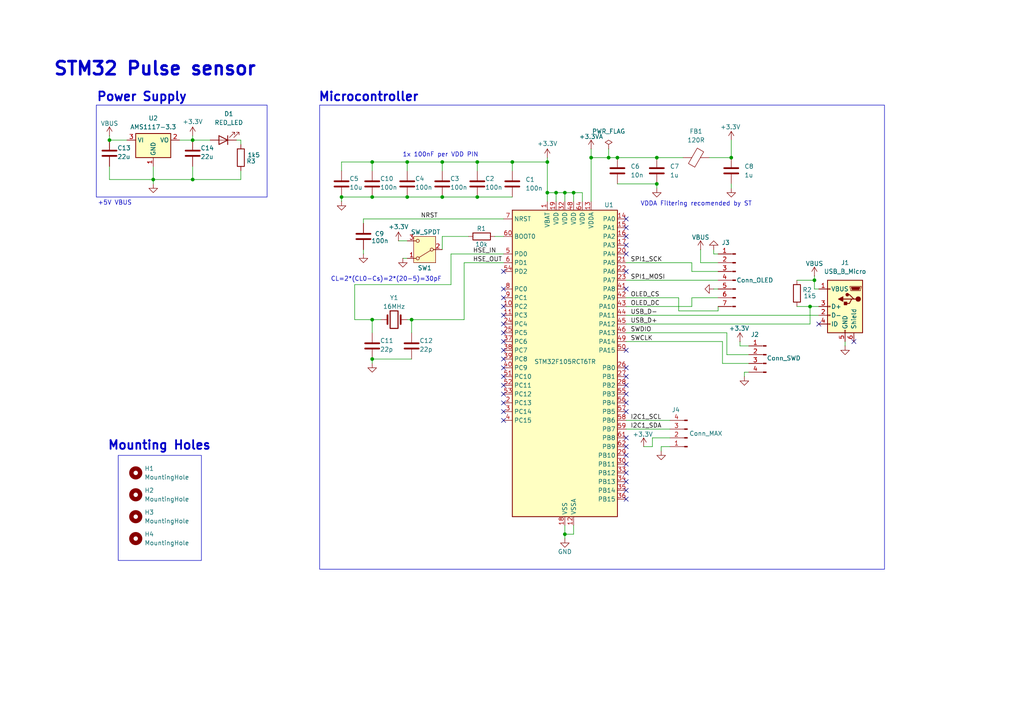
<source format=kicad_sch>
(kicad_sch
	(version 20231120)
	(generator "eeschema")
	(generator_version "8.0")
	(uuid "2a7f7ea4-478c-415a-a5ed-9c6d90296bc1")
	(paper "A4")
	(title_block
		(title "STM32 Pulse sensor")
		(date "2024-06-02")
		(rev "v 1.0")
		(company "Piotr Wiski")
	)
	(lib_symbols
		(symbol "Connector:Conn_01x04_Pin"
			(pin_names
				(offset 1.016) hide)
			(exclude_from_sim no)
			(in_bom yes)
			(on_board yes)
			(property "Reference" "J"
				(at 0 5.08 0)
				(effects
					(font
						(size 1.27 1.27)
					)
				)
			)
			(property "Value" "Conn_01x04_Pin"
				(at 0 -7.62 0)
				(effects
					(font
						(size 1.27 1.27)
					)
				)
			)
			(property "Footprint" ""
				(at 0 0 0)
				(effects
					(font
						(size 1.27 1.27)
					)
					(hide yes)
				)
			)
			(property "Datasheet" "~"
				(at 0 0 0)
				(effects
					(font
						(size 1.27 1.27)
					)
					(hide yes)
				)
			)
			(property "Description" "Generic connector, single row, 01x04, script generated"
				(at 0 0 0)
				(effects
					(font
						(size 1.27 1.27)
					)
					(hide yes)
				)
			)
			(property "ki_locked" ""
				(at 0 0 0)
				(effects
					(font
						(size 1.27 1.27)
					)
				)
			)
			(property "ki_keywords" "connector"
				(at 0 0 0)
				(effects
					(font
						(size 1.27 1.27)
					)
					(hide yes)
				)
			)
			(property "ki_fp_filters" "Connector*:*_1x??_*"
				(at 0 0 0)
				(effects
					(font
						(size 1.27 1.27)
					)
					(hide yes)
				)
			)
			(symbol "Conn_01x04_Pin_1_1"
				(polyline
					(pts
						(xy 1.27 -5.08) (xy 0.8636 -5.08)
					)
					(stroke
						(width 0.1524)
						(type default)
					)
					(fill
						(type none)
					)
				)
				(polyline
					(pts
						(xy 1.27 -2.54) (xy 0.8636 -2.54)
					)
					(stroke
						(width 0.1524)
						(type default)
					)
					(fill
						(type none)
					)
				)
				(polyline
					(pts
						(xy 1.27 0) (xy 0.8636 0)
					)
					(stroke
						(width 0.1524)
						(type default)
					)
					(fill
						(type none)
					)
				)
				(polyline
					(pts
						(xy 1.27 2.54) (xy 0.8636 2.54)
					)
					(stroke
						(width 0.1524)
						(type default)
					)
					(fill
						(type none)
					)
				)
				(rectangle
					(start 0.8636 -4.953)
					(end 0 -5.207)
					(stroke
						(width 0.1524)
						(type default)
					)
					(fill
						(type outline)
					)
				)
				(rectangle
					(start 0.8636 -2.413)
					(end 0 -2.667)
					(stroke
						(width 0.1524)
						(type default)
					)
					(fill
						(type outline)
					)
				)
				(rectangle
					(start 0.8636 0.127)
					(end 0 -0.127)
					(stroke
						(width 0.1524)
						(type default)
					)
					(fill
						(type outline)
					)
				)
				(rectangle
					(start 0.8636 2.667)
					(end 0 2.413)
					(stroke
						(width 0.1524)
						(type default)
					)
					(fill
						(type outline)
					)
				)
				(pin passive line
					(at 5.08 2.54 180)
					(length 3.81)
					(name "Pin_1"
						(effects
							(font
								(size 1.27 1.27)
							)
						)
					)
					(number "1"
						(effects
							(font
								(size 1.27 1.27)
							)
						)
					)
				)
				(pin passive line
					(at 5.08 0 180)
					(length 3.81)
					(name "Pin_2"
						(effects
							(font
								(size 1.27 1.27)
							)
						)
					)
					(number "2"
						(effects
							(font
								(size 1.27 1.27)
							)
						)
					)
				)
				(pin passive line
					(at 5.08 -2.54 180)
					(length 3.81)
					(name "Pin_3"
						(effects
							(font
								(size 1.27 1.27)
							)
						)
					)
					(number "3"
						(effects
							(font
								(size 1.27 1.27)
							)
						)
					)
				)
				(pin passive line
					(at 5.08 -5.08 180)
					(length 3.81)
					(name "Pin_4"
						(effects
							(font
								(size 1.27 1.27)
							)
						)
					)
					(number "4"
						(effects
							(font
								(size 1.27 1.27)
							)
						)
					)
				)
			)
		)
		(symbol "Connector:Conn_01x07_Pin"
			(pin_names
				(offset 1.016) hide)
			(exclude_from_sim no)
			(in_bom yes)
			(on_board yes)
			(property "Reference" "J"
				(at 0 10.16 0)
				(effects
					(font
						(size 1.27 1.27)
					)
				)
			)
			(property "Value" "Conn_01x07_Pin"
				(at 0 -10.16 0)
				(effects
					(font
						(size 1.27 1.27)
					)
				)
			)
			(property "Footprint" ""
				(at 0 0 0)
				(effects
					(font
						(size 1.27 1.27)
					)
					(hide yes)
				)
			)
			(property "Datasheet" "~"
				(at 0 0 0)
				(effects
					(font
						(size 1.27 1.27)
					)
					(hide yes)
				)
			)
			(property "Description" "Generic connector, single row, 01x07, script generated"
				(at 0 0 0)
				(effects
					(font
						(size 1.27 1.27)
					)
					(hide yes)
				)
			)
			(property "ki_locked" ""
				(at 0 0 0)
				(effects
					(font
						(size 1.27 1.27)
					)
				)
			)
			(property "ki_keywords" "connector"
				(at 0 0 0)
				(effects
					(font
						(size 1.27 1.27)
					)
					(hide yes)
				)
			)
			(property "ki_fp_filters" "Connector*:*_1x??_*"
				(at 0 0 0)
				(effects
					(font
						(size 1.27 1.27)
					)
					(hide yes)
				)
			)
			(symbol "Conn_01x07_Pin_1_1"
				(polyline
					(pts
						(xy 1.27 -7.62) (xy 0.8636 -7.62)
					)
					(stroke
						(width 0.1524)
						(type default)
					)
					(fill
						(type none)
					)
				)
				(polyline
					(pts
						(xy 1.27 -5.08) (xy 0.8636 -5.08)
					)
					(stroke
						(width 0.1524)
						(type default)
					)
					(fill
						(type none)
					)
				)
				(polyline
					(pts
						(xy 1.27 -2.54) (xy 0.8636 -2.54)
					)
					(stroke
						(width 0.1524)
						(type default)
					)
					(fill
						(type none)
					)
				)
				(polyline
					(pts
						(xy 1.27 0) (xy 0.8636 0)
					)
					(stroke
						(width 0.1524)
						(type default)
					)
					(fill
						(type none)
					)
				)
				(polyline
					(pts
						(xy 1.27 2.54) (xy 0.8636 2.54)
					)
					(stroke
						(width 0.1524)
						(type default)
					)
					(fill
						(type none)
					)
				)
				(polyline
					(pts
						(xy 1.27 5.08) (xy 0.8636 5.08)
					)
					(stroke
						(width 0.1524)
						(type default)
					)
					(fill
						(type none)
					)
				)
				(polyline
					(pts
						(xy 1.27 7.62) (xy 0.8636 7.62)
					)
					(stroke
						(width 0.1524)
						(type default)
					)
					(fill
						(type none)
					)
				)
				(rectangle
					(start 0.8636 -7.493)
					(end 0 -7.747)
					(stroke
						(width 0.1524)
						(type default)
					)
					(fill
						(type outline)
					)
				)
				(rectangle
					(start 0.8636 -4.953)
					(end 0 -5.207)
					(stroke
						(width 0.1524)
						(type default)
					)
					(fill
						(type outline)
					)
				)
				(rectangle
					(start 0.8636 -2.413)
					(end 0 -2.667)
					(stroke
						(width 0.1524)
						(type default)
					)
					(fill
						(type outline)
					)
				)
				(rectangle
					(start 0.8636 0.127)
					(end 0 -0.127)
					(stroke
						(width 0.1524)
						(type default)
					)
					(fill
						(type outline)
					)
				)
				(rectangle
					(start 0.8636 2.667)
					(end 0 2.413)
					(stroke
						(width 0.1524)
						(type default)
					)
					(fill
						(type outline)
					)
				)
				(rectangle
					(start 0.8636 5.207)
					(end 0 4.953)
					(stroke
						(width 0.1524)
						(type default)
					)
					(fill
						(type outline)
					)
				)
				(rectangle
					(start 0.8636 7.747)
					(end 0 7.493)
					(stroke
						(width 0.1524)
						(type default)
					)
					(fill
						(type outline)
					)
				)
				(pin passive line
					(at 5.08 7.62 180)
					(length 3.81)
					(name "Pin_1"
						(effects
							(font
								(size 1.27 1.27)
							)
						)
					)
					(number "1"
						(effects
							(font
								(size 1.27 1.27)
							)
						)
					)
				)
				(pin passive line
					(at 5.08 5.08 180)
					(length 3.81)
					(name "Pin_2"
						(effects
							(font
								(size 1.27 1.27)
							)
						)
					)
					(number "2"
						(effects
							(font
								(size 1.27 1.27)
							)
						)
					)
				)
				(pin passive line
					(at 5.08 2.54 180)
					(length 3.81)
					(name "Pin_3"
						(effects
							(font
								(size 1.27 1.27)
							)
						)
					)
					(number "3"
						(effects
							(font
								(size 1.27 1.27)
							)
						)
					)
				)
				(pin passive line
					(at 5.08 0 180)
					(length 3.81)
					(name "Pin_4"
						(effects
							(font
								(size 1.27 1.27)
							)
						)
					)
					(number "4"
						(effects
							(font
								(size 1.27 1.27)
							)
						)
					)
				)
				(pin passive line
					(at 5.08 -2.54 180)
					(length 3.81)
					(name "Pin_5"
						(effects
							(font
								(size 1.27 1.27)
							)
						)
					)
					(number "5"
						(effects
							(font
								(size 1.27 1.27)
							)
						)
					)
				)
				(pin passive line
					(at 5.08 -5.08 180)
					(length 3.81)
					(name "Pin_6"
						(effects
							(font
								(size 1.27 1.27)
							)
						)
					)
					(number "6"
						(effects
							(font
								(size 1.27 1.27)
							)
						)
					)
				)
				(pin passive line
					(at 5.08 -7.62 180)
					(length 3.81)
					(name "Pin_7"
						(effects
							(font
								(size 1.27 1.27)
							)
						)
					)
					(number "7"
						(effects
							(font
								(size 1.27 1.27)
							)
						)
					)
				)
			)
		)
		(symbol "Connector:USB_B_Micro"
			(pin_names
				(offset 1.016)
			)
			(exclude_from_sim no)
			(in_bom yes)
			(on_board yes)
			(property "Reference" "J"
				(at -5.08 11.43 0)
				(effects
					(font
						(size 1.27 1.27)
					)
					(justify left)
				)
			)
			(property "Value" "USB_B_Micro"
				(at -5.08 8.89 0)
				(effects
					(font
						(size 1.27 1.27)
					)
					(justify left)
				)
			)
			(property "Footprint" ""
				(at 3.81 -1.27 0)
				(effects
					(font
						(size 1.27 1.27)
					)
					(hide yes)
				)
			)
			(property "Datasheet" "~"
				(at 3.81 -1.27 0)
				(effects
					(font
						(size 1.27 1.27)
					)
					(hide yes)
				)
			)
			(property "Description" "USB Micro Type B connector"
				(at 0 0 0)
				(effects
					(font
						(size 1.27 1.27)
					)
					(hide yes)
				)
			)
			(property "ki_keywords" "connector USB micro"
				(at 0 0 0)
				(effects
					(font
						(size 1.27 1.27)
					)
					(hide yes)
				)
			)
			(property "ki_fp_filters" "USB*"
				(at 0 0 0)
				(effects
					(font
						(size 1.27 1.27)
					)
					(hide yes)
				)
			)
			(symbol "USB_B_Micro_0_1"
				(rectangle
					(start -5.08 -7.62)
					(end 5.08 7.62)
					(stroke
						(width 0.254)
						(type default)
					)
					(fill
						(type background)
					)
				)
				(circle
					(center -3.81 2.159)
					(radius 0.635)
					(stroke
						(width 0.254)
						(type default)
					)
					(fill
						(type outline)
					)
				)
				(circle
					(center -0.635 3.429)
					(radius 0.381)
					(stroke
						(width 0.254)
						(type default)
					)
					(fill
						(type outline)
					)
				)
				(rectangle
					(start -0.127 -7.62)
					(end 0.127 -6.858)
					(stroke
						(width 0)
						(type default)
					)
					(fill
						(type none)
					)
				)
				(polyline
					(pts
						(xy -1.905 2.159) (xy 0.635 2.159)
					)
					(stroke
						(width 0.254)
						(type default)
					)
					(fill
						(type none)
					)
				)
				(polyline
					(pts
						(xy -3.175 2.159) (xy -2.54 2.159) (xy -1.27 3.429) (xy -0.635 3.429)
					)
					(stroke
						(width 0.254)
						(type default)
					)
					(fill
						(type none)
					)
				)
				(polyline
					(pts
						(xy -2.54 2.159) (xy -1.905 2.159) (xy -1.27 0.889) (xy 0 0.889)
					)
					(stroke
						(width 0.254)
						(type default)
					)
					(fill
						(type none)
					)
				)
				(polyline
					(pts
						(xy 0.635 2.794) (xy 0.635 1.524) (xy 1.905 2.159) (xy 0.635 2.794)
					)
					(stroke
						(width 0.254)
						(type default)
					)
					(fill
						(type outline)
					)
				)
				(polyline
					(pts
						(xy -4.318 5.588) (xy -1.778 5.588) (xy -2.032 4.826) (xy -4.064 4.826) (xy -4.318 5.588)
					)
					(stroke
						(width 0)
						(type default)
					)
					(fill
						(type outline)
					)
				)
				(polyline
					(pts
						(xy -4.699 5.842) (xy -4.699 5.588) (xy -4.445 4.826) (xy -4.445 4.572) (xy -1.651 4.572) (xy -1.651 4.826)
						(xy -1.397 5.588) (xy -1.397 5.842) (xy -4.699 5.842)
					)
					(stroke
						(width 0)
						(type default)
					)
					(fill
						(type none)
					)
				)
				(rectangle
					(start 0.254 1.27)
					(end -0.508 0.508)
					(stroke
						(width 0.254)
						(type default)
					)
					(fill
						(type outline)
					)
				)
				(rectangle
					(start 5.08 -5.207)
					(end 4.318 -4.953)
					(stroke
						(width 0)
						(type default)
					)
					(fill
						(type none)
					)
				)
				(rectangle
					(start 5.08 -2.667)
					(end 4.318 -2.413)
					(stroke
						(width 0)
						(type default)
					)
					(fill
						(type none)
					)
				)
				(rectangle
					(start 5.08 -0.127)
					(end 4.318 0.127)
					(stroke
						(width 0)
						(type default)
					)
					(fill
						(type none)
					)
				)
				(rectangle
					(start 5.08 4.953)
					(end 4.318 5.207)
					(stroke
						(width 0)
						(type default)
					)
					(fill
						(type none)
					)
				)
			)
			(symbol "USB_B_Micro_1_1"
				(pin power_out line
					(at 7.62 5.08 180)
					(length 2.54)
					(name "VBUS"
						(effects
							(font
								(size 1.27 1.27)
							)
						)
					)
					(number "1"
						(effects
							(font
								(size 1.27 1.27)
							)
						)
					)
				)
				(pin bidirectional line
					(at 7.62 -2.54 180)
					(length 2.54)
					(name "D-"
						(effects
							(font
								(size 1.27 1.27)
							)
						)
					)
					(number "2"
						(effects
							(font
								(size 1.27 1.27)
							)
						)
					)
				)
				(pin bidirectional line
					(at 7.62 0 180)
					(length 2.54)
					(name "D+"
						(effects
							(font
								(size 1.27 1.27)
							)
						)
					)
					(number "3"
						(effects
							(font
								(size 1.27 1.27)
							)
						)
					)
				)
				(pin passive line
					(at 7.62 -5.08 180)
					(length 2.54)
					(name "ID"
						(effects
							(font
								(size 1.27 1.27)
							)
						)
					)
					(number "4"
						(effects
							(font
								(size 1.27 1.27)
							)
						)
					)
				)
				(pin power_out line
					(at 0 -10.16 90)
					(length 2.54)
					(name "GND"
						(effects
							(font
								(size 1.27 1.27)
							)
						)
					)
					(number "5"
						(effects
							(font
								(size 1.27 1.27)
							)
						)
					)
				)
				(pin passive line
					(at -2.54 -10.16 90)
					(length 2.54)
					(name "Shield"
						(effects
							(font
								(size 1.27 1.27)
							)
						)
					)
					(number "6"
						(effects
							(font
								(size 1.27 1.27)
							)
						)
					)
				)
			)
		)
		(symbol "Device:C"
			(pin_numbers hide)
			(pin_names
				(offset 0.254)
			)
			(exclude_from_sim no)
			(in_bom yes)
			(on_board yes)
			(property "Reference" "C"
				(at 0.635 2.54 0)
				(effects
					(font
						(size 1.27 1.27)
					)
					(justify left)
				)
			)
			(property "Value" "C"
				(at 0.635 -2.54 0)
				(effects
					(font
						(size 1.27 1.27)
					)
					(justify left)
				)
			)
			(property "Footprint" ""
				(at 0.9652 -3.81 0)
				(effects
					(font
						(size 1.27 1.27)
					)
					(hide yes)
				)
			)
			(property "Datasheet" "~"
				(at 0 0 0)
				(effects
					(font
						(size 1.27 1.27)
					)
					(hide yes)
				)
			)
			(property "Description" "Unpolarized capacitor"
				(at 0 0 0)
				(effects
					(font
						(size 1.27 1.27)
					)
					(hide yes)
				)
			)
			(property "ki_keywords" "cap capacitor"
				(at 0 0 0)
				(effects
					(font
						(size 1.27 1.27)
					)
					(hide yes)
				)
			)
			(property "ki_fp_filters" "C_*"
				(at 0 0 0)
				(effects
					(font
						(size 1.27 1.27)
					)
					(hide yes)
				)
			)
			(symbol "C_0_1"
				(polyline
					(pts
						(xy -2.032 -0.762) (xy 2.032 -0.762)
					)
					(stroke
						(width 0.508)
						(type default)
					)
					(fill
						(type none)
					)
				)
				(polyline
					(pts
						(xy -2.032 0.762) (xy 2.032 0.762)
					)
					(stroke
						(width 0.508)
						(type default)
					)
					(fill
						(type none)
					)
				)
			)
			(symbol "C_1_1"
				(pin passive line
					(at 0 3.81 270)
					(length 2.794)
					(name "~"
						(effects
							(font
								(size 1.27 1.27)
							)
						)
					)
					(number "1"
						(effects
							(font
								(size 1.27 1.27)
							)
						)
					)
				)
				(pin passive line
					(at 0 -3.81 90)
					(length 2.794)
					(name "~"
						(effects
							(font
								(size 1.27 1.27)
							)
						)
					)
					(number "2"
						(effects
							(font
								(size 1.27 1.27)
							)
						)
					)
				)
			)
		)
		(symbol "Device:Crystal"
			(pin_numbers hide)
			(pin_names
				(offset 1.016) hide)
			(exclude_from_sim no)
			(in_bom yes)
			(on_board yes)
			(property "Reference" "Y"
				(at 0 3.81 0)
				(effects
					(font
						(size 1.27 1.27)
					)
				)
			)
			(property "Value" "Crystal"
				(at 0 -3.81 0)
				(effects
					(font
						(size 1.27 1.27)
					)
				)
			)
			(property "Footprint" ""
				(at 0 0 0)
				(effects
					(font
						(size 1.27 1.27)
					)
					(hide yes)
				)
			)
			(property "Datasheet" "~"
				(at 0 0 0)
				(effects
					(font
						(size 1.27 1.27)
					)
					(hide yes)
				)
			)
			(property "Description" "Two pin crystal"
				(at 0 0 0)
				(effects
					(font
						(size 1.27 1.27)
					)
					(hide yes)
				)
			)
			(property "ki_keywords" "quartz ceramic resonator oscillator"
				(at 0 0 0)
				(effects
					(font
						(size 1.27 1.27)
					)
					(hide yes)
				)
			)
			(property "ki_fp_filters" "Crystal*"
				(at 0 0 0)
				(effects
					(font
						(size 1.27 1.27)
					)
					(hide yes)
				)
			)
			(symbol "Crystal_0_1"
				(rectangle
					(start -1.143 2.54)
					(end 1.143 -2.54)
					(stroke
						(width 0.3048)
						(type default)
					)
					(fill
						(type none)
					)
				)
				(polyline
					(pts
						(xy -2.54 0) (xy -1.905 0)
					)
					(stroke
						(width 0)
						(type default)
					)
					(fill
						(type none)
					)
				)
				(polyline
					(pts
						(xy -1.905 -1.27) (xy -1.905 1.27)
					)
					(stroke
						(width 0.508)
						(type default)
					)
					(fill
						(type none)
					)
				)
				(polyline
					(pts
						(xy 1.905 -1.27) (xy 1.905 1.27)
					)
					(stroke
						(width 0.508)
						(type default)
					)
					(fill
						(type none)
					)
				)
				(polyline
					(pts
						(xy 2.54 0) (xy 1.905 0)
					)
					(stroke
						(width 0)
						(type default)
					)
					(fill
						(type none)
					)
				)
			)
			(symbol "Crystal_1_1"
				(pin passive line
					(at -3.81 0 0)
					(length 1.27)
					(name "1"
						(effects
							(font
								(size 1.27 1.27)
							)
						)
					)
					(number "1"
						(effects
							(font
								(size 1.27 1.27)
							)
						)
					)
				)
				(pin passive line
					(at 3.81 0 180)
					(length 1.27)
					(name "2"
						(effects
							(font
								(size 1.27 1.27)
							)
						)
					)
					(number "2"
						(effects
							(font
								(size 1.27 1.27)
							)
						)
					)
				)
			)
		)
		(symbol "Device:FerriteBead"
			(pin_numbers hide)
			(pin_names
				(offset 0)
			)
			(exclude_from_sim no)
			(in_bom yes)
			(on_board yes)
			(property "Reference" "FB"
				(at -3.81 0.635 90)
				(effects
					(font
						(size 1.27 1.27)
					)
				)
			)
			(property "Value" "FerriteBead"
				(at 3.81 0 90)
				(effects
					(font
						(size 1.27 1.27)
					)
				)
			)
			(property "Footprint" ""
				(at -1.778 0 90)
				(effects
					(font
						(size 1.27 1.27)
					)
					(hide yes)
				)
			)
			(property "Datasheet" "~"
				(at 0 0 0)
				(effects
					(font
						(size 1.27 1.27)
					)
					(hide yes)
				)
			)
			(property "Description" "Ferrite bead"
				(at 0 0 0)
				(effects
					(font
						(size 1.27 1.27)
					)
					(hide yes)
				)
			)
			(property "ki_keywords" "L ferrite bead inductor filter"
				(at 0 0 0)
				(effects
					(font
						(size 1.27 1.27)
					)
					(hide yes)
				)
			)
			(property "ki_fp_filters" "Inductor_* L_* *Ferrite*"
				(at 0 0 0)
				(effects
					(font
						(size 1.27 1.27)
					)
					(hide yes)
				)
			)
			(symbol "FerriteBead_0_1"
				(polyline
					(pts
						(xy 0 -1.27) (xy 0 -1.2192)
					)
					(stroke
						(width 0)
						(type default)
					)
					(fill
						(type none)
					)
				)
				(polyline
					(pts
						(xy 0 1.27) (xy 0 1.2954)
					)
					(stroke
						(width 0)
						(type default)
					)
					(fill
						(type none)
					)
				)
				(polyline
					(pts
						(xy -2.7686 0.4064) (xy -1.7018 2.2606) (xy 2.7686 -0.3048) (xy 1.6764 -2.159) (xy -2.7686 0.4064)
					)
					(stroke
						(width 0)
						(type default)
					)
					(fill
						(type none)
					)
				)
			)
			(symbol "FerriteBead_1_1"
				(pin passive line
					(at 0 3.81 270)
					(length 2.54)
					(name "~"
						(effects
							(font
								(size 1.27 1.27)
							)
						)
					)
					(number "1"
						(effects
							(font
								(size 1.27 1.27)
							)
						)
					)
				)
				(pin passive line
					(at 0 -3.81 90)
					(length 2.54)
					(name "~"
						(effects
							(font
								(size 1.27 1.27)
							)
						)
					)
					(number "2"
						(effects
							(font
								(size 1.27 1.27)
							)
						)
					)
				)
			)
		)
		(symbol "Device:LED"
			(pin_numbers hide)
			(pin_names
				(offset 1.016) hide)
			(exclude_from_sim no)
			(in_bom yes)
			(on_board yes)
			(property "Reference" "D"
				(at 0 2.54 0)
				(effects
					(font
						(size 1.27 1.27)
					)
				)
			)
			(property "Value" "LED"
				(at 0 -2.54 0)
				(effects
					(font
						(size 1.27 1.27)
					)
				)
			)
			(property "Footprint" ""
				(at 0 0 0)
				(effects
					(font
						(size 1.27 1.27)
					)
					(hide yes)
				)
			)
			(property "Datasheet" "~"
				(at 0 0 0)
				(effects
					(font
						(size 1.27 1.27)
					)
					(hide yes)
				)
			)
			(property "Description" "Light emitting diode"
				(at 0 0 0)
				(effects
					(font
						(size 1.27 1.27)
					)
					(hide yes)
				)
			)
			(property "ki_keywords" "LED diode"
				(at 0 0 0)
				(effects
					(font
						(size 1.27 1.27)
					)
					(hide yes)
				)
			)
			(property "ki_fp_filters" "LED* LED_SMD:* LED_THT:*"
				(at 0 0 0)
				(effects
					(font
						(size 1.27 1.27)
					)
					(hide yes)
				)
			)
			(symbol "LED_0_1"
				(polyline
					(pts
						(xy -1.27 -1.27) (xy -1.27 1.27)
					)
					(stroke
						(width 0.254)
						(type default)
					)
					(fill
						(type none)
					)
				)
				(polyline
					(pts
						(xy -1.27 0) (xy 1.27 0)
					)
					(stroke
						(width 0)
						(type default)
					)
					(fill
						(type none)
					)
				)
				(polyline
					(pts
						(xy 1.27 -1.27) (xy 1.27 1.27) (xy -1.27 0) (xy 1.27 -1.27)
					)
					(stroke
						(width 0.254)
						(type default)
					)
					(fill
						(type none)
					)
				)
				(polyline
					(pts
						(xy -3.048 -0.762) (xy -4.572 -2.286) (xy -3.81 -2.286) (xy -4.572 -2.286) (xy -4.572 -1.524)
					)
					(stroke
						(width 0)
						(type default)
					)
					(fill
						(type none)
					)
				)
				(polyline
					(pts
						(xy -1.778 -0.762) (xy -3.302 -2.286) (xy -2.54 -2.286) (xy -3.302 -2.286) (xy -3.302 -1.524)
					)
					(stroke
						(width 0)
						(type default)
					)
					(fill
						(type none)
					)
				)
			)
			(symbol "LED_1_1"
				(pin passive line
					(at -3.81 0 0)
					(length 2.54)
					(name "K"
						(effects
							(font
								(size 1.27 1.27)
							)
						)
					)
					(number "1"
						(effects
							(font
								(size 1.27 1.27)
							)
						)
					)
				)
				(pin passive line
					(at 3.81 0 180)
					(length 2.54)
					(name "A"
						(effects
							(font
								(size 1.27 1.27)
							)
						)
					)
					(number "2"
						(effects
							(font
								(size 1.27 1.27)
							)
						)
					)
				)
			)
		)
		(symbol "Device:R"
			(pin_numbers hide)
			(pin_names
				(offset 0)
			)
			(exclude_from_sim no)
			(in_bom yes)
			(on_board yes)
			(property "Reference" "R"
				(at 2.032 0 90)
				(effects
					(font
						(size 1.27 1.27)
					)
				)
			)
			(property "Value" "R"
				(at 0 0 90)
				(effects
					(font
						(size 1.27 1.27)
					)
				)
			)
			(property "Footprint" ""
				(at -1.778 0 90)
				(effects
					(font
						(size 1.27 1.27)
					)
					(hide yes)
				)
			)
			(property "Datasheet" "~"
				(at 0 0 0)
				(effects
					(font
						(size 1.27 1.27)
					)
					(hide yes)
				)
			)
			(property "Description" "Resistor"
				(at 0 0 0)
				(effects
					(font
						(size 1.27 1.27)
					)
					(hide yes)
				)
			)
			(property "ki_keywords" "R res resistor"
				(at 0 0 0)
				(effects
					(font
						(size 1.27 1.27)
					)
					(hide yes)
				)
			)
			(property "ki_fp_filters" "R_*"
				(at 0 0 0)
				(effects
					(font
						(size 1.27 1.27)
					)
					(hide yes)
				)
			)
			(symbol "R_0_1"
				(rectangle
					(start -1.016 -2.54)
					(end 1.016 2.54)
					(stroke
						(width 0.254)
						(type default)
					)
					(fill
						(type none)
					)
				)
			)
			(symbol "R_1_1"
				(pin passive line
					(at 0 3.81 270)
					(length 1.27)
					(name "~"
						(effects
							(font
								(size 1.27 1.27)
							)
						)
					)
					(number "1"
						(effects
							(font
								(size 1.27 1.27)
							)
						)
					)
				)
				(pin passive line
					(at 0 -3.81 90)
					(length 1.27)
					(name "~"
						(effects
							(font
								(size 1.27 1.27)
							)
						)
					)
					(number "2"
						(effects
							(font
								(size 1.27 1.27)
							)
						)
					)
				)
			)
		)
		(symbol "MCU_ST_STM32F1:STM32F105RCTx"
			(exclude_from_sim no)
			(in_bom yes)
			(on_board yes)
			(property "Reference" "U"
				(at -15.24 46.99 0)
				(effects
					(font
						(size 1.27 1.27)
					)
					(justify left)
				)
			)
			(property "Value" "STM32F105RCTx"
				(at 10.16 46.99 0)
				(effects
					(font
						(size 1.27 1.27)
					)
					(justify left)
				)
			)
			(property "Footprint" "Package_QFP:LQFP-64_10x10mm_P0.5mm"
				(at -15.24 -43.18 0)
				(effects
					(font
						(size 1.27 1.27)
					)
					(justify right)
					(hide yes)
				)
			)
			(property "Datasheet" "https://www.st.com/resource/en/datasheet/stm32f105rc.pdf"
				(at 0 0 0)
				(effects
					(font
						(size 1.27 1.27)
					)
					(hide yes)
				)
			)
			(property "Description" "STMicroelectronics Arm Cortex-M3 MCU, 256KB flash, 64KB RAM, 72 MHz, 2.0-3.6V, 51 GPIO, LQFP64"
				(at 0 0 0)
				(effects
					(font
						(size 1.27 1.27)
					)
					(hide yes)
				)
			)
			(property "ki_locked" ""
				(at 0 0 0)
				(effects
					(font
						(size 1.27 1.27)
					)
				)
			)
			(property "ki_keywords" "Arm Cortex-M3 STM32F1 STM32F105/107"
				(at 0 0 0)
				(effects
					(font
						(size 1.27 1.27)
					)
					(hide yes)
				)
			)
			(property "ki_fp_filters" "LQFP*10x10mm*P0.5mm*"
				(at 0 0 0)
				(effects
					(font
						(size 1.27 1.27)
					)
					(hide yes)
				)
			)
			(symbol "STM32F105RCTx_0_1"
				(rectangle
					(start -15.24 -43.18)
					(end 15.24 45.72)
					(stroke
						(width 0.254)
						(type default)
					)
					(fill
						(type background)
					)
				)
			)
			(symbol "STM32F105RCTx_1_1"
				(pin power_in line
					(at -5.08 48.26 270)
					(length 2.54)
					(name "VBAT"
						(effects
							(font
								(size 1.27 1.27)
							)
						)
					)
					(number "1"
						(effects
							(font
								(size 1.27 1.27)
							)
						)
					)
				)
				(pin bidirectional line
					(at -17.78 17.78 0)
					(length 2.54)
					(name "PC2"
						(effects
							(font
								(size 1.27 1.27)
							)
						)
					)
					(number "10"
						(effects
							(font
								(size 1.27 1.27)
							)
						)
					)
					(alternate "ADC1_IN12" bidirectional line)
					(alternate "ADC2_IN12" bidirectional line)
				)
				(pin bidirectional line
					(at -17.78 15.24 0)
					(length 2.54)
					(name "PC3"
						(effects
							(font
								(size 1.27 1.27)
							)
						)
					)
					(number "11"
						(effects
							(font
								(size 1.27 1.27)
							)
						)
					)
					(alternate "ADC1_IN13" bidirectional line)
					(alternate "ADC2_IN13" bidirectional line)
				)
				(pin power_in line
					(at 2.54 -45.72 90)
					(length 2.54)
					(name "VSSA"
						(effects
							(font
								(size 1.27 1.27)
							)
						)
					)
					(number "12"
						(effects
							(font
								(size 1.27 1.27)
							)
						)
					)
				)
				(pin power_in line
					(at 7.62 48.26 270)
					(length 2.54)
					(name "VDDA"
						(effects
							(font
								(size 1.27 1.27)
							)
						)
					)
					(number "13"
						(effects
							(font
								(size 1.27 1.27)
							)
						)
					)
				)
				(pin bidirectional line
					(at 17.78 43.18 180)
					(length 2.54)
					(name "PA0"
						(effects
							(font
								(size 1.27 1.27)
							)
						)
					)
					(number "14"
						(effects
							(font
								(size 1.27 1.27)
							)
						)
					)
					(alternate "ADC1_IN0" bidirectional line)
					(alternate "ADC2_IN0" bidirectional line)
					(alternate "SYS_WKUP" bidirectional line)
					(alternate "TIM2_CH1" bidirectional line)
					(alternate "TIM2_ETR" bidirectional line)
					(alternate "TIM5_CH1" bidirectional line)
					(alternate "USART2_CTS" bidirectional line)
				)
				(pin bidirectional line
					(at 17.78 40.64 180)
					(length 2.54)
					(name "PA1"
						(effects
							(font
								(size 1.27 1.27)
							)
						)
					)
					(number "15"
						(effects
							(font
								(size 1.27 1.27)
							)
						)
					)
					(alternate "ADC1_IN1" bidirectional line)
					(alternate "ADC2_IN1" bidirectional line)
					(alternate "TIM2_CH2" bidirectional line)
					(alternate "TIM5_CH2" bidirectional line)
					(alternate "USART2_RTS" bidirectional line)
				)
				(pin bidirectional line
					(at 17.78 38.1 180)
					(length 2.54)
					(name "PA2"
						(effects
							(font
								(size 1.27 1.27)
							)
						)
					)
					(number "16"
						(effects
							(font
								(size 1.27 1.27)
							)
						)
					)
					(alternate "ADC1_IN2" bidirectional line)
					(alternate "ADC2_IN2" bidirectional line)
					(alternate "TIM2_CH3" bidirectional line)
					(alternate "TIM5_CH3" bidirectional line)
					(alternate "USART2_TX" bidirectional line)
				)
				(pin bidirectional line
					(at 17.78 35.56 180)
					(length 2.54)
					(name "PA3"
						(effects
							(font
								(size 1.27 1.27)
							)
						)
					)
					(number "17"
						(effects
							(font
								(size 1.27 1.27)
							)
						)
					)
					(alternate "ADC1_IN3" bidirectional line)
					(alternate "ADC2_IN3" bidirectional line)
					(alternate "TIM2_CH4" bidirectional line)
					(alternate "TIM5_CH4" bidirectional line)
					(alternate "USART2_RX" bidirectional line)
				)
				(pin power_in line
					(at 0 -45.72 90)
					(length 2.54)
					(name "VSS"
						(effects
							(font
								(size 1.27 1.27)
							)
						)
					)
					(number "18"
						(effects
							(font
								(size 1.27 1.27)
							)
						)
					)
				)
				(pin power_in line
					(at -2.54 48.26 270)
					(length 2.54)
					(name "VDD"
						(effects
							(font
								(size 1.27 1.27)
							)
						)
					)
					(number "19"
						(effects
							(font
								(size 1.27 1.27)
							)
						)
					)
				)
				(pin bidirectional line
					(at -17.78 -10.16 0)
					(length 2.54)
					(name "PC13"
						(effects
							(font
								(size 1.27 1.27)
							)
						)
					)
					(number "2"
						(effects
							(font
								(size 1.27 1.27)
							)
						)
					)
					(alternate "RTC_OUT" bidirectional line)
					(alternate "RTC_TAMPER" bidirectional line)
				)
				(pin bidirectional line
					(at 17.78 33.02 180)
					(length 2.54)
					(name "PA4"
						(effects
							(font
								(size 1.27 1.27)
							)
						)
					)
					(number "20"
						(effects
							(font
								(size 1.27 1.27)
							)
						)
					)
					(alternate "ADC1_IN4" bidirectional line)
					(alternate "ADC2_IN4" bidirectional line)
					(alternate "DAC_OUT1" bidirectional line)
					(alternate "I2S3_WS" bidirectional line)
					(alternate "SPI1_NSS" bidirectional line)
					(alternate "SPI3_NSS" bidirectional line)
					(alternate "USART2_CK" bidirectional line)
				)
				(pin bidirectional line
					(at 17.78 30.48 180)
					(length 2.54)
					(name "PA5"
						(effects
							(font
								(size 1.27 1.27)
							)
						)
					)
					(number "21"
						(effects
							(font
								(size 1.27 1.27)
							)
						)
					)
					(alternate "ADC1_IN5" bidirectional line)
					(alternate "ADC2_IN5" bidirectional line)
					(alternate "DAC_OUT2" bidirectional line)
					(alternate "SPI1_SCK" bidirectional line)
				)
				(pin bidirectional line
					(at 17.78 27.94 180)
					(length 2.54)
					(name "PA6"
						(effects
							(font
								(size 1.27 1.27)
							)
						)
					)
					(number "22"
						(effects
							(font
								(size 1.27 1.27)
							)
						)
					)
					(alternate "ADC1_IN6" bidirectional line)
					(alternate "ADC2_IN6" bidirectional line)
					(alternate "SPI1_MISO" bidirectional line)
					(alternate "TIM1_BKIN" bidirectional line)
					(alternate "TIM3_CH1" bidirectional line)
				)
				(pin bidirectional line
					(at 17.78 25.4 180)
					(length 2.54)
					(name "PA7"
						(effects
							(font
								(size 1.27 1.27)
							)
						)
					)
					(number "23"
						(effects
							(font
								(size 1.27 1.27)
							)
						)
					)
					(alternate "ADC1_IN7" bidirectional line)
					(alternate "ADC2_IN7" bidirectional line)
					(alternate "SPI1_MOSI" bidirectional line)
					(alternate "TIM1_CH1N" bidirectional line)
					(alternate "TIM3_CH2" bidirectional line)
				)
				(pin bidirectional line
					(at -17.78 12.7 0)
					(length 2.54)
					(name "PC4"
						(effects
							(font
								(size 1.27 1.27)
							)
						)
					)
					(number "24"
						(effects
							(font
								(size 1.27 1.27)
							)
						)
					)
					(alternate "ADC1_IN14" bidirectional line)
					(alternate "ADC2_IN14" bidirectional line)
				)
				(pin bidirectional line
					(at -17.78 10.16 0)
					(length 2.54)
					(name "PC5"
						(effects
							(font
								(size 1.27 1.27)
							)
						)
					)
					(number "25"
						(effects
							(font
								(size 1.27 1.27)
							)
						)
					)
					(alternate "ADC1_IN15" bidirectional line)
					(alternate "ADC2_IN15" bidirectional line)
				)
				(pin bidirectional line
					(at 17.78 0 180)
					(length 2.54)
					(name "PB0"
						(effects
							(font
								(size 1.27 1.27)
							)
						)
					)
					(number "26"
						(effects
							(font
								(size 1.27 1.27)
							)
						)
					)
					(alternate "ADC1_IN8" bidirectional line)
					(alternate "ADC2_IN8" bidirectional line)
					(alternate "TIM1_CH2N" bidirectional line)
					(alternate "TIM3_CH3" bidirectional line)
				)
				(pin bidirectional line
					(at 17.78 -2.54 180)
					(length 2.54)
					(name "PB1"
						(effects
							(font
								(size 1.27 1.27)
							)
						)
					)
					(number "27"
						(effects
							(font
								(size 1.27 1.27)
							)
						)
					)
					(alternate "ADC1_IN9" bidirectional line)
					(alternate "ADC2_IN9" bidirectional line)
					(alternate "TIM1_CH3N" bidirectional line)
					(alternate "TIM3_CH4" bidirectional line)
				)
				(pin bidirectional line
					(at 17.78 -5.08 180)
					(length 2.54)
					(name "PB2"
						(effects
							(font
								(size 1.27 1.27)
							)
						)
					)
					(number "28"
						(effects
							(font
								(size 1.27 1.27)
							)
						)
					)
				)
				(pin bidirectional line
					(at 17.78 -25.4 180)
					(length 2.54)
					(name "PB10"
						(effects
							(font
								(size 1.27 1.27)
							)
						)
					)
					(number "29"
						(effects
							(font
								(size 1.27 1.27)
							)
						)
					)
					(alternate "I2C2_SCL" bidirectional line)
					(alternate "TIM2_CH3" bidirectional line)
					(alternate "USART3_TX" bidirectional line)
				)
				(pin bidirectional line
					(at -17.78 -12.7 0)
					(length 2.54)
					(name "PC14"
						(effects
							(font
								(size 1.27 1.27)
							)
						)
					)
					(number "3"
						(effects
							(font
								(size 1.27 1.27)
							)
						)
					)
					(alternate "RCC_OSC32_IN" bidirectional line)
				)
				(pin bidirectional line
					(at 17.78 -27.94 180)
					(length 2.54)
					(name "PB11"
						(effects
							(font
								(size 1.27 1.27)
							)
						)
					)
					(number "30"
						(effects
							(font
								(size 1.27 1.27)
							)
						)
					)
					(alternate "ADC1_EXTI11" bidirectional line)
					(alternate "ADC2_EXTI11" bidirectional line)
					(alternate "I2C2_SDA" bidirectional line)
					(alternate "TIM2_CH4" bidirectional line)
					(alternate "USART3_RX" bidirectional line)
				)
				(pin passive line
					(at 0 -45.72 90)
					(length 2.54) hide
					(name "VSS"
						(effects
							(font
								(size 1.27 1.27)
							)
						)
					)
					(number "31"
						(effects
							(font
								(size 1.27 1.27)
							)
						)
					)
				)
				(pin power_in line
					(at 0 48.26 270)
					(length 2.54)
					(name "VDD"
						(effects
							(font
								(size 1.27 1.27)
							)
						)
					)
					(number "32"
						(effects
							(font
								(size 1.27 1.27)
							)
						)
					)
				)
				(pin bidirectional line
					(at 17.78 -30.48 180)
					(length 2.54)
					(name "PB12"
						(effects
							(font
								(size 1.27 1.27)
							)
						)
					)
					(number "33"
						(effects
							(font
								(size 1.27 1.27)
							)
						)
					)
					(alternate "CAN2_RX" bidirectional line)
					(alternate "I2C2_SMBA" bidirectional line)
					(alternate "I2S2_WS" bidirectional line)
					(alternate "SPI2_NSS" bidirectional line)
					(alternate "TIM1_BKIN" bidirectional line)
					(alternate "USART3_CK" bidirectional line)
				)
				(pin bidirectional line
					(at 17.78 -33.02 180)
					(length 2.54)
					(name "PB13"
						(effects
							(font
								(size 1.27 1.27)
							)
						)
					)
					(number "34"
						(effects
							(font
								(size 1.27 1.27)
							)
						)
					)
					(alternate "CAN2_TX" bidirectional line)
					(alternate "I2S2_CK" bidirectional line)
					(alternate "SPI2_SCK" bidirectional line)
					(alternate "TIM1_CH1N" bidirectional line)
					(alternate "USART3_CTS" bidirectional line)
				)
				(pin bidirectional line
					(at 17.78 -35.56 180)
					(length 2.54)
					(name "PB14"
						(effects
							(font
								(size 1.27 1.27)
							)
						)
					)
					(number "35"
						(effects
							(font
								(size 1.27 1.27)
							)
						)
					)
					(alternate "SPI2_MISO" bidirectional line)
					(alternate "TIM1_CH2N" bidirectional line)
					(alternate "USART3_RTS" bidirectional line)
				)
				(pin bidirectional line
					(at 17.78 -38.1 180)
					(length 2.54)
					(name "PB15"
						(effects
							(font
								(size 1.27 1.27)
							)
						)
					)
					(number "36"
						(effects
							(font
								(size 1.27 1.27)
							)
						)
					)
					(alternate "ADC1_EXTI15" bidirectional line)
					(alternate "ADC2_EXTI15" bidirectional line)
					(alternate "I2S2_SD" bidirectional line)
					(alternate "SPI2_MOSI" bidirectional line)
					(alternate "TIM1_CH3N" bidirectional line)
				)
				(pin bidirectional line
					(at -17.78 7.62 0)
					(length 2.54)
					(name "PC6"
						(effects
							(font
								(size 1.27 1.27)
							)
						)
					)
					(number "37"
						(effects
							(font
								(size 1.27 1.27)
							)
						)
					)
					(alternate "I2S2_MCK" bidirectional line)
					(alternate "TIM3_CH1" bidirectional line)
				)
				(pin bidirectional line
					(at -17.78 5.08 0)
					(length 2.54)
					(name "PC7"
						(effects
							(font
								(size 1.27 1.27)
							)
						)
					)
					(number "38"
						(effects
							(font
								(size 1.27 1.27)
							)
						)
					)
					(alternate "I2S3_MCK" bidirectional line)
					(alternate "TIM3_CH2" bidirectional line)
				)
				(pin bidirectional line
					(at -17.78 2.54 0)
					(length 2.54)
					(name "PC8"
						(effects
							(font
								(size 1.27 1.27)
							)
						)
					)
					(number "39"
						(effects
							(font
								(size 1.27 1.27)
							)
						)
					)
					(alternate "TIM3_CH3" bidirectional line)
				)
				(pin bidirectional line
					(at -17.78 -15.24 0)
					(length 2.54)
					(name "PC15"
						(effects
							(font
								(size 1.27 1.27)
							)
						)
					)
					(number "4"
						(effects
							(font
								(size 1.27 1.27)
							)
						)
					)
					(alternate "ADC1_EXTI15" bidirectional line)
					(alternate "ADC2_EXTI15" bidirectional line)
					(alternate "RCC_OSC32_OUT" bidirectional line)
				)
				(pin bidirectional line
					(at -17.78 0 0)
					(length 2.54)
					(name "PC9"
						(effects
							(font
								(size 1.27 1.27)
							)
						)
					)
					(number "40"
						(effects
							(font
								(size 1.27 1.27)
							)
						)
					)
					(alternate "DAC_EXTI9" bidirectional line)
					(alternate "TIM3_CH4" bidirectional line)
				)
				(pin bidirectional line
					(at 17.78 22.86 180)
					(length 2.54)
					(name "PA8"
						(effects
							(font
								(size 1.27 1.27)
							)
						)
					)
					(number "41"
						(effects
							(font
								(size 1.27 1.27)
							)
						)
					)
					(alternate "RCC_MCO" bidirectional line)
					(alternate "TIM1_CH1" bidirectional line)
					(alternate "USART1_CK" bidirectional line)
					(alternate "USB_OTG_FS_SOF" bidirectional line)
				)
				(pin bidirectional line
					(at 17.78 20.32 180)
					(length 2.54)
					(name "PA9"
						(effects
							(font
								(size 1.27 1.27)
							)
						)
					)
					(number "42"
						(effects
							(font
								(size 1.27 1.27)
							)
						)
					)
					(alternate "DAC_EXTI9" bidirectional line)
					(alternate "TIM1_CH2" bidirectional line)
					(alternate "USART1_TX" bidirectional line)
					(alternate "USB_OTG_FS_VBUS" bidirectional line)
				)
				(pin bidirectional line
					(at 17.78 17.78 180)
					(length 2.54)
					(name "PA10"
						(effects
							(font
								(size 1.27 1.27)
							)
						)
					)
					(number "43"
						(effects
							(font
								(size 1.27 1.27)
							)
						)
					)
					(alternate "TIM1_CH3" bidirectional line)
					(alternate "USART1_RX" bidirectional line)
					(alternate "USB_OTG_FS_ID" bidirectional line)
				)
				(pin bidirectional line
					(at 17.78 15.24 180)
					(length 2.54)
					(name "PA11"
						(effects
							(font
								(size 1.27 1.27)
							)
						)
					)
					(number "44"
						(effects
							(font
								(size 1.27 1.27)
							)
						)
					)
					(alternate "ADC1_EXTI11" bidirectional line)
					(alternate "ADC2_EXTI11" bidirectional line)
					(alternate "CAN1_RX" bidirectional line)
					(alternate "TIM1_CH4" bidirectional line)
					(alternate "USART1_CTS" bidirectional line)
					(alternate "USB_OTG_FS_DM" bidirectional line)
				)
				(pin bidirectional line
					(at 17.78 12.7 180)
					(length 2.54)
					(name "PA12"
						(effects
							(font
								(size 1.27 1.27)
							)
						)
					)
					(number "45"
						(effects
							(font
								(size 1.27 1.27)
							)
						)
					)
					(alternate "CAN1_TX" bidirectional line)
					(alternate "TIM1_ETR" bidirectional line)
					(alternate "USART1_RTS" bidirectional line)
					(alternate "USB_OTG_FS_DP" bidirectional line)
				)
				(pin bidirectional line
					(at 17.78 10.16 180)
					(length 2.54)
					(name "PA13"
						(effects
							(font
								(size 1.27 1.27)
							)
						)
					)
					(number "46"
						(effects
							(font
								(size 1.27 1.27)
							)
						)
					)
					(alternate "SYS_JTMS-SWDIO" bidirectional line)
				)
				(pin passive line
					(at 0 -45.72 90)
					(length 2.54) hide
					(name "VSS"
						(effects
							(font
								(size 1.27 1.27)
							)
						)
					)
					(number "47"
						(effects
							(font
								(size 1.27 1.27)
							)
						)
					)
				)
				(pin power_in line
					(at 2.54 48.26 270)
					(length 2.54)
					(name "VDD"
						(effects
							(font
								(size 1.27 1.27)
							)
						)
					)
					(number "48"
						(effects
							(font
								(size 1.27 1.27)
							)
						)
					)
				)
				(pin bidirectional line
					(at 17.78 7.62 180)
					(length 2.54)
					(name "PA14"
						(effects
							(font
								(size 1.27 1.27)
							)
						)
					)
					(number "49"
						(effects
							(font
								(size 1.27 1.27)
							)
						)
					)
					(alternate "SYS_JTCK-SWCLK" bidirectional line)
				)
				(pin bidirectional line
					(at -17.78 33.02 0)
					(length 2.54)
					(name "PD0"
						(effects
							(font
								(size 1.27 1.27)
							)
						)
					)
					(number "5"
						(effects
							(font
								(size 1.27 1.27)
							)
						)
					)
					(alternate "RCC_OSC_IN" bidirectional line)
				)
				(pin bidirectional line
					(at 17.78 5.08 180)
					(length 2.54)
					(name "PA15"
						(effects
							(font
								(size 1.27 1.27)
							)
						)
					)
					(number "50"
						(effects
							(font
								(size 1.27 1.27)
							)
						)
					)
					(alternate "ADC1_EXTI15" bidirectional line)
					(alternate "ADC2_EXTI15" bidirectional line)
					(alternate "I2S3_WS" bidirectional line)
					(alternate "SPI1_NSS" bidirectional line)
					(alternate "SPI3_NSS" bidirectional line)
					(alternate "SYS_JTDI" bidirectional line)
					(alternate "TIM2_CH1" bidirectional line)
					(alternate "TIM2_ETR" bidirectional line)
				)
				(pin bidirectional line
					(at -17.78 -2.54 0)
					(length 2.54)
					(name "PC10"
						(effects
							(font
								(size 1.27 1.27)
							)
						)
					)
					(number "51"
						(effects
							(font
								(size 1.27 1.27)
							)
						)
					)
					(alternate "I2S3_CK" bidirectional line)
					(alternate "SPI3_SCK" bidirectional line)
					(alternate "UART4_TX" bidirectional line)
					(alternate "USART3_TX" bidirectional line)
				)
				(pin bidirectional line
					(at -17.78 -5.08 0)
					(length 2.54)
					(name "PC11"
						(effects
							(font
								(size 1.27 1.27)
							)
						)
					)
					(number "52"
						(effects
							(font
								(size 1.27 1.27)
							)
						)
					)
					(alternate "ADC1_EXTI11" bidirectional line)
					(alternate "ADC2_EXTI11" bidirectional line)
					(alternate "SPI3_MISO" bidirectional line)
					(alternate "UART4_RX" bidirectional line)
					(alternate "USART3_RX" bidirectional line)
				)
				(pin bidirectional line
					(at -17.78 -7.62 0)
					(length 2.54)
					(name "PC12"
						(effects
							(font
								(size 1.27 1.27)
							)
						)
					)
					(number "53"
						(effects
							(font
								(size 1.27 1.27)
							)
						)
					)
					(alternate "I2S3_SD" bidirectional line)
					(alternate "SPI3_MOSI" bidirectional line)
					(alternate "UART5_TX" bidirectional line)
					(alternate "USART3_CK" bidirectional line)
				)
				(pin bidirectional line
					(at -17.78 27.94 0)
					(length 2.54)
					(name "PD2"
						(effects
							(font
								(size 1.27 1.27)
							)
						)
					)
					(number "54"
						(effects
							(font
								(size 1.27 1.27)
							)
						)
					)
					(alternate "TIM3_ETR" bidirectional line)
					(alternate "UART5_RX" bidirectional line)
				)
				(pin bidirectional line
					(at 17.78 -7.62 180)
					(length 2.54)
					(name "PB3"
						(effects
							(font
								(size 1.27 1.27)
							)
						)
					)
					(number "55"
						(effects
							(font
								(size 1.27 1.27)
							)
						)
					)
					(alternate "I2S3_CK" bidirectional line)
					(alternate "SPI1_SCK" bidirectional line)
					(alternate "SPI3_SCK" bidirectional line)
					(alternate "SYS_JTDO" bidirectional line)
					(alternate "SYS_TRACESWO" bidirectional line)
					(alternate "TIM2_CH2" bidirectional line)
				)
				(pin bidirectional line
					(at 17.78 -10.16 180)
					(length 2.54)
					(name "PB4"
						(effects
							(font
								(size 1.27 1.27)
							)
						)
					)
					(number "56"
						(effects
							(font
								(size 1.27 1.27)
							)
						)
					)
					(alternate "SPI1_MISO" bidirectional line)
					(alternate "SPI3_MISO" bidirectional line)
					(alternate "SYS_NJTRST" bidirectional line)
					(alternate "TIM3_CH1" bidirectional line)
				)
				(pin bidirectional line
					(at 17.78 -12.7 180)
					(length 2.54)
					(name "PB5"
						(effects
							(font
								(size 1.27 1.27)
							)
						)
					)
					(number "57"
						(effects
							(font
								(size 1.27 1.27)
							)
						)
					)
					(alternate "CAN2_RX" bidirectional line)
					(alternate "I2C1_SMBA" bidirectional line)
					(alternate "I2S3_SD" bidirectional line)
					(alternate "SPI1_MOSI" bidirectional line)
					(alternate "SPI3_MOSI" bidirectional line)
					(alternate "TIM3_CH2" bidirectional line)
				)
				(pin bidirectional line
					(at 17.78 -15.24 180)
					(length 2.54)
					(name "PB6"
						(effects
							(font
								(size 1.27 1.27)
							)
						)
					)
					(number "58"
						(effects
							(font
								(size 1.27 1.27)
							)
						)
					)
					(alternate "CAN2_TX" bidirectional line)
					(alternate "I2C1_SCL" bidirectional line)
					(alternate "TIM4_CH1" bidirectional line)
					(alternate "USART1_TX" bidirectional line)
				)
				(pin bidirectional line
					(at 17.78 -17.78 180)
					(length 2.54)
					(name "PB7"
						(effects
							(font
								(size 1.27 1.27)
							)
						)
					)
					(number "59"
						(effects
							(font
								(size 1.27 1.27)
							)
						)
					)
					(alternate "I2C1_SDA" bidirectional line)
					(alternate "TIM4_CH2" bidirectional line)
					(alternate "USART1_RX" bidirectional line)
				)
				(pin bidirectional line
					(at -17.78 30.48 0)
					(length 2.54)
					(name "PD1"
						(effects
							(font
								(size 1.27 1.27)
							)
						)
					)
					(number "6"
						(effects
							(font
								(size 1.27 1.27)
							)
						)
					)
					(alternate "RCC_OSC_OUT" bidirectional line)
				)
				(pin input line
					(at -17.78 38.1 0)
					(length 2.54)
					(name "BOOT0"
						(effects
							(font
								(size 1.27 1.27)
							)
						)
					)
					(number "60"
						(effects
							(font
								(size 1.27 1.27)
							)
						)
					)
				)
				(pin bidirectional line
					(at 17.78 -20.32 180)
					(length 2.54)
					(name "PB8"
						(effects
							(font
								(size 1.27 1.27)
							)
						)
					)
					(number "61"
						(effects
							(font
								(size 1.27 1.27)
							)
						)
					)
					(alternate "CAN1_RX" bidirectional line)
					(alternate "I2C1_SCL" bidirectional line)
					(alternate "TIM4_CH3" bidirectional line)
				)
				(pin bidirectional line
					(at 17.78 -22.86 180)
					(length 2.54)
					(name "PB9"
						(effects
							(font
								(size 1.27 1.27)
							)
						)
					)
					(number "62"
						(effects
							(font
								(size 1.27 1.27)
							)
						)
					)
					(alternate "CAN1_TX" bidirectional line)
					(alternate "DAC_EXTI9" bidirectional line)
					(alternate "I2C1_SDA" bidirectional line)
					(alternate "TIM4_CH4" bidirectional line)
				)
				(pin passive line
					(at 0 -45.72 90)
					(length 2.54) hide
					(name "VSS"
						(effects
							(font
								(size 1.27 1.27)
							)
						)
					)
					(number "63"
						(effects
							(font
								(size 1.27 1.27)
							)
						)
					)
				)
				(pin power_in line
					(at 5.08 48.26 270)
					(length 2.54)
					(name "VDD"
						(effects
							(font
								(size 1.27 1.27)
							)
						)
					)
					(number "64"
						(effects
							(font
								(size 1.27 1.27)
							)
						)
					)
				)
				(pin input line
					(at -17.78 43.18 0)
					(length 2.54)
					(name "NRST"
						(effects
							(font
								(size 1.27 1.27)
							)
						)
					)
					(number "7"
						(effects
							(font
								(size 1.27 1.27)
							)
						)
					)
				)
				(pin bidirectional line
					(at -17.78 22.86 0)
					(length 2.54)
					(name "PC0"
						(effects
							(font
								(size 1.27 1.27)
							)
						)
					)
					(number "8"
						(effects
							(font
								(size 1.27 1.27)
							)
						)
					)
					(alternate "ADC1_IN10" bidirectional line)
					(alternate "ADC2_IN10" bidirectional line)
				)
				(pin bidirectional line
					(at -17.78 20.32 0)
					(length 2.54)
					(name "PC1"
						(effects
							(font
								(size 1.27 1.27)
							)
						)
					)
					(number "9"
						(effects
							(font
								(size 1.27 1.27)
							)
						)
					)
					(alternate "ADC1_IN11" bidirectional line)
					(alternate "ADC2_IN11" bidirectional line)
				)
			)
		)
		(symbol "Mechanical:MountingHole"
			(pin_names
				(offset 1.016)
			)
			(exclude_from_sim yes)
			(in_bom no)
			(on_board yes)
			(property "Reference" "H"
				(at 0 5.08 0)
				(effects
					(font
						(size 1.27 1.27)
					)
				)
			)
			(property "Value" "MountingHole"
				(at 0 3.175 0)
				(effects
					(font
						(size 1.27 1.27)
					)
				)
			)
			(property "Footprint" ""
				(at 0 0 0)
				(effects
					(font
						(size 1.27 1.27)
					)
					(hide yes)
				)
			)
			(property "Datasheet" "~"
				(at 0 0 0)
				(effects
					(font
						(size 1.27 1.27)
					)
					(hide yes)
				)
			)
			(property "Description" "Mounting Hole without connection"
				(at 0 0 0)
				(effects
					(font
						(size 1.27 1.27)
					)
					(hide yes)
				)
			)
			(property "ki_keywords" "mounting hole"
				(at 0 0 0)
				(effects
					(font
						(size 1.27 1.27)
					)
					(hide yes)
				)
			)
			(property "ki_fp_filters" "MountingHole*"
				(at 0 0 0)
				(effects
					(font
						(size 1.27 1.27)
					)
					(hide yes)
				)
			)
			(symbol "MountingHole_0_1"
				(circle
					(center 0 0)
					(radius 1.27)
					(stroke
						(width 1.27)
						(type default)
					)
					(fill
						(type none)
					)
				)
			)
		)
		(symbol "Regulator_Linear:AMS1117-3.3"
			(exclude_from_sim no)
			(in_bom yes)
			(on_board yes)
			(property "Reference" "U"
				(at -3.81 3.175 0)
				(effects
					(font
						(size 1.27 1.27)
					)
				)
			)
			(property "Value" "AMS1117-3.3"
				(at 0 3.175 0)
				(effects
					(font
						(size 1.27 1.27)
					)
					(justify left)
				)
			)
			(property "Footprint" "Package_TO_SOT_SMD:SOT-223-3_TabPin2"
				(at 0 5.08 0)
				(effects
					(font
						(size 1.27 1.27)
					)
					(hide yes)
				)
			)
			(property "Datasheet" "http://www.advanced-monolithic.com/pdf/ds1117.pdf"
				(at 2.54 -6.35 0)
				(effects
					(font
						(size 1.27 1.27)
					)
					(hide yes)
				)
			)
			(property "Description" "1A Low Dropout regulator, positive, 3.3V fixed output, SOT-223"
				(at 0 0 0)
				(effects
					(font
						(size 1.27 1.27)
					)
					(hide yes)
				)
			)
			(property "ki_keywords" "linear regulator ldo fixed positive"
				(at 0 0 0)
				(effects
					(font
						(size 1.27 1.27)
					)
					(hide yes)
				)
			)
			(property "ki_fp_filters" "SOT?223*TabPin2*"
				(at 0 0 0)
				(effects
					(font
						(size 1.27 1.27)
					)
					(hide yes)
				)
			)
			(symbol "AMS1117-3.3_0_1"
				(rectangle
					(start -5.08 -5.08)
					(end 5.08 1.905)
					(stroke
						(width 0.254)
						(type default)
					)
					(fill
						(type background)
					)
				)
			)
			(symbol "AMS1117-3.3_1_1"
				(pin power_in line
					(at 0 -7.62 90)
					(length 2.54)
					(name "GND"
						(effects
							(font
								(size 1.27 1.27)
							)
						)
					)
					(number "1"
						(effects
							(font
								(size 1.27 1.27)
							)
						)
					)
				)
				(pin power_out line
					(at 7.62 0 180)
					(length 2.54)
					(name "VO"
						(effects
							(font
								(size 1.27 1.27)
							)
						)
					)
					(number "2"
						(effects
							(font
								(size 1.27 1.27)
							)
						)
					)
				)
				(pin power_in line
					(at -7.62 0 0)
					(length 2.54)
					(name "VI"
						(effects
							(font
								(size 1.27 1.27)
							)
						)
					)
					(number "3"
						(effects
							(font
								(size 1.27 1.27)
							)
						)
					)
				)
			)
		)
		(symbol "Switch:SW_SPDT"
			(pin_names
				(offset 0) hide)
			(exclude_from_sim no)
			(in_bom yes)
			(on_board yes)
			(property "Reference" "SW"
				(at 0 5.08 0)
				(effects
					(font
						(size 1.27 1.27)
					)
				)
			)
			(property "Value" "SW_SPDT"
				(at 0 -5.08 0)
				(effects
					(font
						(size 1.27 1.27)
					)
				)
			)
			(property "Footprint" ""
				(at 0 0 0)
				(effects
					(font
						(size 1.27 1.27)
					)
					(hide yes)
				)
			)
			(property "Datasheet" "~"
				(at 0 -7.62 0)
				(effects
					(font
						(size 1.27 1.27)
					)
					(hide yes)
				)
			)
			(property "Description" "Switch, single pole double throw"
				(at 0 0 0)
				(effects
					(font
						(size 1.27 1.27)
					)
					(hide yes)
				)
			)
			(property "ki_keywords" "switch single-pole double-throw spdt ON-ON"
				(at 0 0 0)
				(effects
					(font
						(size 1.27 1.27)
					)
					(hide yes)
				)
			)
			(symbol "SW_SPDT_0_1"
				(circle
					(center -2.032 0)
					(radius 0.4572)
					(stroke
						(width 0)
						(type default)
					)
					(fill
						(type none)
					)
				)
				(polyline
					(pts
						(xy -1.651 0.254) (xy 1.651 2.286)
					)
					(stroke
						(width 0)
						(type default)
					)
					(fill
						(type none)
					)
				)
				(circle
					(center 2.032 -2.54)
					(radius 0.4572)
					(stroke
						(width 0)
						(type default)
					)
					(fill
						(type none)
					)
				)
				(circle
					(center 2.032 2.54)
					(radius 0.4572)
					(stroke
						(width 0)
						(type default)
					)
					(fill
						(type none)
					)
				)
			)
			(symbol "SW_SPDT_1_1"
				(rectangle
					(start -3.175 3.81)
					(end 3.175 -3.81)
					(stroke
						(width 0)
						(type default)
					)
					(fill
						(type background)
					)
				)
				(pin passive line
					(at 5.08 2.54 180)
					(length 2.54)
					(name "A"
						(effects
							(font
								(size 1.27 1.27)
							)
						)
					)
					(number "1"
						(effects
							(font
								(size 1.27 1.27)
							)
						)
					)
				)
				(pin passive line
					(at -5.08 0 0)
					(length 2.54)
					(name "B"
						(effects
							(font
								(size 1.27 1.27)
							)
						)
					)
					(number "2"
						(effects
							(font
								(size 1.27 1.27)
							)
						)
					)
				)
				(pin passive line
					(at 5.08 -2.54 180)
					(length 2.54)
					(name "C"
						(effects
							(font
								(size 1.27 1.27)
							)
						)
					)
					(number "3"
						(effects
							(font
								(size 1.27 1.27)
							)
						)
					)
				)
			)
		)
		(symbol "power:+3.3V"
			(power)
			(pin_numbers hide)
			(pin_names
				(offset 0) hide)
			(exclude_from_sim no)
			(in_bom yes)
			(on_board yes)
			(property "Reference" "#PWR"
				(at 0 -3.81 0)
				(effects
					(font
						(size 1.27 1.27)
					)
					(hide yes)
				)
			)
			(property "Value" "+3.3V"
				(at 0 3.556 0)
				(effects
					(font
						(size 1.27 1.27)
					)
				)
			)
			(property "Footprint" ""
				(at 0 0 0)
				(effects
					(font
						(size 1.27 1.27)
					)
					(hide yes)
				)
			)
			(property "Datasheet" ""
				(at 0 0 0)
				(effects
					(font
						(size 1.27 1.27)
					)
					(hide yes)
				)
			)
			(property "Description" "Power symbol creates a global label with name \"+3.3V\""
				(at 0 0 0)
				(effects
					(font
						(size 1.27 1.27)
					)
					(hide yes)
				)
			)
			(property "ki_keywords" "global power"
				(at 0 0 0)
				(effects
					(font
						(size 1.27 1.27)
					)
					(hide yes)
				)
			)
			(symbol "+3.3V_0_1"
				(polyline
					(pts
						(xy -0.762 1.27) (xy 0 2.54)
					)
					(stroke
						(width 0)
						(type default)
					)
					(fill
						(type none)
					)
				)
				(polyline
					(pts
						(xy 0 0) (xy 0 2.54)
					)
					(stroke
						(width 0)
						(type default)
					)
					(fill
						(type none)
					)
				)
				(polyline
					(pts
						(xy 0 2.54) (xy 0.762 1.27)
					)
					(stroke
						(width 0)
						(type default)
					)
					(fill
						(type none)
					)
				)
			)
			(symbol "+3.3V_1_1"
				(pin power_in line
					(at 0 0 90)
					(length 0)
					(name "~"
						(effects
							(font
								(size 1.27 1.27)
							)
						)
					)
					(number "1"
						(effects
							(font
								(size 1.27 1.27)
							)
						)
					)
				)
			)
		)
		(symbol "power:+3.3VA"
			(power)
			(pin_numbers hide)
			(pin_names
				(offset 0) hide)
			(exclude_from_sim no)
			(in_bom yes)
			(on_board yes)
			(property "Reference" "#PWR"
				(at 0 -3.81 0)
				(effects
					(font
						(size 1.27 1.27)
					)
					(hide yes)
				)
			)
			(property "Value" "+3.3VA"
				(at 0 3.556 0)
				(effects
					(font
						(size 1.27 1.27)
					)
				)
			)
			(property "Footprint" ""
				(at 0 0 0)
				(effects
					(font
						(size 1.27 1.27)
					)
					(hide yes)
				)
			)
			(property "Datasheet" ""
				(at 0 0 0)
				(effects
					(font
						(size 1.27 1.27)
					)
					(hide yes)
				)
			)
			(property "Description" "Power symbol creates a global label with name \"+3.3VA\""
				(at 0 0 0)
				(effects
					(font
						(size 1.27 1.27)
					)
					(hide yes)
				)
			)
			(property "ki_keywords" "global power"
				(at 0 0 0)
				(effects
					(font
						(size 1.27 1.27)
					)
					(hide yes)
				)
			)
			(symbol "+3.3VA_0_1"
				(polyline
					(pts
						(xy -0.762 1.27) (xy 0 2.54)
					)
					(stroke
						(width 0)
						(type default)
					)
					(fill
						(type none)
					)
				)
				(polyline
					(pts
						(xy 0 0) (xy 0 2.54)
					)
					(stroke
						(width 0)
						(type default)
					)
					(fill
						(type none)
					)
				)
				(polyline
					(pts
						(xy 0 2.54) (xy 0.762 1.27)
					)
					(stroke
						(width 0)
						(type default)
					)
					(fill
						(type none)
					)
				)
			)
			(symbol "+3.3VA_1_1"
				(pin power_in line
					(at 0 0 90)
					(length 0)
					(name "~"
						(effects
							(font
								(size 1.27 1.27)
							)
						)
					)
					(number "1"
						(effects
							(font
								(size 1.27 1.27)
							)
						)
					)
				)
			)
		)
		(symbol "power:GND"
			(power)
			(pin_numbers hide)
			(pin_names
				(offset 0) hide)
			(exclude_from_sim no)
			(in_bom yes)
			(on_board yes)
			(property "Reference" "#PWR"
				(at 0 -6.35 0)
				(effects
					(font
						(size 1.27 1.27)
					)
					(hide yes)
				)
			)
			(property "Value" "GND"
				(at 0 -3.81 0)
				(effects
					(font
						(size 1.27 1.27)
					)
				)
			)
			(property "Footprint" ""
				(at 0 0 0)
				(effects
					(font
						(size 1.27 1.27)
					)
					(hide yes)
				)
			)
			(property "Datasheet" ""
				(at 0 0 0)
				(effects
					(font
						(size 1.27 1.27)
					)
					(hide yes)
				)
			)
			(property "Description" "Power symbol creates a global label with name \"GND\" , ground"
				(at 0 0 0)
				(effects
					(font
						(size 1.27 1.27)
					)
					(hide yes)
				)
			)
			(property "ki_keywords" "global power"
				(at 0 0 0)
				(effects
					(font
						(size 1.27 1.27)
					)
					(hide yes)
				)
			)
			(symbol "GND_0_1"
				(polyline
					(pts
						(xy 0 0) (xy 0 -1.27) (xy 1.27 -1.27) (xy 0 -2.54) (xy -1.27 -1.27) (xy 0 -1.27)
					)
					(stroke
						(width 0)
						(type default)
					)
					(fill
						(type none)
					)
				)
			)
			(symbol "GND_1_1"
				(pin power_in line
					(at 0 0 270)
					(length 0)
					(name "~"
						(effects
							(font
								(size 1.27 1.27)
							)
						)
					)
					(number "1"
						(effects
							(font
								(size 1.27 1.27)
							)
						)
					)
				)
			)
		)
		(symbol "power:PWR_FLAG"
			(power)
			(pin_numbers hide)
			(pin_names
				(offset 0) hide)
			(exclude_from_sim no)
			(in_bom yes)
			(on_board yes)
			(property "Reference" "#FLG"
				(at 0 1.905 0)
				(effects
					(font
						(size 1.27 1.27)
					)
					(hide yes)
				)
			)
			(property "Value" "PWR_FLAG"
				(at 0 3.81 0)
				(effects
					(font
						(size 1.27 1.27)
					)
				)
			)
			(property "Footprint" ""
				(at 0 0 0)
				(effects
					(font
						(size 1.27 1.27)
					)
					(hide yes)
				)
			)
			(property "Datasheet" "~"
				(at 0 0 0)
				(effects
					(font
						(size 1.27 1.27)
					)
					(hide yes)
				)
			)
			(property "Description" "Special symbol for telling ERC where power comes from"
				(at 0 0 0)
				(effects
					(font
						(size 1.27 1.27)
					)
					(hide yes)
				)
			)
			(property "ki_keywords" "flag power"
				(at 0 0 0)
				(effects
					(font
						(size 1.27 1.27)
					)
					(hide yes)
				)
			)
			(symbol "PWR_FLAG_0_0"
				(pin power_out line
					(at 0 0 90)
					(length 0)
					(name "~"
						(effects
							(font
								(size 1.27 1.27)
							)
						)
					)
					(number "1"
						(effects
							(font
								(size 1.27 1.27)
							)
						)
					)
				)
			)
			(symbol "PWR_FLAG_0_1"
				(polyline
					(pts
						(xy 0 0) (xy 0 1.27) (xy -1.016 1.905) (xy 0 2.54) (xy 1.016 1.905) (xy 0 1.27)
					)
					(stroke
						(width 0)
						(type default)
					)
					(fill
						(type none)
					)
				)
			)
		)
		(symbol "power:VBUS"
			(power)
			(pin_numbers hide)
			(pin_names
				(offset 0) hide)
			(exclude_from_sim no)
			(in_bom yes)
			(on_board yes)
			(property "Reference" "#PWR"
				(at 0 -3.81 0)
				(effects
					(font
						(size 1.27 1.27)
					)
					(hide yes)
				)
			)
			(property "Value" "VBUS"
				(at 0 3.556 0)
				(effects
					(font
						(size 1.27 1.27)
					)
				)
			)
			(property "Footprint" ""
				(at 0 0 0)
				(effects
					(font
						(size 1.27 1.27)
					)
					(hide yes)
				)
			)
			(property "Datasheet" ""
				(at 0 0 0)
				(effects
					(font
						(size 1.27 1.27)
					)
					(hide yes)
				)
			)
			(property "Description" "Power symbol creates a global label with name \"VBUS\""
				(at 0 0 0)
				(effects
					(font
						(size 1.27 1.27)
					)
					(hide yes)
				)
			)
			(property "ki_keywords" "global power"
				(at 0 0 0)
				(effects
					(font
						(size 1.27 1.27)
					)
					(hide yes)
				)
			)
			(symbol "VBUS_0_1"
				(polyline
					(pts
						(xy -0.762 1.27) (xy 0 2.54)
					)
					(stroke
						(width 0)
						(type default)
					)
					(fill
						(type none)
					)
				)
				(polyline
					(pts
						(xy 0 0) (xy 0 2.54)
					)
					(stroke
						(width 0)
						(type default)
					)
					(fill
						(type none)
					)
				)
				(polyline
					(pts
						(xy 0 2.54) (xy 0.762 1.27)
					)
					(stroke
						(width 0)
						(type default)
					)
					(fill
						(type none)
					)
				)
			)
			(symbol "VBUS_1_1"
				(pin power_in line
					(at 0 0 90)
					(length 0)
					(name "~"
						(effects
							(font
								(size 1.27 1.27)
							)
						)
					)
					(number "1"
						(effects
							(font
								(size 1.27 1.27)
							)
						)
					)
				)
			)
		)
	)
	(junction
		(at 107.95 57.15)
		(diameter 0)
		(color 0 0 0 0)
		(uuid "17890854-b5e7-4bdb-9aae-96e7c1a160e1")
	)
	(junction
		(at 158.75 46.99)
		(diameter 0)
		(color 0 0 0 0)
		(uuid "1b5a7d3d-5e2d-4a95-beb3-8c76e373bac8")
	)
	(junction
		(at 118.11 57.15)
		(diameter 0)
		(color 0 0 0 0)
		(uuid "1bbeca74-c028-42d5-bef5-723f0bcf1279")
	)
	(junction
		(at 44.45 52.07)
		(diameter 0)
		(color 0 0 0 0)
		(uuid "2bb77d9d-ce22-4c5c-85a9-237d5756df7c")
	)
	(junction
		(at 31.75 40.64)
		(diameter 0)
		(color 0 0 0 0)
		(uuid "3278b7fb-5169-4854-9ff5-288122d249f8")
	)
	(junction
		(at 55.88 40.64)
		(diameter 0)
		(color 0 0 0 0)
		(uuid "343123bc-61d5-4ec4-8a9a-0fb646b9ddcf")
	)
	(junction
		(at 128.27 46.99)
		(diameter 0)
		(color 0 0 0 0)
		(uuid "406fd712-3179-4ecc-9049-73fc245a6f13")
	)
	(junction
		(at 171.45 45.72)
		(diameter 0)
		(color 0 0 0 0)
		(uuid "49bd6cd6-9af2-4e09-a632-475ec741827a")
	)
	(junction
		(at 176.53 45.72)
		(diameter 0)
		(color 0 0 0 0)
		(uuid "52aa7e67-2c2e-4747-8be3-418771c4b29c")
	)
	(junction
		(at 128.27 57.15)
		(diameter 0)
		(color 0 0 0 0)
		(uuid "5415280f-c365-4125-9292-2bec58a7ed7f")
	)
	(junction
		(at 163.83 154.94)
		(diameter 0)
		(color 0 0 0 0)
		(uuid "5751c22b-08af-4134-b054-a3e292f011f3")
	)
	(junction
		(at 190.5 53.34)
		(diameter 0)
		(color 0 0 0 0)
		(uuid "57fcca59-d50a-4339-a7ed-b3315db5edd9")
	)
	(junction
		(at 138.43 46.99)
		(diameter 0)
		(color 0 0 0 0)
		(uuid "601da577-128b-4ef2-ab85-c2b1b951a354")
	)
	(junction
		(at 107.95 92.71)
		(diameter 0)
		(color 0 0 0 0)
		(uuid "6352189a-45a9-4799-9a20-7e9a89a1d38b")
	)
	(junction
		(at 138.43 57.15)
		(diameter 0)
		(color 0 0 0 0)
		(uuid "6a717655-53a4-4def-95fa-73e513487aa8")
	)
	(junction
		(at 107.95 46.99)
		(diameter 0)
		(color 0 0 0 0)
		(uuid "6f54ab06-0ad8-4784-af22-90be99979dac")
	)
	(junction
		(at 158.75 55.88)
		(diameter 0)
		(color 0 0 0 0)
		(uuid "74a21663-ce49-4f5f-9d5d-9e75475c4eeb")
	)
	(junction
		(at 236.22 81.28)
		(diameter 0)
		(color 0 0 0 0)
		(uuid "7c47d197-ca78-488d-9d93-5bdf543e3104")
	)
	(junction
		(at 99.06 57.15)
		(diameter 0)
		(color 0 0 0 0)
		(uuid "89bc743f-45fa-4368-893e-077f9305fe16")
	)
	(junction
		(at 190.5 45.72)
		(diameter 0)
		(color 0 0 0 0)
		(uuid "905853fd-3d61-4052-ae29-1ce3c9020657")
	)
	(junction
		(at 212.09 45.72)
		(diameter 0)
		(color 0 0 0 0)
		(uuid "90c63058-b190-46c4-ab6d-46822e08967b")
	)
	(junction
		(at 161.29 55.88)
		(diameter 0)
		(color 0 0 0 0)
		(uuid "af6a3844-b188-4a5a-8863-ee2bafda451f")
	)
	(junction
		(at 118.11 46.99)
		(diameter 0)
		(color 0 0 0 0)
		(uuid "be5dfbb0-ee4d-4967-84b9-0e41710ce4bf")
	)
	(junction
		(at 107.95 104.14)
		(diameter 0)
		(color 0 0 0 0)
		(uuid "c142380c-6837-4d42-9778-cafcf887f330")
	)
	(junction
		(at 234.95 88.9)
		(diameter 0)
		(color 0 0 0 0)
		(uuid "d1031d48-f5e7-4f81-9433-b3b517215104")
	)
	(junction
		(at 55.88 52.07)
		(diameter 0)
		(color 0 0 0 0)
		(uuid "d2d9d85a-18e5-46b9-914c-fac11c10734f")
	)
	(junction
		(at 166.37 55.88)
		(diameter 0)
		(color 0 0 0 0)
		(uuid "e45e4e56-a2fe-419a-bf89-4303af30a872")
	)
	(junction
		(at 179.07 45.72)
		(diameter 0)
		(color 0 0 0 0)
		(uuid "e4aaeb45-e1c3-44f9-a6f0-6daa8e6cf08c")
	)
	(junction
		(at 119.38 92.71)
		(diameter 0)
		(color 0 0 0 0)
		(uuid "f26da89c-32ac-44ab-b4e6-1a098f8d3bf7")
	)
	(junction
		(at 148.59 46.99)
		(diameter 0)
		(color 0 0 0 0)
		(uuid "f585f287-6214-4acb-9930-9b6e31268ff1")
	)
	(junction
		(at 163.83 55.88)
		(diameter 0)
		(color 0 0 0 0)
		(uuid "f5ced00b-4d0f-4b2c-89a0-e36f46a755ca")
	)
	(no_connect
		(at 146.05 116.84)
		(uuid "088cd1b9-627a-4b35-8f61-a7d8b0236a45")
	)
	(no_connect
		(at 181.61 71.12)
		(uuid "10a5f8db-71db-4a53-be4c-44ca6d932130")
	)
	(no_connect
		(at 181.61 111.76)
		(uuid "2592e449-af0e-4ee3-b0be-dc5578ce5f9a")
	)
	(no_connect
		(at 181.61 142.24)
		(uuid "2e480387-9a91-4231-a99c-6f4b858f9ca5")
	)
	(no_connect
		(at 181.61 139.7)
		(uuid "2f214e4c-e19e-4b43-9deb-3de837bb9350")
	)
	(no_connect
		(at 181.61 66.04)
		(uuid "2f7bda4f-9b7b-4c52-9418-5a9b030d1a96")
	)
	(no_connect
		(at 181.61 106.68)
		(uuid "31164ec9-dbbf-46f4-9938-9975560debc5")
	)
	(no_connect
		(at 181.61 101.6)
		(uuid "3e68a822-7790-4ecf-b5fa-e3b7dda4b700")
	)
	(no_connect
		(at 237.49 93.98)
		(uuid "466526d2-da7d-42bd-9602-b3568efa4f32")
	)
	(no_connect
		(at 146.05 106.68)
		(uuid "4bca29a8-fd3e-4327-9861-30958869e631")
	)
	(no_connect
		(at 146.05 111.76)
		(uuid "55c2d46b-2061-4754-a970-6f114da38691")
	)
	(no_connect
		(at 146.05 104.14)
		(uuid "58436944-3547-4f60-aaa5-611501910057")
	)
	(no_connect
		(at 181.61 127)
		(uuid "592fa3ff-9d8a-4498-a277-cab80403504a")
	)
	(no_connect
		(at 146.05 86.36)
		(uuid "59bad1f7-214a-4c03-8507-069daa75cf0d")
	)
	(no_connect
		(at 146.05 119.38)
		(uuid "60e601da-c623-486e-956c-d2849a412a99")
	)
	(no_connect
		(at 181.61 114.3)
		(uuid "62487e5f-3828-4d86-baa6-f2debc50a179")
	)
	(no_connect
		(at 181.61 137.16)
		(uuid "66586fd7-f79e-4dfe-94f3-cc6e645fc685")
	)
	(no_connect
		(at 181.61 109.22)
		(uuid "69e083c0-7e18-485c-9b59-1ecb8c3a7239")
	)
	(no_connect
		(at 181.61 144.78)
		(uuid "6ac95579-5e49-4e12-a1e6-c53cac95498e")
	)
	(no_connect
		(at 146.05 78.74)
		(uuid "6f7909f2-7289-4020-a131-5bd5f61ee34f")
	)
	(no_connect
		(at 181.61 132.08)
		(uuid "717ecf50-977d-4d0a-894f-f2de90699658")
	)
	(no_connect
		(at 247.65 99.06)
		(uuid "7277fdc8-3e5b-4e61-b8d2-4ae79b4ccb33")
	)
	(no_connect
		(at 181.61 68.58)
		(uuid "78a40dc6-6188-4f91-a858-a9c40f6a18a0")
	)
	(no_connect
		(at 181.61 78.74)
		(uuid "78aeebe8-416c-492a-afb2-ec15a5e3615d")
	)
	(no_connect
		(at 181.61 63.5)
		(uuid "7ac7ad28-0505-4572-addf-2ce687cde668")
	)
	(no_connect
		(at 181.61 134.62)
		(uuid "86d8c2da-d8b7-43aa-a6d9-7d903848811f")
	)
	(no_connect
		(at 146.05 114.3)
		(uuid "905d0c52-3c50-4c4a-b2dc-4ab59b769d1b")
	)
	(no_connect
		(at 181.61 129.54)
		(uuid "9ba3a2ac-374a-4e63-ba1e-f5dd29d15060")
	)
	(no_connect
		(at 146.05 96.52)
		(uuid "a6f1fe88-36c6-42b5-8948-6c879b8ec370")
	)
	(no_connect
		(at 146.05 83.82)
		(uuid "aab2f474-7f8e-4552-98fb-bfae7709ee8f")
	)
	(no_connect
		(at 181.61 83.82)
		(uuid "aae6ebef-c48e-4483-8083-f1e24ea44aa2")
	)
	(no_connect
		(at 181.61 116.84)
		(uuid "b5318e4c-ec29-41fc-aaa3-fc2939081cb2")
	)
	(no_connect
		(at 181.61 119.38)
		(uuid "bbb08dce-019b-4c63-b9ac-3edb749999fc")
	)
	(no_connect
		(at 146.05 99.06)
		(uuid "cbc2732d-95a7-4a66-8470-d7eb2e35a108")
	)
	(no_connect
		(at 181.61 73.66)
		(uuid "d75da1b6-ea3f-4279-bf8a-6536b08eff1e")
	)
	(no_connect
		(at 146.05 91.44)
		(uuid "dbe699c9-7fc2-4fd9-ae5e-c6eb6ee00458")
	)
	(no_connect
		(at 146.05 93.98)
		(uuid "e73eaaa0-4fa4-47a7-bbb8-d5b1ad0983b9")
	)
	(no_connect
		(at 146.05 101.6)
		(uuid "ea0fd179-1e9c-48b9-82b0-be9086246d8b")
	)
	(no_connect
		(at 146.05 121.92)
		(uuid "ec8e63cd-7220-4304-aa34-563e494528bc")
	)
	(no_connect
		(at 146.05 109.22)
		(uuid "f21529d5-2cb6-4b29-964d-a5a57afd67d9")
	)
	(no_connect
		(at 146.05 88.9)
		(uuid "faa660b6-aa1c-4aab-abd2-a70800cecf84")
	)
	(wire
		(pts
			(xy 234.95 88.9) (xy 234.95 93.98)
		)
		(stroke
			(width 0)
			(type default)
		)
		(uuid "00a07bd8-196b-4310-953d-e4ad03ed81bb")
	)
	(wire
		(pts
			(xy 245.11 99.06) (xy 245.11 100.33)
		)
		(stroke
			(width 0)
			(type default)
		)
		(uuid "0a538249-9103-4854-a3f6-4f6a711f2449")
	)
	(wire
		(pts
			(xy 134.62 76.2) (xy 146.05 76.2)
		)
		(stroke
			(width 0)
			(type default)
		)
		(uuid "0bb04fee-4519-4616-906b-a83cc33e6ee4")
	)
	(wire
		(pts
			(xy 207.01 73.66) (xy 208.28 73.66)
		)
		(stroke
			(width 0)
			(type default)
		)
		(uuid "0c026238-3cce-460d-95cd-b79c0ab3ccc2")
	)
	(wire
		(pts
			(xy 161.29 55.88) (xy 163.83 55.88)
		)
		(stroke
			(width 0)
			(type default)
		)
		(uuid "0ec2a74f-2301-49e2-bce5-256131bd3f57")
	)
	(wire
		(pts
			(xy 196.85 90.17) (xy 208.28 90.17)
		)
		(stroke
			(width 0)
			(type default)
		)
		(uuid "0fb1ca7a-362c-47a3-b241-444990142796")
	)
	(wire
		(pts
			(xy 107.95 104.14) (xy 119.38 104.14)
		)
		(stroke
			(width 0)
			(type default)
		)
		(uuid "16c8f3c5-3402-47ad-801d-aa3c3247292f")
	)
	(wire
		(pts
			(xy 44.45 52.07) (xy 44.45 53.34)
		)
		(stroke
			(width 0)
			(type default)
		)
		(uuid "1810e4e4-2fce-4873-97b5-76d6ef790dfc")
	)
	(wire
		(pts
			(xy 200.66 86.36) (xy 208.28 86.36)
		)
		(stroke
			(width 0)
			(type default)
		)
		(uuid "1904fd1b-f092-4538-a0f6-07f3933fc242")
	)
	(wire
		(pts
			(xy 69.85 49.53) (xy 69.85 52.07)
		)
		(stroke
			(width 0)
			(type default)
		)
		(uuid "192ca0c7-4437-4af9-8836-13a583ec75bc")
	)
	(wire
		(pts
			(xy 143.51 68.58) (xy 146.05 68.58)
		)
		(stroke
			(width 0)
			(type default)
		)
		(uuid "197b0f4b-5531-4149-b25c-3e222d2392e1")
	)
	(wire
		(pts
			(xy 179.07 45.72) (xy 190.5 45.72)
		)
		(stroke
			(width 0)
			(type default)
		)
		(uuid "199c24a4-70f7-4f05-89ae-3a8f0b9d7da2")
	)
	(wire
		(pts
			(xy 217.17 102.87) (xy 210.82 102.87)
		)
		(stroke
			(width 0)
			(type default)
		)
		(uuid "1beb785c-3115-476f-a7a3-eae4b2ab7b8c")
	)
	(wire
		(pts
			(xy 107.95 92.71) (xy 102.87 92.71)
		)
		(stroke
			(width 0)
			(type default)
		)
		(uuid "1c2747d6-7fed-4121-bc56-fba8cc2a229e")
	)
	(wire
		(pts
			(xy 107.95 104.14) (xy 107.95 105.41)
		)
		(stroke
			(width 0)
			(type default)
		)
		(uuid "1db73100-e5a7-44f0-8412-10e10c2f106f")
	)
	(wire
		(pts
			(xy 212.09 40.64) (xy 212.09 45.72)
		)
		(stroke
			(width 0)
			(type default)
		)
		(uuid "1fb9ac87-f10e-49c1-a51d-6a091ad570c7")
	)
	(wire
		(pts
			(xy 181.61 99.06) (xy 209.55 99.06)
		)
		(stroke
			(width 0)
			(type default)
		)
		(uuid "1ffc08b3-6d07-4411-bd17-0d8d1e711348")
	)
	(wire
		(pts
			(xy 231.14 88.9) (xy 234.95 88.9)
		)
		(stroke
			(width 0)
			(type default)
		)
		(uuid "20a1746d-d108-4cef-bc0c-de78d483cf41")
	)
	(wire
		(pts
			(xy 212.09 53.34) (xy 212.09 54.61)
		)
		(stroke
			(width 0)
			(type default)
		)
		(uuid "243f59ec-9082-48ad-8930-d2070164732f")
	)
	(wire
		(pts
			(xy 99.06 57.15) (xy 99.06 58.42)
		)
		(stroke
			(width 0)
			(type default)
		)
		(uuid "2a32e745-47ef-4e8f-83a7-82f0b9d7768b")
	)
	(wire
		(pts
			(xy 107.95 46.99) (xy 118.11 46.99)
		)
		(stroke
			(width 0)
			(type default)
		)
		(uuid "2d5ed563-9e7b-416a-a5ed-647eff52e92b")
	)
	(wire
		(pts
			(xy 69.85 40.64) (xy 68.58 40.64)
		)
		(stroke
			(width 0)
			(type default)
		)
		(uuid "2f7bc64e-fdb2-41da-9d7c-4e8b2ff96838")
	)
	(wire
		(pts
			(xy 181.61 86.36) (xy 196.85 86.36)
		)
		(stroke
			(width 0)
			(type default)
		)
		(uuid "33da2e9f-2ce9-4808-ae07-6b188ef5c50b")
	)
	(wire
		(pts
			(xy 181.61 76.2) (xy 200.66 76.2)
		)
		(stroke
			(width 0)
			(type default)
		)
		(uuid "3646e927-f305-44d6-818c-9e6e6eb4cbbe")
	)
	(wire
		(pts
			(xy 191.77 130.81) (xy 191.77 129.54)
		)
		(stroke
			(width 0)
			(type default)
		)
		(uuid "3aafa4dc-77f6-4d39-a4a9-d43995899a56")
	)
	(wire
		(pts
			(xy 158.75 55.88) (xy 158.75 58.42)
		)
		(stroke
			(width 0)
			(type default)
		)
		(uuid "3b965ebd-c0e6-41ed-8e82-92fa81a4e693")
	)
	(wire
		(pts
			(xy 158.75 46.99) (xy 158.75 55.88)
		)
		(stroke
			(width 0)
			(type default)
		)
		(uuid "3c874742-e338-4a0d-a1d0-bdf9fd8764fa")
	)
	(wire
		(pts
			(xy 31.75 39.37) (xy 31.75 40.64)
		)
		(stroke
			(width 0)
			(type default)
		)
		(uuid "429e0980-1378-4841-b73d-d24a33cc8738")
	)
	(wire
		(pts
			(xy 208.28 78.74) (xy 200.66 78.74)
		)
		(stroke
			(width 0)
			(type default)
		)
		(uuid "46d81c49-f459-4619-8f53-499b08335dcf")
	)
	(wire
		(pts
			(xy 119.38 92.71) (xy 134.62 92.71)
		)
		(stroke
			(width 0)
			(type default)
		)
		(uuid "46ec65c5-1047-42f5-9fdc-daf690e5fb69")
	)
	(wire
		(pts
			(xy 118.11 57.15) (xy 128.27 57.15)
		)
		(stroke
			(width 0)
			(type default)
		)
		(uuid "47eaf9ff-92b4-4f28-8160-b4ae01ddd12f")
	)
	(wire
		(pts
			(xy 215.9 107.95) (xy 217.17 107.95)
		)
		(stroke
			(width 0)
			(type default)
		)
		(uuid "4848265c-e9a2-4f53-8989-c03e62ffc06d")
	)
	(wire
		(pts
			(xy 148.59 46.99) (xy 138.43 46.99)
		)
		(stroke
			(width 0)
			(type default)
		)
		(uuid "4c6f646c-5f80-4448-a6b1-920919121df3")
	)
	(wire
		(pts
			(xy 217.17 100.33) (xy 214.63 100.33)
		)
		(stroke
			(width 0)
			(type default)
		)
		(uuid "4d98f5d0-16ac-48b0-a9af-cd3a50692329")
	)
	(wire
		(pts
			(xy 171.45 43.18) (xy 171.45 45.72)
		)
		(stroke
			(width 0)
			(type default)
		)
		(uuid "504968c2-80c5-4126-91d2-054fe747fe1b")
	)
	(wire
		(pts
			(xy 116.84 74.93) (xy 118.11 74.93)
		)
		(stroke
			(width 0)
			(type default)
		)
		(uuid "509e53f4-601c-4d60-bc20-1fb5302f3452")
	)
	(wire
		(pts
			(xy 138.43 46.99) (xy 128.27 46.99)
		)
		(stroke
			(width 0)
			(type default)
		)
		(uuid "533c53b7-21cb-4fdd-b326-d2b4d9701ced")
	)
	(wire
		(pts
			(xy 161.29 55.88) (xy 161.29 58.42)
		)
		(stroke
			(width 0)
			(type default)
		)
		(uuid "540f4a59-7cab-40a1-9213-c28a409203b7")
	)
	(wire
		(pts
			(xy 237.49 88.9) (xy 234.95 88.9)
		)
		(stroke
			(width 0)
			(type default)
		)
		(uuid "585eff67-bb14-441f-abdf-05d2c5247e49")
	)
	(wire
		(pts
			(xy 128.27 46.99) (xy 128.27 49.53)
		)
		(stroke
			(width 0)
			(type default)
		)
		(uuid "58624957-09ed-4cb2-b745-6f1fcc97a21a")
	)
	(wire
		(pts
			(xy 171.45 58.42) (xy 171.45 45.72)
		)
		(stroke
			(width 0)
			(type default)
		)
		(uuid "58a41335-4611-4384-9e40-99b253465df4")
	)
	(wire
		(pts
			(xy 119.38 92.71) (xy 119.38 96.52)
		)
		(stroke
			(width 0)
			(type default)
		)
		(uuid "58bc93fd-3fe0-4590-ac59-b50074c698f1")
	)
	(wire
		(pts
			(xy 55.88 40.64) (xy 60.96 40.64)
		)
		(stroke
			(width 0)
			(type default)
		)
		(uuid "5aefa265-8e43-4bc7-8eec-597f3fb803b5")
	)
	(wire
		(pts
			(xy 107.95 57.15) (xy 118.11 57.15)
		)
		(stroke
			(width 0)
			(type default)
		)
		(uuid "5cfcb683-9d34-4d48-bb7e-808086a0e909")
	)
	(wire
		(pts
			(xy 190.5 45.72) (xy 198.12 45.72)
		)
		(stroke
			(width 0)
			(type default)
		)
		(uuid "6029e94b-393c-4f8e-a5ce-fb9aa8a7a870")
	)
	(wire
		(pts
			(xy 138.43 46.99) (xy 138.43 49.53)
		)
		(stroke
			(width 0)
			(type default)
		)
		(uuid "60e52e6b-00d0-432b-8bff-624c4d91991c")
	)
	(wire
		(pts
			(xy 44.45 48.26) (xy 44.45 52.07)
		)
		(stroke
			(width 0)
			(type default)
		)
		(uuid "62e282d3-66ef-48a8-81dd-ccfcd73c17a9")
	)
	(wire
		(pts
			(xy 231.14 81.28) (xy 236.22 81.28)
		)
		(stroke
			(width 0)
			(type default)
		)
		(uuid "6384642b-c561-41ba-9687-d313d9884ccc")
	)
	(wire
		(pts
			(xy 115.57 69.85) (xy 118.11 69.85)
		)
		(stroke
			(width 0)
			(type default)
		)
		(uuid "68b2f42d-a2d6-423b-86d2-ba7ba04600e8")
	)
	(wire
		(pts
			(xy 166.37 152.4) (xy 166.37 154.94)
		)
		(stroke
			(width 0)
			(type default)
		)
		(uuid "6a67b5a2-27b1-4938-84b3-53db5ba3bc1d")
	)
	(wire
		(pts
			(xy 128.27 68.58) (xy 135.89 68.58)
		)
		(stroke
			(width 0)
			(type default)
		)
		(uuid "7417b85a-025b-4574-809c-5829c30102d1")
	)
	(wire
		(pts
			(xy 217.17 105.41) (xy 209.55 105.41)
		)
		(stroke
			(width 0)
			(type default)
		)
		(uuid "748c17b7-ea1c-4060-a44e-27101fd88e2b")
	)
	(wire
		(pts
			(xy 203.2 72.39) (xy 203.2 76.2)
		)
		(stroke
			(width 0)
			(type default)
		)
		(uuid "767bb14b-ea3e-4690-8953-7ee12724c1ce")
	)
	(wire
		(pts
			(xy 55.88 52.07) (xy 69.85 52.07)
		)
		(stroke
			(width 0)
			(type default)
		)
		(uuid "7a4cff67-d2e8-4eb8-af46-26e748c525dc")
	)
	(wire
		(pts
			(xy 69.85 41.91) (xy 69.85 40.64)
		)
		(stroke
			(width 0)
			(type default)
		)
		(uuid "7a76e99e-10ea-4517-93ed-e2ca6656db11")
	)
	(wire
		(pts
			(xy 163.83 152.4) (xy 163.83 154.94)
		)
		(stroke
			(width 0)
			(type default)
		)
		(uuid "81331a92-ff72-49f3-9191-e690603bb26c")
	)
	(wire
		(pts
			(xy 179.07 53.34) (xy 190.5 53.34)
		)
		(stroke
			(width 0)
			(type default)
		)
		(uuid "825d3147-33b1-4be3-8d39-e2bca2e65c68")
	)
	(wire
		(pts
			(xy 55.88 48.26) (xy 55.88 52.07)
		)
		(stroke
			(width 0)
			(type default)
		)
		(uuid "829b5c90-9556-47b8-9e0e-33f8d2acd76b")
	)
	(wire
		(pts
			(xy 208.28 90.17) (xy 208.28 88.9)
		)
		(stroke
			(width 0)
			(type default)
		)
		(uuid "82af1692-01ff-4e27-90cf-cef5059266f7")
	)
	(wire
		(pts
			(xy 138.43 57.15) (xy 148.59 57.15)
		)
		(stroke
			(width 0)
			(type default)
		)
		(uuid "838aea21-f236-41e3-b62e-7a67edc65f93")
	)
	(wire
		(pts
			(xy 105.41 63.5) (xy 105.41 64.77)
		)
		(stroke
			(width 0)
			(type default)
		)
		(uuid "83f43157-3b6f-4c2c-9801-119cbd41e211")
	)
	(wire
		(pts
			(xy 171.45 45.72) (xy 176.53 45.72)
		)
		(stroke
			(width 0)
			(type default)
		)
		(uuid "847a71dd-07da-46ce-b793-469ac21145be")
	)
	(wire
		(pts
			(xy 181.61 88.9) (xy 200.66 88.9)
		)
		(stroke
			(width 0)
			(type default)
		)
		(uuid "88525b59-d086-43da-b647-0f442ec62c01")
	)
	(wire
		(pts
			(xy 163.83 154.94) (xy 163.83 156.21)
		)
		(stroke
			(width 0)
			(type default)
		)
		(uuid "88b4e2c7-96a3-4a7e-8fb7-588b61823698")
	)
	(wire
		(pts
			(xy 200.66 88.9) (xy 200.66 86.36)
		)
		(stroke
			(width 0)
			(type default)
		)
		(uuid "8b8d8251-fa03-4c7d-9233-42bf80a30262")
	)
	(wire
		(pts
			(xy 148.59 46.99) (xy 158.75 46.99)
		)
		(stroke
			(width 0)
			(type default)
		)
		(uuid "8d741f77-5d6e-48d2-9ce8-2befd30039f6")
	)
	(wire
		(pts
			(xy 31.75 48.26) (xy 31.75 52.07)
		)
		(stroke
			(width 0)
			(type default)
		)
		(uuid "8d8e7a60-fcd0-413a-81d9-00a1752db219")
	)
	(wire
		(pts
			(xy 130.81 73.66) (xy 146.05 73.66)
		)
		(stroke
			(width 0)
			(type default)
		)
		(uuid "8e0166fa-c911-4610-aef8-402a0a0d3c51")
	)
	(wire
		(pts
			(xy 181.61 124.46) (xy 194.31 124.46)
		)
		(stroke
			(width 0)
			(type default)
		)
		(uuid "8fdd7dfc-786c-4949-9394-2ea8f4d5ab78")
	)
	(wire
		(pts
			(xy 190.5 53.34) (xy 190.5 54.61)
		)
		(stroke
			(width 0)
			(type default)
		)
		(uuid "906f38e3-efd8-43d7-8ac6-c7c590786190")
	)
	(wire
		(pts
			(xy 209.55 105.41) (xy 209.55 99.06)
		)
		(stroke
			(width 0)
			(type default)
		)
		(uuid "90c8ef99-5728-4b4a-a015-ec01849b408e")
	)
	(wire
		(pts
			(xy 55.88 39.37) (xy 55.88 40.64)
		)
		(stroke
			(width 0)
			(type default)
		)
		(uuid "9203a6d9-4fc2-4382-b52f-be9f7a1ca5e4")
	)
	(wire
		(pts
			(xy 200.66 78.74) (xy 200.66 76.2)
		)
		(stroke
			(width 0)
			(type default)
		)
		(uuid "9669922e-e386-4090-8d04-64d6c9131635")
	)
	(wire
		(pts
			(xy 181.61 93.98) (xy 234.95 93.98)
		)
		(stroke
			(width 0)
			(type default)
		)
		(uuid "98f179c3-dbac-4c82-9a79-971ac5f29b4f")
	)
	(wire
		(pts
			(xy 107.95 92.71) (xy 107.95 96.52)
		)
		(stroke
			(width 0)
			(type default)
		)
		(uuid "9b161cd8-ee7b-4f26-b321-2a3b360879bf")
	)
	(wire
		(pts
			(xy 148.59 49.53) (xy 148.59 46.99)
		)
		(stroke
			(width 0)
			(type default)
		)
		(uuid "9f79ab29-2f4b-43e0-9d24-f217bfb33d0d")
	)
	(wire
		(pts
			(xy 207.01 83.82) (xy 208.28 83.82)
		)
		(stroke
			(width 0)
			(type default)
		)
		(uuid "a0253fc4-00c3-4a6d-a12a-558e525943c5")
	)
	(wire
		(pts
			(xy 52.07 40.64) (xy 55.88 40.64)
		)
		(stroke
			(width 0)
			(type default)
		)
		(uuid "a5859f26-0fa3-46a7-a3cf-7a79be8175f7")
	)
	(wire
		(pts
			(xy 189.23 129.54) (xy 186.69 129.54)
		)
		(stroke
			(width 0)
			(type default)
		)
		(uuid "a5ea28d2-330f-4b6e-8e7e-73591e76e0ed")
	)
	(wire
		(pts
			(xy 176.53 43.18) (xy 176.53 45.72)
		)
		(stroke
			(width 0)
			(type default)
		)
		(uuid "ac209554-eb2b-4ccf-9bca-38f01c7592b5")
	)
	(wire
		(pts
			(xy 205.74 45.72) (xy 212.09 45.72)
		)
		(stroke
			(width 0)
			(type default)
		)
		(uuid "af70cd1a-e34f-4b20-bb9d-ff7cf21fe705")
	)
	(wire
		(pts
			(xy 134.62 76.2) (xy 134.62 92.71)
		)
		(stroke
			(width 0)
			(type default)
		)
		(uuid "b29287cf-5499-4556-a67f-fe1ca33f2761")
	)
	(wire
		(pts
			(xy 44.45 52.07) (xy 55.88 52.07)
		)
		(stroke
			(width 0)
			(type default)
		)
		(uuid "b33b6537-6bba-4011-b97a-d890fd1b5f25")
	)
	(wire
		(pts
			(xy 99.06 46.99) (xy 107.95 46.99)
		)
		(stroke
			(width 0)
			(type default)
		)
		(uuid "b357695f-b26e-4d10-a71e-a20722fcef34")
	)
	(wire
		(pts
			(xy 107.95 46.99) (xy 107.95 49.53)
		)
		(stroke
			(width 0)
			(type default)
		)
		(uuid "b385809b-90a7-407e-a5ff-ad5f25851965")
	)
	(wire
		(pts
			(xy 207.01 72.39) (xy 207.01 73.66)
		)
		(stroke
			(width 0)
			(type default)
		)
		(uuid "b5a52e03-eb62-4ede-bc0f-4dbca6990839")
	)
	(wire
		(pts
			(xy 181.61 121.92) (xy 194.31 121.92)
		)
		(stroke
			(width 0)
			(type default)
		)
		(uuid "b708926b-df61-476e-87bc-5e2a2b83887f")
	)
	(wire
		(pts
			(xy 105.41 72.39) (xy 105.41 73.66)
		)
		(stroke
			(width 0)
			(type default)
		)
		(uuid "bb25093d-178e-46e5-8893-a34ea8164ff9")
	)
	(wire
		(pts
			(xy 105.41 63.5) (xy 146.05 63.5)
		)
		(stroke
			(width 0)
			(type default)
		)
		(uuid "bbd53a8e-8977-44e6-9495-d4f8d9072618")
	)
	(wire
		(pts
			(xy 189.23 129.54) (xy 189.23 127)
		)
		(stroke
			(width 0)
			(type default)
		)
		(uuid "be031c35-ed93-4164-9939-f958387ac072")
	)
	(wire
		(pts
			(xy 237.49 83.82) (xy 236.22 83.82)
		)
		(stroke
			(width 0)
			(type default)
		)
		(uuid "c0513f22-22ea-4752-9985-a7d36d55982b")
	)
	(wire
		(pts
			(xy 196.85 86.36) (xy 196.85 90.17)
		)
		(stroke
			(width 0)
			(type default)
		)
		(uuid "c666503a-00d0-4d8c-acac-a65c03a3df7f")
	)
	(wire
		(pts
			(xy 214.63 99.06) (xy 214.63 100.33)
		)
		(stroke
			(width 0)
			(type default)
		)
		(uuid "cceeb269-2c6e-4233-8949-8aa2fbb085bf")
	)
	(wire
		(pts
			(xy 130.81 73.66) (xy 130.81 82.55)
		)
		(stroke
			(width 0)
			(type default)
		)
		(uuid "ce423c75-f7d2-4c63-b38c-1384c9d53fd7")
	)
	(wire
		(pts
			(xy 158.75 45.72) (xy 158.75 46.99)
		)
		(stroke
			(width 0)
			(type default)
		)
		(uuid "d2bacdc6-32b3-49c4-96c8-853eb16b10fd")
	)
	(wire
		(pts
			(xy 99.06 57.15) (xy 107.95 57.15)
		)
		(stroke
			(width 0)
			(type default)
		)
		(uuid "d5285d25-7ba8-4dd2-af0a-ac1f32a2dcdd")
	)
	(wire
		(pts
			(xy 31.75 52.07) (xy 44.45 52.07)
		)
		(stroke
			(width 0)
			(type default)
		)
		(uuid "d7457a4f-eebb-433e-8c64-27612cbdf053")
	)
	(wire
		(pts
			(xy 110.49 92.71) (xy 107.95 92.71)
		)
		(stroke
			(width 0)
			(type default)
		)
		(uuid "d9c19066-825c-48bf-b47a-5e6ffc27508e")
	)
	(wire
		(pts
			(xy 99.06 46.99) (xy 99.06 49.53)
		)
		(stroke
			(width 0)
			(type default)
		)
		(uuid "da789e9f-6010-473c-8462-4463869aa196")
	)
	(wire
		(pts
			(xy 31.75 40.64) (xy 36.83 40.64)
		)
		(stroke
			(width 0)
			(type default)
		)
		(uuid "db2c096c-8031-4cd7-a346-b5e3cfbea5b8")
	)
	(wire
		(pts
			(xy 236.22 80.01) (xy 236.22 81.28)
		)
		(stroke
			(width 0)
			(type default)
		)
		(uuid "dd2c7ab9-1253-4ef8-9053-ca9aa92b49d6")
	)
	(wire
		(pts
			(xy 102.87 82.55) (xy 130.81 82.55)
		)
		(stroke
			(width 0)
			(type default)
		)
		(uuid "df29795d-670f-48ad-8ee6-34e47531e93b")
	)
	(wire
		(pts
			(xy 168.91 55.88) (xy 168.91 58.42)
		)
		(stroke
			(width 0)
			(type default)
		)
		(uuid "e08d2534-c6a6-43fb-b11e-ffc3a9aff7ce")
	)
	(wire
		(pts
			(xy 181.61 96.52) (xy 210.82 96.52)
		)
		(stroke
			(width 0)
			(type default)
		)
		(uuid "e22e4866-5633-4fcd-a312-ae8625d7e974")
	)
	(wire
		(pts
			(xy 118.11 46.99) (xy 118.11 49.53)
		)
		(stroke
			(width 0)
			(type default)
		)
		(uuid "e2e17a12-09b3-4056-a19e-75f79f8e06b6")
	)
	(wire
		(pts
			(xy 208.28 76.2) (xy 203.2 76.2)
		)
		(stroke
			(width 0)
			(type default)
		)
		(uuid "e2fddd82-c147-4db3-84ad-db829819701b")
	)
	(wire
		(pts
			(xy 128.27 57.15) (xy 138.43 57.15)
		)
		(stroke
			(width 0)
			(type default)
		)
		(uuid "e3d73219-7da4-4d9b-887a-fc8ec4f4d400")
	)
	(wire
		(pts
			(xy 118.11 92.71) (xy 119.38 92.71)
		)
		(stroke
			(width 0)
			(type default)
		)
		(uuid "e44f3102-bd47-42d4-aad9-db46a4b14edc")
	)
	(wire
		(pts
			(xy 163.83 55.88) (xy 163.83 58.42)
		)
		(stroke
			(width 0)
			(type default)
		)
		(uuid "e679832a-09e6-4475-941a-f7e363af5bfc")
	)
	(wire
		(pts
			(xy 236.22 81.28) (xy 236.22 83.82)
		)
		(stroke
			(width 0)
			(type default)
		)
		(uuid "e83f2eff-8b10-4202-bc60-c30a3dd275f3")
	)
	(wire
		(pts
			(xy 181.61 91.44) (xy 237.49 91.44)
		)
		(stroke
			(width 0)
			(type default)
		)
		(uuid "e95d4655-d87d-4db5-89d6-5d309342062b")
	)
	(wire
		(pts
			(xy 194.31 127) (xy 189.23 127)
		)
		(stroke
			(width 0)
			(type default)
		)
		(uuid "e96d42a8-8a80-45f2-9cb3-5f1f50968596")
	)
	(wire
		(pts
			(xy 163.83 55.88) (xy 166.37 55.88)
		)
		(stroke
			(width 0)
			(type default)
		)
		(uuid "ec38f2a0-a591-46d5-858e-1911c0e9a4b8")
	)
	(wire
		(pts
			(xy 163.83 154.94) (xy 166.37 154.94)
		)
		(stroke
			(width 0)
			(type default)
		)
		(uuid "ed9118b4-c20d-4003-9636-db44dbe36b77")
	)
	(wire
		(pts
			(xy 210.82 102.87) (xy 210.82 96.52)
		)
		(stroke
			(width 0)
			(type default)
		)
		(uuid "f1052b4c-d41b-4f2b-bf85-958314921462")
	)
	(wire
		(pts
			(xy 191.77 129.54) (xy 194.31 129.54)
		)
		(stroke
			(width 0)
			(type default)
		)
		(uuid "f1ec72b9-a812-4aea-97c6-e163adb26aca")
	)
	(wire
		(pts
			(xy 166.37 55.88) (xy 166.37 58.42)
		)
		(stroke
			(width 0)
			(type default)
		)
		(uuid "f73a56a4-284e-4367-a4c0-12eadccf3b03")
	)
	(wire
		(pts
			(xy 215.9 109.22) (xy 215.9 107.95)
		)
		(stroke
			(width 0)
			(type default)
		)
		(uuid "f760a187-958c-4ed3-bc8f-06839add1dbe")
	)
	(wire
		(pts
			(xy 166.37 55.88) (xy 168.91 55.88)
		)
		(stroke
			(width 0)
			(type default)
		)
		(uuid "f83b05f3-7cf1-4315-b31a-afbe432c77c5")
	)
	(wire
		(pts
			(xy 102.87 92.71) (xy 102.87 82.55)
		)
		(stroke
			(width 0)
			(type default)
		)
		(uuid "f87408b1-8cb6-4755-a5b0-837633f35ccd")
	)
	(wire
		(pts
			(xy 181.61 81.28) (xy 208.28 81.28)
		)
		(stroke
			(width 0)
			(type default)
		)
		(uuid "fca4ada0-813c-43f6-91af-1a2408f2a8e7")
	)
	(wire
		(pts
			(xy 176.53 45.72) (xy 179.07 45.72)
		)
		(stroke
			(width 0)
			(type default)
		)
		(uuid "fceb8f49-2355-495c-9964-8339aab38779")
	)
	(wire
		(pts
			(xy 128.27 46.99) (xy 118.11 46.99)
		)
		(stroke
			(width 0)
			(type default)
		)
		(uuid "fee7dca2-52d7-4e6a-9c68-15968559d979")
	)
	(wire
		(pts
			(xy 161.29 55.88) (xy 158.75 55.88)
		)
		(stroke
			(width 0)
			(type default)
		)
		(uuid "ff4d883a-c42f-46f4-ae6f-0e0156bfa090")
	)
	(wire
		(pts
			(xy 128.27 72.39) (xy 128.27 68.58)
		)
		(stroke
			(width 0)
			(type default)
		)
		(uuid "ff65c787-0621-44df-be51-5b489ed41776")
	)
	(rectangle
		(start 27.94 30.48)
		(end 77.47 57.15)
		(stroke
			(width 0)
			(type default)
		)
		(fill
			(type none)
		)
		(uuid 850eedb3-5dd8-4bf2-918a-6849f3b9c4e7)
	)
	(rectangle
		(start 34.29 132.08)
		(end 58.42 162.56)
		(stroke
			(width 0)
			(type default)
		)
		(fill
			(type none)
		)
		(uuid a7cb134b-14f9-477b-a962-527a6fcd0b6b)
	)
	(rectangle
		(start 92.71 30.48)
		(end 256.54 165.1)
		(stroke
			(width 0)
			(type default)
		)
		(fill
			(type none)
		)
		(uuid b31ec5d3-1e73-4709-834c-79d03b9dd151)
	)
	(text "CL=2*(CL0-Cs)=2*(20-5)=30pF"
		(exclude_from_sim no)
		(at 112.014 81.026 0)
		(effects
			(font
				(size 1.27 1.27)
			)
		)
		(uuid "07a23209-daf5-4593-94a8-894aab9379dd")
	)
	(text "Power Supply"
		(exclude_from_sim no)
		(at 41.148 28.194 0)
		(effects
			(font
				(size 2.54 2.54)
				(thickness 0.508)
				(bold yes)
			)
		)
		(uuid "12a6a859-34dc-4efe-9124-fa3d5d57367d")
	)
	(text "Microcontroller"
		(exclude_from_sim no)
		(at 106.934 28.194 0)
		(effects
			(font
				(size 2.54 2.54)
				(thickness 0.508)
				(bold yes)
			)
		)
		(uuid "290e5ed4-4573-4bdf-bccf-608e90c6510a")
	)
	(text "Mounting Holes"
		(exclude_from_sim no)
		(at 46.228 129.286 0)
		(effects
			(font
				(size 2.54 2.54)
				(thickness 0.508)
				(bold yes)
			)
		)
		(uuid "2e57d3e8-ec34-4f3e-bbd3-9bf5204dd8a9")
	)
	(text "VDDA Filtering recomended by ST"
		(exclude_from_sim no)
		(at 201.93 59.182 0)
		(effects
			(font
				(size 1.27 1.27)
			)
		)
		(uuid "4058b9f0-a9ff-4084-86a4-cfa0e1b65ff8")
	)
	(text "STM32 Pulse sensor"
		(exclude_from_sim no)
		(at 44.958 20.066 0)
		(effects
			(font
				(size 3.81 3.81)
				(thickness 0.762)
				(bold yes)
			)
		)
		(uuid "52247bdf-b411-439f-b167-b6717f1eedbf")
	)
	(text "1x 100nF per VDD PIN"
		(exclude_from_sim no)
		(at 127.762 44.958 0)
		(effects
			(font
				(size 1.27 1.27)
			)
		)
		(uuid "c06b0200-4612-45c2-86b8-2db4a103caa3")
	)
	(text "+5V VBUS "
		(exclude_from_sim no)
		(at 33.782 58.928 0)
		(effects
			(font
				(size 1.27 1.27)
			)
		)
		(uuid "ce45aa4f-a0fc-408d-b629-b4985c915790")
	)
	(label "USB_D+"
		(at 182.88 93.98 0)
		(fields_autoplaced yes)
		(effects
			(font
				(size 1.27 1.27)
			)
			(justify left bottom)
		)
		(uuid "1cf96d60-982a-4151-a438-1d65cc3426f0")
	)
	(label "HSE_IN"
		(at 137.16 73.66 0)
		(fields_autoplaced yes)
		(effects
			(font
				(size 1.27 1.27)
			)
			(justify left bottom)
		)
		(uuid "201af780-cfbe-4b6d-ae01-d0f281963bee")
	)
	(label "SWCLK"
		(at 182.88 99.06 0)
		(fields_autoplaced yes)
		(effects
			(font
				(size 1.27 1.27)
			)
			(justify left bottom)
		)
		(uuid "290ebbac-9264-4215-b85c-4148f7223104")
	)
	(label "OLED_CS"
		(at 182.88 86.36 0)
		(fields_autoplaced yes)
		(effects
			(font
				(size 1.27 1.27)
			)
			(justify left bottom)
		)
		(uuid "36bb6c76-ce16-47c1-b9f2-36fcb3ec99fc")
	)
	(label "SPI1_SCK"
		(at 182.88 76.2 0)
		(fields_autoplaced yes)
		(effects
			(font
				(size 1.27 1.27)
			)
			(justify left bottom)
		)
		(uuid "37ff2ed7-0540-4ec1-b69b-a742f28dcde6")
	)
	(label "SPI1_MOSI"
		(at 182.88 81.28 0)
		(fields_autoplaced yes)
		(effects
			(font
				(size 1.27 1.27)
			)
			(justify left bottom)
		)
		(uuid "4d751330-62ce-43d7-9662-391bc69e9c7f")
	)
	(label "HSE_OUT"
		(at 137.16 76.2 0)
		(fields_autoplaced yes)
		(effects
			(font
				(size 1.27 1.27)
			)
			(justify left bottom)
		)
		(uuid "80922369-2d83-4e74-a26b-4b9f85696b68")
	)
	(label "NRST"
		(at 127 63.5 180)
		(fields_autoplaced yes)
		(effects
			(font
				(size 1.27 1.27)
			)
			(justify right bottom)
		)
		(uuid "87d600ff-9a17-4b8b-b30d-de6075188d54")
	)
	(label "SWDIO"
		(at 182.88 96.52 0)
		(fields_autoplaced yes)
		(effects
			(font
				(size 1.27 1.27)
			)
			(justify left bottom)
		)
		(uuid "abb3547a-7532-41fb-8136-4763b956223c")
	)
	(label "OLED_DC"
		(at 182.88 88.9 0)
		(fields_autoplaced yes)
		(effects
			(font
				(size 1.27 1.27)
			)
			(justify left bottom)
		)
		(uuid "bf2bd30b-f1df-4809-9903-85f8f6d23d73")
	)
	(label "I2C1_SCL"
		(at 182.88 121.92 0)
		(fields_autoplaced yes)
		(effects
			(font
				(size 1.27 1.27)
			)
			(justify left bottom)
		)
		(uuid "c9e0804f-69c6-45af-ae8c-cae1d04717ea")
	)
	(label "USB_D-"
		(at 182.88 91.44 0)
		(fields_autoplaced yes)
		(effects
			(font
				(size 1.27 1.27)
			)
			(justify left bottom)
		)
		(uuid "cf1acc78-8d4c-4c75-81c7-f5704af5b3ff")
	)
	(label "I2C1_SDA"
		(at 182.88 124.46 0)
		(fields_autoplaced yes)
		(effects
			(font
				(size 1.27 1.27)
			)
			(justify left bottom)
		)
		(uuid "d7164856-989a-4b99-82d8-af9bac6b8015")
	)
	(symbol
		(lib_id "Device:R")
		(at 231.14 85.09 0)
		(mirror y)
		(unit 1)
		(exclude_from_sim no)
		(in_bom yes)
		(on_board yes)
		(dnp no)
		(uuid "053997bf-802b-4f5a-92ac-67f7ea3029c0")
		(property "Reference" "R2"
			(at 235.458 84.074 0)
			(effects
				(font
					(size 1.27 1.27)
				)
				(justify left)
			)
		)
		(property "Value" "1k5"
			(at 236.728 85.852 0)
			(effects
				(font
					(size 1.27 1.27)
				)
				(justify left)
			)
		)
		(property "Footprint" "Resistor_SMD:R_0603_1608Metric"
			(at 232.918 85.09 90)
			(effects
				(font
					(size 1.27 1.27)
				)
				(hide yes)
			)
		)
		(property "Datasheet" "~"
			(at 231.14 85.09 0)
			(effects
				(font
					(size 1.27 1.27)
				)
				(hide yes)
			)
		)
		(property "Description" "Resistor"
			(at 231.14 85.09 0)
			(effects
				(font
					(size 1.27 1.27)
				)
				(hide yes)
			)
		)
		(pin "1"
			(uuid "ced6e21e-69a9-4257-9027-5e22c0163cd5")
		)
		(pin "2"
			(uuid "00f33b4f-4121-4ac6-acc1-a4fa6d01e53d")
		)
		(instances
			(project "KiCad_STM32_F105RCT6TR"
				(path "/2a7f7ea4-478c-415a-a5ed-9c6d90296bc1"
					(reference "R2")
					(unit 1)
				)
			)
		)
	)
	(symbol
		(lib_id "Switch:SW_SPDT")
		(at 123.19 72.39 180)
		(unit 1)
		(exclude_from_sim no)
		(in_bom yes)
		(on_board yes)
		(dnp no)
		(uuid "05fb81c9-2f89-43c4-8146-ebf10222d714")
		(property "Reference" "SW1"
			(at 123.19 77.724 0)
			(effects
				(font
					(size 1.27 1.27)
				)
			)
		)
		(property "Value" "SW_SPDT"
			(at 123.444 67.31 0)
			(effects
				(font
					(size 1.27 1.27)
				)
			)
		)
		(property "Footprint" "Button_Switch_THT:SW_Slide_SPDT_Straight_CK_OS102011MS2Q"
			(at 123.19 72.39 0)
			(effects
				(font
					(size 1.27 1.27)
				)
				(hide yes)
			)
		)
		(property "Datasheet" "~"
			(at 123.19 64.77 0)
			(effects
				(font
					(size 1.27 1.27)
				)
				(hide yes)
			)
		)
		(property "Description" "Switch, single pole double throw"
			(at 123.19 72.39 0)
			(effects
				(font
					(size 1.27 1.27)
				)
				(hide yes)
			)
		)
		(pin "1"
			(uuid "a38ea080-f738-491b-8c2a-57148604c47c")
		)
		(pin "2"
			(uuid "69efbd18-867b-4d7a-b949-fc94b8cf016b")
		)
		(pin "3"
			(uuid "bb5cb4d3-8ac2-4d24-8d4c-8a55fdfc438a")
		)
		(instances
			(project "KiCad_STM32_F105RCT6TR"
				(path "/2a7f7ea4-478c-415a-a5ed-9c6d90296bc1"
					(reference "SW1")
					(unit 1)
				)
			)
		)
	)
	(symbol
		(lib_id "Mechanical:MountingHole")
		(at 39.37 156.21 0)
		(unit 1)
		(exclude_from_sim yes)
		(in_bom no)
		(on_board yes)
		(dnp no)
		(fields_autoplaced yes)
		(uuid "062dc09d-a260-4731-a209-167486247490")
		(property "Reference" "H4"
			(at 41.91 154.9399 0)
			(effects
				(font
					(size 1.27 1.27)
				)
				(justify left)
			)
		)
		(property "Value" "MountingHole"
			(at 41.91 157.4799 0)
			(effects
				(font
					(size 1.27 1.27)
				)
				(justify left)
			)
		)
		(property "Footprint" "MountingHole:MountingHole_2.2mm_M2"
			(at 39.37 156.21 0)
			(effects
				(font
					(size 1.27 1.27)
				)
				(hide yes)
			)
		)
		(property "Datasheet" "~"
			(at 39.37 156.21 0)
			(effects
				(font
					(size 1.27 1.27)
				)
				(hide yes)
			)
		)
		(property "Description" "Mounting Hole without connection"
			(at 39.37 156.21 0)
			(effects
				(font
					(size 1.27 1.27)
				)
				(hide yes)
			)
		)
		(instances
			(project "KiCad_STM32_F105RCT6TR"
				(path "/2a7f7ea4-478c-415a-a5ed-9c6d90296bc1"
					(reference "H4")
					(unit 1)
				)
			)
		)
	)
	(symbol
		(lib_id "Device:C")
		(at 99.06 53.34 0)
		(unit 1)
		(exclude_from_sim no)
		(in_bom yes)
		(on_board yes)
		(dnp no)
		(uuid "07a4a8ca-f56a-4ef8-b574-47efebe07609")
		(property "Reference" "C5"
			(at 101.346 51.816 0)
			(effects
				(font
					(size 1.27 1.27)
				)
				(justify left)
			)
		)
		(property "Value" "10u"
			(at 101.346 54.356 0)
			(effects
				(font
					(size 1.27 1.27)
				)
				(justify left)
			)
		)
		(property "Footprint" "Capacitor_SMD:C_0603_1608Metric"
			(at 100.0252 57.15 0)
			(effects
				(font
					(size 1.27 1.27)
				)
				(hide yes)
			)
		)
		(property "Datasheet" "~"
			(at 99.06 53.34 0)
			(effects
				(font
					(size 1.27 1.27)
				)
				(hide yes)
			)
		)
		(property "Description" "Unpolarized capacitor"
			(at 99.06 53.34 0)
			(effects
				(font
					(size 1.27 1.27)
				)
				(hide yes)
			)
		)
		(pin "2"
			(uuid "8a0c369c-649f-48c0-b5e5-ee7724cec087")
		)
		(pin "1"
			(uuid "07ffc547-34c8-427c-802d-662c90512133")
		)
		(instances
			(project "KiCad_STM32_F105RCT6TR"
				(path "/2a7f7ea4-478c-415a-a5ed-9c6d90296bc1"
					(reference "C5")
					(unit 1)
				)
			)
		)
	)
	(symbol
		(lib_id "MCU_ST_STM32F1:STM32F105RCTx")
		(at 163.83 106.68 0)
		(unit 1)
		(exclude_from_sim no)
		(in_bom yes)
		(on_board yes)
		(dnp no)
		(uuid "0cb89930-c73b-495a-8964-b5ad9da96e5c")
		(property "Reference" "U1"
			(at 175.26 59.436 0)
			(effects
				(font
					(size 1.27 1.27)
				)
				(justify left)
			)
		)
		(property "Value" "STM32F105RCT6TR"
			(at 154.94 104.902 0)
			(effects
				(font
					(size 1.27 1.27)
				)
				(justify left)
			)
		)
		(property "Footprint" "Package_QFP:LQFP-64_10x10mm_P0.5mm"
			(at 148.59 149.86 0)
			(effects
				(font
					(size 1.27 1.27)
				)
				(justify right)
				(hide yes)
			)
		)
		(property "Datasheet" "https://www.st.com/resource/en/datasheet/stm32f105rc.pdf"
			(at 163.83 106.68 0)
			(effects
				(font
					(size 1.27 1.27)
				)
				(hide yes)
			)
		)
		(property "Description" "STMicroelectronics Arm Cortex-M3 MCU, 256KB flash, 64KB RAM, 72 MHz, 2.0-3.6V, 51 GPIO, LQFP64"
			(at 163.83 106.68 0)
			(effects
				(font
					(size 1.27 1.27)
				)
				(hide yes)
			)
		)
		(pin "44"
			(uuid "cb6ab76d-65f7-4cd5-bd98-8c721b3b400d")
		)
		(pin "57"
			(uuid "5809dd10-5ccd-423e-8480-417d13399c90")
		)
		(pin "58"
			(uuid "5d409808-243f-4a7d-84f4-2e9c92c8f51f")
		)
		(pin "59"
			(uuid "dd74fbe2-7239-49b3-b7c3-4b90bef38a7e")
		)
		(pin "32"
			(uuid "70f468a9-efc8-44da-bf25-d21f3ef1a727")
		)
		(pin "6"
			(uuid "ad21785a-373a-4706-bacc-7a7e424ca5c2")
		)
		(pin "1"
			(uuid "765d857b-1876-4e80-a0e9-1ae8e29f39a5")
		)
		(pin "10"
			(uuid "55e314af-aa5d-4cca-9adb-1af2ce7f0690")
		)
		(pin "14"
			(uuid "a8ff194f-2724-43e8-99f3-8f623f015e1a")
		)
		(pin "11"
			(uuid "d330003e-278f-419d-a16e-ca4689b7b2ad")
		)
		(pin "19"
			(uuid "eccbf7b3-8f56-49eb-a039-6ed1a50f8ebc")
		)
		(pin "21"
			(uuid "226c103d-2644-4910-80c9-ed3d092dde8d")
		)
		(pin "22"
			(uuid "7e00ba45-d724-4d2f-b2b1-78474530b06a")
		)
		(pin "38"
			(uuid "c7dcc660-a2c0-46d5-92ae-ecd5f6c4006c")
		)
		(pin "39"
			(uuid "84f1488a-2b76-4b2e-8468-902791f9d438")
		)
		(pin "40"
			(uuid "35bd4e84-d44c-4f3b-8bb8-51c67a7f298f")
		)
		(pin "2"
			(uuid "1fc1b90c-a3e4-4bf4-ac52-8175651c1b7b")
		)
		(pin "3"
			(uuid "134cfc22-8684-48b0-a8aa-0b9128c869e8")
		)
		(pin "17"
			(uuid "21d520eb-012e-4e6f-af70-00b619bdfce5")
		)
		(pin "30"
			(uuid "780e6d64-b5fc-4a33-8d35-211ca5d9c854")
		)
		(pin "16"
			(uuid "6641663a-9f93-4175-9b24-493d552fdbbb")
		)
		(pin "26"
			(uuid "09c89bb5-fcbf-4506-8519-253b92c9f475")
		)
		(pin "31"
			(uuid "e3078142-f330-4843-bec7-0a4877d883e7")
		)
		(pin "23"
			(uuid "4fd5c42d-2840-4a79-8d03-f5c2b25f077b")
		)
		(pin "33"
			(uuid "d6336b4f-1653-4dd6-8511-e1675ba231e3")
		)
		(pin "37"
			(uuid "656b9cdd-a269-4cd1-a917-3c59fd25747d")
		)
		(pin "41"
			(uuid "68b74488-200c-4626-83cb-1dd0f6ecde0d")
		)
		(pin "42"
			(uuid "51dba26e-60f9-4388-a7d0-71211e4b95dd")
		)
		(pin "43"
			(uuid "33475692-029e-4d06-9d08-9345ab1516db")
		)
		(pin "35"
			(uuid "8a91f02c-8517-44d3-88a1-83ecdfc75beb")
		)
		(pin "45"
			(uuid "bdb25427-862f-4a5b-a819-f2e3eed82d08")
		)
		(pin "48"
			(uuid "46885d81-19c2-445b-bb28-3b03988924b7")
		)
		(pin "49"
			(uuid "b695e0de-5bbf-4b7b-8edc-17d1a838c72d")
		)
		(pin "51"
			(uuid "af8b7331-abb4-4764-a3d0-39bb904dee18")
		)
		(pin "52"
			(uuid "2f38b468-0093-4bc1-8c38-da179df9b553")
		)
		(pin "53"
			(uuid "983d1652-0c93-4f73-9329-7dd8d13fec93")
		)
		(pin "24"
			(uuid "fa6fcfbf-cacc-4cf4-92d8-ec9a70ad26ad")
		)
		(pin "20"
			(uuid "c8e3e2b6-8986-456c-b142-0757fa6b008e")
		)
		(pin "25"
			(uuid "632715b2-114a-4397-b659-753d2f53f058")
		)
		(pin "28"
			(uuid "48ea062b-fc45-4f45-a92f-e654b99e1874")
		)
		(pin "12"
			(uuid "d5581e07-f5ba-41bd-b8e8-ed4ffa5dc209")
		)
		(pin "4"
			(uuid "94f5bedc-8748-4616-8043-bc6f076a9417")
		)
		(pin "15"
			(uuid "f5175842-b092-4605-850f-96332c2e85ae")
		)
		(pin "27"
			(uuid "ec093e8e-5fa4-444f-bc2e-903adcd2c897")
		)
		(pin "29"
			(uuid "25a5e74c-8c12-48dd-ace9-10e31922e182")
		)
		(pin "46"
			(uuid "abc69821-2cf6-40cb-97a9-c9a228bdd249")
		)
		(pin "5"
			(uuid "d09cc7a9-c247-4272-a6f3-5720a5322028")
		)
		(pin "50"
			(uuid "c14cea2f-59f1-415b-b224-c51d54897c6c")
		)
		(pin "18"
			(uuid "96f563d4-1a45-40d9-ac33-2a184830b89b")
		)
		(pin "36"
			(uuid "162a26c0-9528-4509-94f9-cd517be7a8d2")
		)
		(pin "13"
			(uuid "44c69c31-9901-4e14-a157-8a7e9de3b6f0")
		)
		(pin "34"
			(uuid "54bd0ad4-a490-4ea9-8915-6cbf989abbc8")
		)
		(pin "54"
			(uuid "63d54852-8aeb-4531-958d-06889d5759e4")
		)
		(pin "55"
			(uuid "cf57b2c8-0f44-40ad-879c-c6db3f97b66a")
		)
		(pin "56"
			(uuid "58a7db64-8b2a-4760-878d-dbe8838bbc64")
		)
		(pin "47"
			(uuid "bb7dfaaf-17dd-4b1b-8564-9330517b01ee")
		)
		(pin "8"
			(uuid "d1e02bc3-0578-452d-921e-5b146136aeac")
		)
		(pin "62"
			(uuid "e55d05f6-bc63-4f14-89da-08c3051d0add")
		)
		(pin "60"
			(uuid "b804ea09-3a11-467c-953f-726f9f050765")
		)
		(pin "7"
			(uuid "cec77a0c-9e93-47e2-b137-5d6cf6c37e01")
		)
		(pin "61"
			(uuid "992cb044-d0a7-43eb-bb76-f2b131aa2150")
		)
		(pin "9"
			(uuid "85cb173e-ac98-40f2-b199-52e6c126830a")
		)
		(pin "63"
			(uuid "77e737e7-2aed-4ba6-a811-ce101299ebe3")
		)
		(pin "64"
			(uuid "faac885c-9b94-4242-af92-1ad39d353d01")
		)
		(instances
			(project "KiCad_STM32_F105RCT6TR"
				(path "/2a7f7ea4-478c-415a-a5ed-9c6d90296bc1"
					(reference "U1")
					(unit 1)
				)
			)
		)
	)
	(symbol
		(lib_id "power:VBUS")
		(at 236.22 80.01 0)
		(unit 1)
		(exclude_from_sim no)
		(in_bom yes)
		(on_board yes)
		(dnp no)
		(uuid "0e267efa-e5c0-487f-9e4b-67f16ffdddab")
		(property "Reference" "#PWR013"
			(at 236.22 83.82 0)
			(effects
				(font
					(size 1.27 1.27)
				)
				(hide yes)
			)
		)
		(property "Value" "VBUS"
			(at 236.22 76.454 0)
			(effects
				(font
					(size 1.27 1.27)
				)
			)
		)
		(property "Footprint" ""
			(at 236.22 80.01 0)
			(effects
				(font
					(size 1.27 1.27)
				)
				(hide yes)
			)
		)
		(property "Datasheet" ""
			(at 236.22 80.01 0)
			(effects
				(font
					(size 1.27 1.27)
				)
				(hide yes)
			)
		)
		(property "Description" "Power symbol creates a global label with name \"VBUS\""
			(at 236.22 80.01 0)
			(effects
				(font
					(size 1.27 1.27)
				)
				(hide yes)
			)
		)
		(pin "1"
			(uuid "503b0006-e1e0-4e25-b202-86e5a1b6be2a")
		)
		(instances
			(project "KiCad_STM32_F105RCT6TR"
				(path "/2a7f7ea4-478c-415a-a5ed-9c6d90296bc1"
					(reference "#PWR013")
					(unit 1)
				)
			)
		)
	)
	(symbol
		(lib_id "power:GND")
		(at 191.77 130.81 0)
		(unit 1)
		(exclude_from_sim no)
		(in_bom yes)
		(on_board yes)
		(dnp no)
		(uuid "111cdd5d-877d-4b00-b1df-46d79110984d")
		(property "Reference" "#PWR022"
			(at 191.77 137.16 0)
			(effects
				(font
					(size 1.27 1.27)
				)
				(hide yes)
			)
		)
		(property "Value" "GND"
			(at 191.77 134.62 0)
			(effects
				(font
					(size 1.27 1.27)
				)
				(hide yes)
			)
		)
		(property "Footprint" ""
			(at 191.77 130.81 0)
			(effects
				(font
					(size 1.27 1.27)
				)
				(hide yes)
			)
		)
		(property "Datasheet" ""
			(at 191.77 130.81 0)
			(effects
				(font
					(size 1.27 1.27)
				)
				(hide yes)
			)
		)
		(property "Description" "Power symbol creates a global label with name \"GND\" , ground"
			(at 191.77 130.81 0)
			(effects
				(font
					(size 1.27 1.27)
				)
				(hide yes)
			)
		)
		(pin "1"
			(uuid "f4fb8677-f398-4922-8a4d-6a9cbfa718e9")
		)
		(instances
			(project "KiCad_STM32_F105RCT6TR"
				(path "/2a7f7ea4-478c-415a-a5ed-9c6d90296bc1"
					(reference "#PWR022")
					(unit 1)
				)
			)
		)
	)
	(symbol
		(lib_id "Device:C")
		(at 119.38 100.33 0)
		(unit 1)
		(exclude_from_sim no)
		(in_bom yes)
		(on_board yes)
		(dnp no)
		(uuid "1db5714d-a01f-4d11-bf54-9681e78df304")
		(property "Reference" "C12"
			(at 121.666 98.806 0)
			(effects
				(font
					(size 1.27 1.27)
				)
				(justify left)
			)
		)
		(property "Value" "22p"
			(at 121.666 101.346 0)
			(effects
				(font
					(size 1.27 1.27)
				)
				(justify left)
			)
		)
		(property "Footprint" "Capacitor_SMD:C_0402_1005Metric"
			(at 120.3452 104.14 0)
			(effects
				(font
					(size 1.27 1.27)
				)
				(hide yes)
			)
		)
		(property "Datasheet" "~"
			(at 119.38 100.33 0)
			(effects
				(font
					(size 1.27 1.27)
				)
				(hide yes)
			)
		)
		(property "Description" "Unpolarized capacitor"
			(at 119.38 100.33 0)
			(effects
				(font
					(size 1.27 1.27)
				)
				(hide yes)
			)
		)
		(pin "2"
			(uuid "3ba1a685-aa76-474f-ad29-0642ff8ab725")
		)
		(pin "1"
			(uuid "c3daae51-c16c-479e-a0e6-026fcaf915c1")
		)
		(instances
			(project "KiCad_STM32_F105RCT6TR"
				(path "/2a7f7ea4-478c-415a-a5ed-9c6d90296bc1"
					(reference "C12")
					(unit 1)
				)
			)
		)
	)
	(symbol
		(lib_id "Device:C")
		(at 118.11 53.34 0)
		(unit 1)
		(exclude_from_sim no)
		(in_bom yes)
		(on_board yes)
		(dnp no)
		(uuid "2117e613-0cd2-4fb4-aa21-0e0dd297391b")
		(property "Reference" "C4"
			(at 120.396 51.816 0)
			(effects
				(font
					(size 1.27 1.27)
				)
				(justify left)
			)
		)
		(property "Value" "100n"
			(at 120.396 54.356 0)
			(effects
				(font
					(size 1.27 1.27)
				)
				(justify left)
			)
		)
		(property "Footprint" "Capacitor_SMD:C_0402_1005Metric"
			(at 119.0752 57.15 0)
			(effects
				(font
					(size 1.27 1.27)
				)
				(hide yes)
			)
		)
		(property "Datasheet" "~"
			(at 118.11 53.34 0)
			(effects
				(font
					(size 1.27 1.27)
				)
				(hide yes)
			)
		)
		(property "Description" "Unpolarized capacitor"
			(at 118.11 53.34 0)
			(effects
				(font
					(size 1.27 1.27)
				)
				(hide yes)
			)
		)
		(pin "2"
			(uuid "f9006f13-ec9f-4b74-8721-8b3db1243f94")
		)
		(pin "1"
			(uuid "67613e34-68e0-483f-96a3-a27aa47296eb")
		)
		(instances
			(project "KiCad_STM32_F105RCT6TR"
				(path "/2a7f7ea4-478c-415a-a5ed-9c6d90296bc1"
					(reference "C4")
					(unit 1)
				)
			)
		)
	)
	(symbol
		(lib_id "Device:C")
		(at 190.5 49.53 0)
		(unit 1)
		(exclude_from_sim no)
		(in_bom yes)
		(on_board yes)
		(dnp no)
		(uuid "23544ebe-9b88-4d09-9f4a-e28d8221ff7c")
		(property "Reference" "C7"
			(at 194.31 48.2599 0)
			(effects
				(font
					(size 1.27 1.27)
				)
				(justify left)
			)
		)
		(property "Value" "1u"
			(at 194.31 50.7999 0)
			(effects
				(font
					(size 1.27 1.27)
				)
				(justify left)
			)
		)
		(property "Footprint" "Capacitor_SMD:C_0402_1005Metric"
			(at 191.4652 53.34 0)
			(effects
				(font
					(size 1.27 1.27)
				)
				(hide yes)
			)
		)
		(property "Datasheet" "~"
			(at 190.5 49.53 0)
			(effects
				(font
					(size 1.27 1.27)
				)
				(hide yes)
			)
		)
		(property "Description" "Unpolarized capacitor"
			(at 190.5 49.53 0)
			(effects
				(font
					(size 1.27 1.27)
				)
				(hide yes)
			)
		)
		(pin "2"
			(uuid "e620f463-f7cf-481d-a06f-2fcd36f5fcf2")
		)
		(pin "1"
			(uuid "696dd4a6-80d1-4c61-a925-5e075df8856d")
		)
		(instances
			(project "KiCad_STM32_F105RCT6TR"
				(path "/2a7f7ea4-478c-415a-a5ed-9c6d90296bc1"
					(reference "C7")
					(unit 1)
				)
			)
		)
	)
	(symbol
		(lib_id "Mechanical:MountingHole")
		(at 39.37 143.51 0)
		(unit 1)
		(exclude_from_sim yes)
		(in_bom no)
		(on_board yes)
		(dnp no)
		(fields_autoplaced yes)
		(uuid "254d6e8a-73e5-464a-b8b8-8b73008bb7fd")
		(property "Reference" "H2"
			(at 41.91 142.2399 0)
			(effects
				(font
					(size 1.27 1.27)
				)
				(justify left)
			)
		)
		(property "Value" "MountingHole"
			(at 41.91 144.7799 0)
			(effects
				(font
					(size 1.27 1.27)
				)
				(justify left)
			)
		)
		(property "Footprint" "MountingHole:MountingHole_2.2mm_M2"
			(at 39.37 143.51 0)
			(effects
				(font
					(size 1.27 1.27)
				)
				(hide yes)
			)
		)
		(property "Datasheet" "~"
			(at 39.37 143.51 0)
			(effects
				(font
					(size 1.27 1.27)
				)
				(hide yes)
			)
		)
		(property "Description" "Mounting Hole without connection"
			(at 39.37 143.51 0)
			(effects
				(font
					(size 1.27 1.27)
				)
				(hide yes)
			)
		)
		(instances
			(project "KiCad_STM32_F105RCT6TR"
				(path "/2a7f7ea4-478c-415a-a5ed-9c6d90296bc1"
					(reference "H2")
					(unit 1)
				)
			)
		)
	)
	(symbol
		(lib_id "power:+3.3V")
		(at 115.57 69.85 0)
		(unit 1)
		(exclude_from_sim no)
		(in_bom yes)
		(on_board yes)
		(dnp no)
		(uuid "2798a1fa-ddf5-4c0e-8875-79819fbdfcf3")
		(property "Reference" "#PWR010"
			(at 115.57 73.66 0)
			(effects
				(font
					(size 1.27 1.27)
				)
				(hide yes)
			)
		)
		(property "Value" "+3.3V"
			(at 115.57 65.786 0)
			(effects
				(font
					(size 1.27 1.27)
				)
			)
		)
		(property "Footprint" ""
			(at 115.57 69.85 0)
			(effects
				(font
					(size 1.27 1.27)
				)
				(hide yes)
			)
		)
		(property "Datasheet" ""
			(at 115.57 69.85 0)
			(effects
				(font
					(size 1.27 1.27)
				)
				(hide yes)
			)
		)
		(property "Description" "Power symbol creates a global label with name \"+3.3V\""
			(at 115.57 69.85 0)
			(effects
				(font
					(size 1.27 1.27)
				)
				(hide yes)
			)
		)
		(pin "1"
			(uuid "f7a2cd1c-b8bf-4991-8171-c222281292a6")
		)
		(instances
			(project "KiCad_STM32_F105RCT6TR"
				(path "/2a7f7ea4-478c-415a-a5ed-9c6d90296bc1"
					(reference "#PWR010")
					(unit 1)
				)
			)
		)
	)
	(symbol
		(lib_id "Device:FerriteBead")
		(at 201.93 45.72 90)
		(unit 1)
		(exclude_from_sim no)
		(in_bom yes)
		(on_board yes)
		(dnp no)
		(fields_autoplaced yes)
		(uuid "2de9d6e3-325f-4898-8180-f686ff2586bb")
		(property "Reference" "FB1"
			(at 201.8792 38.1 90)
			(effects
				(font
					(size 1.27 1.27)
				)
			)
		)
		(property "Value" "120R"
			(at 201.8792 40.64 90)
			(effects
				(font
					(size 1.27 1.27)
				)
			)
		)
		(property "Footprint" "Inductor_SMD:L_0603_1608Metric"
			(at 201.93 47.498 90)
			(effects
				(font
					(size 1.27 1.27)
				)
				(hide yes)
			)
		)
		(property "Datasheet" "~"
			(at 201.93 45.72 0)
			(effects
				(font
					(size 1.27 1.27)
				)
				(hide yes)
			)
		)
		(property "Description" "Ferrite bead"
			(at 201.93 45.72 0)
			(effects
				(font
					(size 1.27 1.27)
				)
				(hide yes)
			)
		)
		(pin "1"
			(uuid "55de502a-f39c-49f6-88c1-eeabdb134463")
		)
		(pin "2"
			(uuid "ccf64479-a9fe-4286-9dd3-af722fe6ae10")
		)
		(instances
			(project "KiCad_STM32_F105RCT6TR"
				(path "/2a7f7ea4-478c-415a-a5ed-9c6d90296bc1"
					(reference "FB1")
					(unit 1)
				)
			)
		)
	)
	(symbol
		(lib_id "power:PWR_FLAG")
		(at 176.53 43.18 0)
		(unit 1)
		(exclude_from_sim no)
		(in_bom yes)
		(on_board yes)
		(dnp no)
		(fields_autoplaced yes)
		(uuid "319d9deb-73aa-4f29-b1b1-dbe647911c4f")
		(property "Reference" "#FLG01"
			(at 176.53 41.275 0)
			(effects
				(font
					(size 1.27 1.27)
				)
				(hide yes)
			)
		)
		(property "Value" "PWR_FLAG"
			(at 176.53 38.1 0)
			(effects
				(font
					(size 1.27 1.27)
				)
			)
		)
		(property "Footprint" ""
			(at 176.53 43.18 0)
			(effects
				(font
					(size 1.27 1.27)
				)
				(hide yes)
			)
		)
		(property "Datasheet" "~"
			(at 176.53 43.18 0)
			(effects
				(font
					(size 1.27 1.27)
				)
				(hide yes)
			)
		)
		(property "Description" "Special symbol for telling ERC where power comes from"
			(at 176.53 43.18 0)
			(effects
				(font
					(size 1.27 1.27)
				)
				(hide yes)
			)
		)
		(pin "1"
			(uuid "5e2e76f0-c3ef-45ed-bb38-93f204672cd1")
		)
		(instances
			(project "KiCad_STM32_F105RCT6TR"
				(path "/2a7f7ea4-478c-415a-a5ed-9c6d90296bc1"
					(reference "#FLG01")
					(unit 1)
				)
			)
		)
	)
	(symbol
		(lib_id "Mechanical:MountingHole")
		(at 39.37 137.16 0)
		(unit 1)
		(exclude_from_sim yes)
		(in_bom no)
		(on_board yes)
		(dnp no)
		(fields_autoplaced yes)
		(uuid "3254d37d-fe21-4c33-9c65-25dfb721b7c0")
		(property "Reference" "H1"
			(at 41.91 135.8899 0)
			(effects
				(font
					(size 1.27 1.27)
				)
				(justify left)
			)
		)
		(property "Value" "MountingHole"
			(at 41.91 138.4299 0)
			(effects
				(font
					(size 1.27 1.27)
				)
				(justify left)
			)
		)
		(property "Footprint" "MountingHole:MountingHole_2.2mm_M2"
			(at 39.37 137.16 0)
			(effects
				(font
					(size 1.27 1.27)
				)
				(hide yes)
			)
		)
		(property "Datasheet" "~"
			(at 39.37 137.16 0)
			(effects
				(font
					(size 1.27 1.27)
				)
				(hide yes)
			)
		)
		(property "Description" "Mounting Hole without connection"
			(at 39.37 137.16 0)
			(effects
				(font
					(size 1.27 1.27)
				)
				(hide yes)
			)
		)
		(instances
			(project "KiCad_STM32_F105RCT6TR"
				(path "/2a7f7ea4-478c-415a-a5ed-9c6d90296bc1"
					(reference "H1")
					(unit 1)
				)
			)
		)
	)
	(symbol
		(lib_id "power:GND")
		(at 245.11 100.33 0)
		(unit 1)
		(exclude_from_sim no)
		(in_bom yes)
		(on_board yes)
		(dnp no)
		(uuid "381eccbf-c261-4e70-be58-1aa449b51496")
		(property "Reference" "#PWR012"
			(at 245.11 106.68 0)
			(effects
				(font
					(size 1.27 1.27)
				)
				(hide yes)
			)
		)
		(property "Value" "GND"
			(at 245.11 104.14 0)
			(effects
				(font
					(size 1.27 1.27)
				)
				(hide yes)
			)
		)
		(property "Footprint" ""
			(at 245.11 100.33 0)
			(effects
				(font
					(size 1.27 1.27)
				)
				(hide yes)
			)
		)
		(property "Datasheet" ""
			(at 245.11 100.33 0)
			(effects
				(font
					(size 1.27 1.27)
				)
				(hide yes)
			)
		)
		(property "Description" "Power symbol creates a global label with name \"GND\" , ground"
			(at 245.11 100.33 0)
			(effects
				(font
					(size 1.27 1.27)
				)
				(hide yes)
			)
		)
		(pin "1"
			(uuid "b3953e8f-47fc-44b9-a04b-9d47d5d63ba4")
		)
		(instances
			(project "KiCad_STM32_F105RCT6TR"
				(path "/2a7f7ea4-478c-415a-a5ed-9c6d90296bc1"
					(reference "#PWR012")
					(unit 1)
				)
			)
		)
	)
	(symbol
		(lib_id "power:VBUS")
		(at 203.2 72.39 0)
		(unit 1)
		(exclude_from_sim no)
		(in_bom yes)
		(on_board yes)
		(dnp no)
		(uuid "3907d41a-563c-4e1d-a510-de2552c6ddbd")
		(property "Reference" "#PWR020"
			(at 203.2 76.2 0)
			(effects
				(font
					(size 1.27 1.27)
				)
				(hide yes)
			)
		)
		(property "Value" "VBUS"
			(at 203.2 68.834 0)
			(effects
				(font
					(size 1.27 1.27)
				)
			)
		)
		(property "Footprint" ""
			(at 203.2 72.39 0)
			(effects
				(font
					(size 1.27 1.27)
				)
				(hide yes)
			)
		)
		(property "Datasheet" ""
			(at 203.2 72.39 0)
			(effects
				(font
					(size 1.27 1.27)
				)
				(hide yes)
			)
		)
		(property "Description" "Power symbol creates a global label with name \"VBUS\""
			(at 203.2 72.39 0)
			(effects
				(font
					(size 1.27 1.27)
				)
				(hide yes)
			)
		)
		(pin "1"
			(uuid "178dc446-cc38-4508-89e0-f4d66a3eb3e9")
		)
		(instances
			(project "KiCad_STM32_F105RCT6TR"
				(path "/2a7f7ea4-478c-415a-a5ed-9c6d90296bc1"
					(reference "#PWR020")
					(unit 1)
				)
			)
		)
	)
	(symbol
		(lib_id "power:+3.3VA")
		(at 171.45 43.18 0)
		(unit 1)
		(exclude_from_sim no)
		(in_bom yes)
		(on_board yes)
		(dnp no)
		(uuid "3edda0b2-2b99-4db5-94dc-1709c890193e")
		(property "Reference" "#PWR04"
			(at 171.45 46.99 0)
			(effects
				(font
					(size 1.27 1.27)
				)
				(hide yes)
			)
		)
		(property "Value" "+3.3VA"
			(at 171.45 39.624 0)
			(effects
				(font
					(size 1.27 1.27)
				)
			)
		)
		(property "Footprint" ""
			(at 171.45 43.18 0)
			(effects
				(font
					(size 1.27 1.27)
				)
				(hide yes)
			)
		)
		(property "Datasheet" ""
			(at 171.45 43.18 0)
			(effects
				(font
					(size 1.27 1.27)
				)
				(hide yes)
			)
		)
		(property "Description" "Power symbol creates a global label with name \"+3.3VA\""
			(at 171.45 43.18 0)
			(effects
				(font
					(size 1.27 1.27)
				)
				(hide yes)
			)
		)
		(pin "1"
			(uuid "7fbbae43-4cf1-4fdb-9905-db2b563810bd")
		)
		(instances
			(project "KiCad_STM32_F105RCT6TR"
				(path "/2a7f7ea4-478c-415a-a5ed-9c6d90296bc1"
					(reference "#PWR04")
					(unit 1)
				)
			)
		)
	)
	(symbol
		(lib_id "Connector:Conn_01x04_Pin")
		(at 199.39 127 180)
		(unit 1)
		(exclude_from_sim no)
		(in_bom yes)
		(on_board yes)
		(dnp no)
		(uuid "40fee9f8-d33d-4a8a-a1c3-b1be892d66e7")
		(property "Reference" "J4"
			(at 194.818 118.872 0)
			(effects
				(font
					(size 1.27 1.27)
				)
				(justify right)
			)
		)
		(property "Value" "Conn_MAX"
			(at 199.898 125.73 0)
			(effects
				(font
					(size 1.27 1.27)
				)
				(justify right)
			)
		)
		(property "Footprint" "Connector_PinHeader_1.27mm:PinHeader_1x04_P1.27mm_Vertical"
			(at 199.39 127 0)
			(effects
				(font
					(size 1.27 1.27)
				)
				(hide yes)
			)
		)
		(property "Datasheet" "~"
			(at 199.39 127 0)
			(effects
				(font
					(size 1.27 1.27)
				)
				(hide yes)
			)
		)
		(property "Description" "Generic connector, single row, 01x04, script generated"
			(at 199.39 127 0)
			(effects
				(font
					(size 1.27 1.27)
				)
				(hide yes)
			)
		)
		(pin "4"
			(uuid "79e78b12-043c-427c-9598-5ea02be2038d")
		)
		(pin "2"
			(uuid "d2aa2ecd-15fd-4de9-b1f4-7a7c28dda132")
		)
		(pin "1"
			(uuid "b75b54c1-a62f-4540-8985-c4ce37eb1140")
		)
		(pin "3"
			(uuid "2550b4a2-b5a4-4797-9cc4-5c80a65a98eb")
		)
		(instances
			(project "KiCad_STM32_F105RCT6TR"
				(path "/2a7f7ea4-478c-415a-a5ed-9c6d90296bc1"
					(reference "J4")
					(unit 1)
				)
			)
		)
	)
	(symbol
		(lib_id "power:GND")
		(at 190.5 54.61 0)
		(unit 1)
		(exclude_from_sim no)
		(in_bom yes)
		(on_board yes)
		(dnp no)
		(uuid "45c300d6-a89d-4263-8f5d-e8e4d82b99ad")
		(property "Reference" "#PWR06"
			(at 190.5 60.96 0)
			(effects
				(font
					(size 1.27 1.27)
				)
				(hide yes)
			)
		)
		(property "Value" "GND"
			(at 190.5 58.42 0)
			(effects
				(font
					(size 1.27 1.27)
				)
				(hide yes)
			)
		)
		(property "Footprint" ""
			(at 190.5 54.61 0)
			(effects
				(font
					(size 1.27 1.27)
				)
				(hide yes)
			)
		)
		(property "Datasheet" ""
			(at 190.5 54.61 0)
			(effects
				(font
					(size 1.27 1.27)
				)
				(hide yes)
			)
		)
		(property "Description" "Power symbol creates a global label with name \"GND\" , ground"
			(at 190.5 54.61 0)
			(effects
				(font
					(size 1.27 1.27)
				)
				(hide yes)
			)
		)
		(pin "1"
			(uuid "b39e3323-4d9c-4205-8e87-6e8590607491")
		)
		(instances
			(project "KiCad_STM32_F105RCT6TR"
				(path "/2a7f7ea4-478c-415a-a5ed-9c6d90296bc1"
					(reference "#PWR06")
					(unit 1)
				)
			)
		)
	)
	(symbol
		(lib_id "power:GND")
		(at 105.41 73.66 0)
		(unit 1)
		(exclude_from_sim no)
		(in_bom yes)
		(on_board yes)
		(dnp no)
		(uuid "46428f72-4fc5-4be1-85a3-7da5ea498fba")
		(property "Reference" "#PWR08"
			(at 105.41 80.01 0)
			(effects
				(font
					(size 1.27 1.27)
				)
				(hide yes)
			)
		)
		(property "Value" "GND"
			(at 105.41 77.47 0)
			(effects
				(font
					(size 1.27 1.27)
				)
				(hide yes)
			)
		)
		(property "Footprint" ""
			(at 105.41 73.66 0)
			(effects
				(font
					(size 1.27 1.27)
				)
				(hide yes)
			)
		)
		(property "Datasheet" ""
			(at 105.41 73.66 0)
			(effects
				(font
					(size 1.27 1.27)
				)
				(hide yes)
			)
		)
		(property "Description" "Power symbol creates a global label with name \"GND\" , ground"
			(at 105.41 73.66 0)
			(effects
				(font
					(size 1.27 1.27)
				)
				(hide yes)
			)
		)
		(pin "1"
			(uuid "53823459-abc9-48c5-b79e-7d647fdf4fe2")
		)
		(instances
			(project "KiCad_STM32_F105RCT6TR"
				(path "/2a7f7ea4-478c-415a-a5ed-9c6d90296bc1"
					(reference "#PWR08")
					(unit 1)
				)
			)
		)
	)
	(symbol
		(lib_id "Device:C")
		(at 138.43 53.34 0)
		(unit 1)
		(exclude_from_sim no)
		(in_bom yes)
		(on_board yes)
		(dnp no)
		(uuid "4f339c84-15ed-4291-ab33-de64900d0afd")
		(property "Reference" "C2"
			(at 140.716 51.816 0)
			(effects
				(font
					(size 1.27 1.27)
				)
				(justify left)
			)
		)
		(property "Value" "100n"
			(at 140.716 54.356 0)
			(effects
				(font
					(size 1.27 1.27)
				)
				(justify left)
			)
		)
		(property "Footprint" "Capacitor_SMD:C_0402_1005Metric"
			(at 139.3952 57.15 0)
			(effects
				(font
					(size 1.27 1.27)
				)
				(hide yes)
			)
		)
		(property "Datasheet" "~"
			(at 138.43 53.34 0)
			(effects
				(font
					(size 1.27 1.27)
				)
				(hide yes)
			)
		)
		(property "Description" "Unpolarized capacitor"
			(at 138.43 53.34 0)
			(effects
				(font
					(size 1.27 1.27)
				)
				(hide yes)
			)
		)
		(pin "2"
			(uuid "1642a21f-0f0b-4933-b186-b0b20d0cd543")
		)
		(pin "1"
			(uuid "2dee26bf-c195-4b37-bebf-9b5546001b57")
		)
		(instances
			(project "KiCad_STM32_F105RCT6TR"
				(path "/2a7f7ea4-478c-415a-a5ed-9c6d90296bc1"
					(reference "C2")
					(unit 1)
				)
			)
		)
	)
	(symbol
		(lib_id "Device:C")
		(at 179.07 49.53 0)
		(unit 1)
		(exclude_from_sim no)
		(in_bom yes)
		(on_board yes)
		(dnp no)
		(uuid "56e9069e-aa24-42d5-a754-1f3cf974e890")
		(property "Reference" "C6"
			(at 182.88 48.2599 0)
			(effects
				(font
					(size 1.27 1.27)
				)
				(justify left)
			)
		)
		(property "Value" "10n"
			(at 182.88 50.7999 0)
			(effects
				(font
					(size 1.27 1.27)
				)
				(justify left)
			)
		)
		(property "Footprint" "Capacitor_SMD:C_0402_1005Metric"
			(at 180.0352 53.34 0)
			(effects
				(font
					(size 1.27 1.27)
				)
				(hide yes)
			)
		)
		(property "Datasheet" "~"
			(at 179.07 49.53 0)
			(effects
				(font
					(size 1.27 1.27)
				)
				(hide yes)
			)
		)
		(property "Description" "Unpolarized capacitor"
			(at 179.07 49.53 0)
			(effects
				(font
					(size 1.27 1.27)
				)
				(hide yes)
			)
		)
		(pin "2"
			(uuid "54945362-b248-4242-ad02-b1ad59df9d47")
		)
		(pin "1"
			(uuid "fefc2d9c-8bc8-4850-a2a7-b6390f9de28a")
		)
		(instances
			(project "KiCad_STM32_F105RCT6TR"
				(path "/2a7f7ea4-478c-415a-a5ed-9c6d90296bc1"
					(reference "C6")
					(unit 1)
				)
			)
		)
	)
	(symbol
		(lib_id "Device:LED")
		(at 64.77 40.64 180)
		(unit 1)
		(exclude_from_sim no)
		(in_bom yes)
		(on_board yes)
		(dnp no)
		(fields_autoplaced yes)
		(uuid "5fa4a187-a6f6-4096-a9b5-fdd439d90b16")
		(property "Reference" "D1"
			(at 66.3575 33.02 0)
			(effects
				(font
					(size 1.27 1.27)
				)
			)
		)
		(property "Value" "RED_LED"
			(at 66.3575 35.56 0)
			(effects
				(font
					(size 1.27 1.27)
				)
			)
		)
		(property "Footprint" "LED_SMD:LED_0603_1608Metric"
			(at 64.77 40.64 0)
			(effects
				(font
					(size 1.27 1.27)
				)
				(hide yes)
			)
		)
		(property "Datasheet" "~"
			(at 64.77 40.64 0)
			(effects
				(font
					(size 1.27 1.27)
				)
				(hide yes)
			)
		)
		(property "Description" "Light emitting diode"
			(at 64.77 40.64 0)
			(effects
				(font
					(size 1.27 1.27)
				)
				(hide yes)
			)
		)
		(pin "1"
			(uuid "f73bb7ef-37ea-40a9-9b84-1cc8e1c2ca79")
		)
		(pin "2"
			(uuid "dc921368-96c7-4553-85fe-69fe7341fc16")
		)
		(instances
			(project "KiCad_STM32_F105RCT6TR"
				(path "/2a7f7ea4-478c-415a-a5ed-9c6d90296bc1"
					(reference "D1")
					(unit 1)
				)
			)
		)
	)
	(symbol
		(lib_id "Connector:Conn_01x04_Pin")
		(at 222.25 102.87 0)
		(mirror y)
		(unit 1)
		(exclude_from_sim no)
		(in_bom yes)
		(on_board yes)
		(dnp no)
		(uuid "68412b2f-0377-419d-8eb6-221ab7857912")
		(property "Reference" "J2"
			(at 218.948 97.028 0)
			(effects
				(font
					(size 1.27 1.27)
				)
			)
		)
		(property "Value" "Conn_SWD"
			(at 227.33 103.886 0)
			(effects
				(font
					(size 1.27 1.27)
				)
			)
		)
		(property "Footprint" "Connector_PinHeader_1.27mm:PinHeader_1x04_P1.27mm_Vertical"
			(at 222.25 102.87 0)
			(effects
				(font
					(size 1.27 1.27)
				)
				(hide yes)
			)
		)
		(property "Datasheet" "~"
			(at 222.25 102.87 0)
			(effects
				(font
					(size 1.27 1.27)
				)
				(hide yes)
			)
		)
		(property "Description" "Generic connector, single row, 01x04, script generated"
			(at 222.25 102.87 0)
			(effects
				(font
					(size 1.27 1.27)
				)
				(hide yes)
			)
		)
		(pin "3"
			(uuid "3a6e9974-3e04-49f9-bdbe-d730d7b6624a")
		)
		(pin "1"
			(uuid "de6ccd84-7f05-4de9-9ed9-835a5cfd8236")
		)
		(pin "4"
			(uuid "031cee26-ba23-4025-b23b-ec882b2bed63")
		)
		(pin "2"
			(uuid "7af2d6c0-474c-479c-9910-920eec9defa0")
		)
		(instances
			(project "KiCad_STM32_F105RCT6TR"
				(path "/2a7f7ea4-478c-415a-a5ed-9c6d90296bc1"
					(reference "J2")
					(unit 1)
				)
			)
		)
	)
	(symbol
		(lib_id "power:GND")
		(at 212.09 54.61 0)
		(unit 1)
		(exclude_from_sim no)
		(in_bom yes)
		(on_board yes)
		(dnp no)
		(uuid "69ae1645-a472-4144-b0be-7a13a8757a50")
		(property "Reference" "#PWR07"
			(at 212.09 60.96 0)
			(effects
				(font
					(size 1.27 1.27)
				)
				(hide yes)
			)
		)
		(property "Value" "GND"
			(at 212.09 58.42 0)
			(effects
				(font
					(size 1.27 1.27)
				)
				(hide yes)
			)
		)
		(property "Footprint" ""
			(at 212.09 54.61 0)
			(effects
				(font
					(size 1.27 1.27)
				)
				(hide yes)
			)
		)
		(property "Datasheet" ""
			(at 212.09 54.61 0)
			(effects
				(font
					(size 1.27 1.27)
				)
				(hide yes)
			)
		)
		(property "Description" "Power symbol creates a global label with name \"GND\" , ground"
			(at 212.09 54.61 0)
			(effects
				(font
					(size 1.27 1.27)
				)
				(hide yes)
			)
		)
		(pin "1"
			(uuid "35b46720-0614-461c-956d-ed655b344397")
		)
		(instances
			(project "KiCad_STM32_F105RCT6TR"
				(path "/2a7f7ea4-478c-415a-a5ed-9c6d90296bc1"
					(reference "#PWR07")
					(unit 1)
				)
			)
		)
	)
	(symbol
		(lib_id "Device:C")
		(at 107.95 53.34 0)
		(unit 1)
		(exclude_from_sim no)
		(in_bom yes)
		(on_board yes)
		(dnp no)
		(uuid "70f30275-b374-46c6-9670-7e577ce20b83")
		(property "Reference" "C10"
			(at 110.236 51.816 0)
			(effects
				(font
					(size 1.27 1.27)
				)
				(justify left)
			)
		)
		(property "Value" "100n"
			(at 110.236 54.356 0)
			(effects
				(font
					(size 1.27 1.27)
				)
				(justify left)
			)
		)
		(property "Footprint" "Capacitor_SMD:C_0402_1005Metric"
			(at 108.9152 57.15 0)
			(effects
				(font
					(size 1.27 1.27)
				)
				(hide yes)
			)
		)
		(property "Datasheet" "~"
			(at 107.95 53.34 0)
			(effects
				(font
					(size 1.27 1.27)
				)
				(hide yes)
			)
		)
		(property "Description" "Unpolarized capacitor"
			(at 107.95 53.34 0)
			(effects
				(font
					(size 1.27 1.27)
				)
				(hide yes)
			)
		)
		(pin "2"
			(uuid "895494fc-3cfd-488c-b9bc-977728ccadef")
		)
		(pin "1"
			(uuid "6967ee35-29ea-4ccc-879e-d6152e434ee9")
		)
		(instances
			(project "KiCad_STM32_F105RCT6TR"
				(path "/2a7f7ea4-478c-415a-a5ed-9c6d90296bc1"
					(reference "C10")
					(unit 1)
				)
			)
		)
	)
	(symbol
		(lib_id "Device:Crystal")
		(at 114.3 92.71 0)
		(unit 1)
		(exclude_from_sim no)
		(in_bom yes)
		(on_board yes)
		(dnp no)
		(uuid "7dfa4b92-f5dd-479b-88be-b6dcf9333882")
		(property "Reference" "Y1"
			(at 114.3 86.36 0)
			(effects
				(font
					(size 1.27 1.27)
				)
			)
		)
		(property "Value" "16MHz"
			(at 114.3 88.9 0)
			(effects
				(font
					(size 1.27 1.27)
				)
			)
		)
		(property "Footprint" "Crystal:Crystal_HC49-4H_Vertical"
			(at 114.3 92.71 0)
			(effects
				(font
					(size 1.27 1.27)
				)
				(hide yes)
			)
		)
		(property "Datasheet" "~"
			(at 114.3 92.71 0)
			(effects
				(font
					(size 1.27 1.27)
				)
				(hide yes)
			)
		)
		(property "Description" "Two pin crystal"
			(at 114.3 92.71 0)
			(effects
				(font
					(size 1.27 1.27)
				)
				(hide yes)
			)
		)
		(pin "2"
			(uuid "3af5301b-3284-405f-803b-c2e1ef704008")
		)
		(pin "1"
			(uuid "f4a09204-f790-4d3d-8610-e9983caaf100")
		)
		(instances
			(project "KiCad_STM32_F105RCT6TR"
				(path "/2a7f7ea4-478c-415a-a5ed-9c6d90296bc1"
					(reference "Y1")
					(unit 1)
				)
			)
		)
	)
	(symbol
		(lib_id "Connector:USB_B_Micro")
		(at 245.11 88.9 0)
		(mirror y)
		(unit 1)
		(exclude_from_sim no)
		(in_bom yes)
		(on_board yes)
		(dnp no)
		(uuid "89593a08-3403-4462-9743-685d227267ba")
		(property "Reference" "J1"
			(at 245.11 76.2 0)
			(effects
				(font
					(size 1.27 1.27)
				)
			)
		)
		(property "Value" "USB_B_Micro"
			(at 245.11 78.74 0)
			(effects
				(font
					(size 1.27 1.27)
				)
			)
		)
		(property "Footprint" "Connector_USB:USB_Mini-B_Lumberg_2486_01_Horizontal"
			(at 260.604 106.68 0)
			(effects
				(font
					(size 1.27 1.27)
				)
				(hide yes)
			)
		)
		(property "Datasheet" "~"
			(at 241.3 90.17 0)
			(effects
				(font
					(size 1.27 1.27)
				)
				(hide yes)
			)
		)
		(property "Description" "USB Micro Type B connector"
			(at 245.11 88.9 0)
			(effects
				(font
					(size 1.27 1.27)
				)
				(hide yes)
			)
		)
		(pin "3"
			(uuid "af662fed-7f58-4bfc-8708-25dff351dade")
		)
		(pin "4"
			(uuid "8a5b96e4-2879-4f3d-8625-44cf01e56eb2")
		)
		(pin "6"
			(uuid "3801d475-f3e7-43be-96c4-dd0cf7b6a62f")
		)
		(pin "5"
			(uuid "a4cf5bde-656c-4e49-8827-583d396fd344")
		)
		(pin "2"
			(uuid "62420756-b88c-4ddb-b6b7-15d87b07d428")
		)
		(pin "1"
			(uuid "d6f8c05d-a6c2-4f82-94fe-96aacbf40ffb")
		)
		(instances
			(project "KiCad_STM32_F105RCT6TR"
				(path "/2a7f7ea4-478c-415a-a5ed-9c6d90296bc1"
					(reference "J1")
					(unit 1)
				)
			)
		)
	)
	(symbol
		(lib_id "Device:C")
		(at 31.75 44.45 0)
		(unit 1)
		(exclude_from_sim no)
		(in_bom yes)
		(on_board yes)
		(dnp no)
		(uuid "916f1a0a-96a7-4265-9c79-22dcf53983bb")
		(property "Reference" "C13"
			(at 34.036 42.926 0)
			(effects
				(font
					(size 1.27 1.27)
				)
				(justify left)
			)
		)
		(property "Value" "22u"
			(at 34.036 45.466 0)
			(effects
				(font
					(size 1.27 1.27)
				)
				(justify left)
			)
		)
		(property "Footprint" "Capacitor_SMD:C_0805_2012Metric"
			(at 32.7152 48.26 0)
			(effects
				(font
					(size 1.27 1.27)
				)
				(hide yes)
			)
		)
		(property "Datasheet" "~"
			(at 31.75 44.45 0)
			(effects
				(font
					(size 1.27 1.27)
				)
				(hide yes)
			)
		)
		(property "Description" "Unpolarized capacitor"
			(at 31.75 44.45 0)
			(effects
				(font
					(size 1.27 1.27)
				)
				(hide yes)
			)
		)
		(pin "2"
			(uuid "3b5d3fdd-27a3-4695-9fef-f2e2be42fdfd")
		)
		(pin "1"
			(uuid "8f549a06-fcef-4517-8e61-835d93a8373e")
		)
		(instances
			(project "KiCad_STM32_F105RCT6TR"
				(path "/2a7f7ea4-478c-415a-a5ed-9c6d90296bc1"
					(reference "C13")
					(unit 1)
				)
			)
		)
	)
	(symbol
		(lib_id "Device:C")
		(at 55.88 44.45 0)
		(unit 1)
		(exclude_from_sim no)
		(in_bom yes)
		(on_board yes)
		(dnp no)
		(uuid "979d422c-b88f-4f23-80ac-d5328464325b")
		(property "Reference" "C14"
			(at 58.166 42.926 0)
			(effects
				(font
					(size 1.27 1.27)
				)
				(justify left)
			)
		)
		(property "Value" "22u"
			(at 58.166 45.466 0)
			(effects
				(font
					(size 1.27 1.27)
				)
				(justify left)
			)
		)
		(property "Footprint" "Capacitor_SMD:C_0805_2012Metric"
			(at 56.8452 48.26 0)
			(effects
				(font
					(size 1.27 1.27)
				)
				(hide yes)
			)
		)
		(property "Datasheet" "~"
			(at 55.88 44.45 0)
			(effects
				(font
					(size 1.27 1.27)
				)
				(hide yes)
			)
		)
		(property "Description" "Unpolarized capacitor"
			(at 55.88 44.45 0)
			(effects
				(font
					(size 1.27 1.27)
				)
				(hide yes)
			)
		)
		(pin "2"
			(uuid "f0ddd456-4dfd-4bff-b1bb-81a3c8ce9f1b")
		)
		(pin "1"
			(uuid "d68df113-4bf2-4fe4-b1a0-08f78aae7e90")
		)
		(instances
			(project "KiCad_STM32_F105RCT6TR"
				(path "/2a7f7ea4-478c-415a-a5ed-9c6d90296bc1"
					(reference "C14")
					(unit 1)
				)
			)
		)
	)
	(symbol
		(lib_id "power:+3.3V")
		(at 186.69 129.54 0)
		(unit 1)
		(exclude_from_sim no)
		(in_bom yes)
		(on_board yes)
		(dnp no)
		(uuid "982cdc0f-aca5-4b20-9163-94eb08704f7e")
		(property "Reference" "#PWR023"
			(at 186.69 133.35 0)
			(effects
				(font
					(size 1.27 1.27)
				)
				(hide yes)
			)
		)
		(property "Value" "+3.3V"
			(at 186.436 125.984 0)
			(effects
				(font
					(size 1.27 1.27)
				)
			)
		)
		(property "Footprint" ""
			(at 186.69 129.54 0)
			(effects
				(font
					(size 1.27 1.27)
				)
				(hide yes)
			)
		)
		(property "Datasheet" ""
			(at 186.69 129.54 0)
			(effects
				(font
					(size 1.27 1.27)
				)
				(hide yes)
			)
		)
		(property "Description" "Power symbol creates a global label with name \"+3.3V\""
			(at 186.69 129.54 0)
			(effects
				(font
					(size 1.27 1.27)
				)
				(hide yes)
			)
		)
		(pin "1"
			(uuid "adea429f-978e-400c-b426-ccc704b1fb3d")
		)
		(instances
			(project "KiCad_STM32_F105RCT6TR"
				(path "/2a7f7ea4-478c-415a-a5ed-9c6d90296bc1"
					(reference "#PWR023")
					(unit 1)
				)
			)
		)
	)
	(symbol
		(lib_id "power:+3.3V")
		(at 158.75 45.72 0)
		(unit 1)
		(exclude_from_sim no)
		(in_bom yes)
		(on_board yes)
		(dnp no)
		(uuid "a048242a-7f04-4fff-8d3d-d16b0a2d88e5")
		(property "Reference" "#PWR02"
			(at 158.75 49.53 0)
			(effects
				(font
					(size 1.27 1.27)
				)
				(hide yes)
			)
		)
		(property "Value" "+3.3V"
			(at 158.75 41.656 0)
			(effects
				(font
					(size 1.27 1.27)
				)
			)
		)
		(property "Footprint" ""
			(at 158.75 45.72 0)
			(effects
				(font
					(size 1.27 1.27)
				)
				(hide yes)
			)
		)
		(property "Datasheet" ""
			(at 158.75 45.72 0)
			(effects
				(font
					(size 1.27 1.27)
				)
				(hide yes)
			)
		)
		(property "Description" "Power symbol creates a global label with name \"+3.3V\""
			(at 158.75 45.72 0)
			(effects
				(font
					(size 1.27 1.27)
				)
				(hide yes)
			)
		)
		(pin "1"
			(uuid "495d130f-a6c1-48fd-b0d2-e6cceaf20036")
		)
		(instances
			(project "KiCad_STM32_F105RCT6TR"
				(path "/2a7f7ea4-478c-415a-a5ed-9c6d90296bc1"
					(reference "#PWR02")
					(unit 1)
				)
			)
		)
	)
	(symbol
		(lib_id "power:GND")
		(at 116.84 74.93 0)
		(unit 1)
		(exclude_from_sim no)
		(in_bom yes)
		(on_board yes)
		(dnp no)
		(uuid "a81d39ba-bc12-4626-bd1c-a4d6a257be4b")
		(property "Reference" "#PWR09"
			(at 116.84 81.28 0)
			(effects
				(font
					(size 1.27 1.27)
				)
				(hide yes)
			)
		)
		(property "Value" "GND"
			(at 116.84 78.74 0)
			(effects
				(font
					(size 1.27 1.27)
				)
				(hide yes)
			)
		)
		(property "Footprint" ""
			(at 116.84 74.93 0)
			(effects
				(font
					(size 1.27 1.27)
				)
				(hide yes)
			)
		)
		(property "Datasheet" ""
			(at 116.84 74.93 0)
			(effects
				(font
					(size 1.27 1.27)
				)
				(hide yes)
			)
		)
		(property "Description" "Power symbol creates a global label with name \"GND\" , ground"
			(at 116.84 74.93 0)
			(effects
				(font
					(size 1.27 1.27)
				)
				(hide yes)
			)
		)
		(pin "1"
			(uuid "250796c3-7e60-464c-8e46-2981eb59435a")
		)
		(instances
			(project "KiCad_STM32_F105RCT6TR"
				(path "/2a7f7ea4-478c-415a-a5ed-9c6d90296bc1"
					(reference "#PWR09")
					(unit 1)
				)
			)
		)
	)
	(symbol
		(lib_id "Device:C")
		(at 107.95 100.33 0)
		(unit 1)
		(exclude_from_sim no)
		(in_bom yes)
		(on_board yes)
		(dnp no)
		(uuid "a8a33d84-551c-44be-aa2f-c539d1237c36")
		(property "Reference" "C11"
			(at 110.236 98.806 0)
			(effects
				(font
					(size 1.27 1.27)
				)
				(justify left)
			)
		)
		(property "Value" "22p"
			(at 110.236 101.346 0)
			(effects
				(font
					(size 1.27 1.27)
				)
				(justify left)
			)
		)
		(property "Footprint" "Capacitor_SMD:C_0402_1005Metric"
			(at 108.9152 104.14 0)
			(effects
				(font
					(size 1.27 1.27)
				)
				(hide yes)
			)
		)
		(property "Datasheet" "~"
			(at 107.95 100.33 0)
			(effects
				(font
					(size 1.27 1.27)
				)
				(hide yes)
			)
		)
		(property "Description" "Unpolarized capacitor"
			(at 107.95 100.33 0)
			(effects
				(font
					(size 1.27 1.27)
				)
				(hide yes)
			)
		)
		(pin "2"
			(uuid "72081ad0-6a36-44ea-b373-99bff61f0dfd")
		)
		(pin "1"
			(uuid "edf56795-cf38-4ddd-b9f2-1450548b3149")
		)
		(instances
			(project "KiCad_STM32_F105RCT6TR"
				(path "/2a7f7ea4-478c-415a-a5ed-9c6d90296bc1"
					(reference "C11")
					(unit 1)
				)
			)
		)
	)
	(symbol
		(lib_id "power:GND")
		(at 207.01 72.39 180)
		(unit 1)
		(exclude_from_sim no)
		(in_bom yes)
		(on_board yes)
		(dnp no)
		(uuid "b078e59c-66c7-4576-b379-c5c4f3707921")
		(property "Reference" "#PWR019"
			(at 207.01 66.04 0)
			(effects
				(font
					(size 1.27 1.27)
				)
				(hide yes)
			)
		)
		(property "Value" "GND"
			(at 207.01 68.58 0)
			(effects
				(font
					(size 1.27 1.27)
				)
				(hide yes)
			)
		)
		(property "Footprint" ""
			(at 207.01 72.39 0)
			(effects
				(font
					(size 1.27 1.27)
				)
				(hide yes)
			)
		)
		(property "Datasheet" ""
			(at 207.01 72.39 0)
			(effects
				(font
					(size 1.27 1.27)
				)
				(hide yes)
			)
		)
		(property "Description" "Power symbol creates a global label with name \"GND\" , ground"
			(at 207.01 72.39 0)
			(effects
				(font
					(size 1.27 1.27)
				)
				(hide yes)
			)
		)
		(pin "1"
			(uuid "962aeab5-b878-45fd-a4d7-9eb131b71fb5")
		)
		(instances
			(project "KiCad_STM32_F105RCT6TR"
				(path "/2a7f7ea4-478c-415a-a5ed-9c6d90296bc1"
					(reference "#PWR019")
					(unit 1)
				)
			)
		)
	)
	(symbol
		(lib_id "power:+3.3V")
		(at 214.63 99.06 0)
		(unit 1)
		(exclude_from_sim no)
		(in_bom yes)
		(on_board yes)
		(dnp no)
		(uuid "bcfad502-3381-460f-90e2-6154eed847d1")
		(property "Reference" "#PWR014"
			(at 214.63 102.87 0)
			(effects
				(font
					(size 1.27 1.27)
				)
				(hide yes)
			)
		)
		(property "Value" "+3.3V"
			(at 214.376 95.25 0)
			(effects
				(font
					(size 1.27 1.27)
				)
			)
		)
		(property "Footprint" ""
			(at 214.63 99.06 0)
			(effects
				(font
					(size 1.27 1.27)
				)
				(hide yes)
			)
		)
		(property "Datasheet" ""
			(at 214.63 99.06 0)
			(effects
				(font
					(size 1.27 1.27)
				)
				(hide yes)
			)
		)
		(property "Description" "Power symbol creates a global label with name \"+3.3V\""
			(at 214.63 99.06 0)
			(effects
				(font
					(size 1.27 1.27)
				)
				(hide yes)
			)
		)
		(pin "1"
			(uuid "bb1dca96-6390-4ad8-ae25-33bd4bedc04e")
		)
		(instances
			(project "KiCad_STM32_F105RCT6TR"
				(path "/2a7f7ea4-478c-415a-a5ed-9c6d90296bc1"
					(reference "#PWR014")
					(unit 1)
				)
			)
		)
	)
	(symbol
		(lib_id "Device:C")
		(at 128.27 53.34 0)
		(unit 1)
		(exclude_from_sim no)
		(in_bom yes)
		(on_board yes)
		(dnp no)
		(uuid "bd38b4e2-0a5b-42e0-b827-2d80f5c51cd0")
		(property "Reference" "C3"
			(at 130.556 51.816 0)
			(effects
				(font
					(size 1.27 1.27)
				)
				(justify left)
			)
		)
		(property "Value" "100n"
			(at 130.556 54.356 0)
			(effects
				(font
					(size 1.27 1.27)
				)
				(justify left)
			)
		)
		(property "Footprint" "Capacitor_SMD:C_0402_1005Metric"
			(at 129.2352 57.15 0)
			(effects
				(font
					(size 1.27 1.27)
				)
				(hide yes)
			)
		)
		(property "Datasheet" "~"
			(at 128.27 53.34 0)
			(effects
				(font
					(size 1.27 1.27)
				)
				(hide yes)
			)
		)
		(property "Description" "Unpolarized capacitor"
			(at 128.27 53.34 0)
			(effects
				(font
					(size 1.27 1.27)
				)
				(hide yes)
			)
		)
		(pin "2"
			(uuid "62417c31-5ab1-4853-ac2a-1cb7b92014c9")
		)
		(pin "1"
			(uuid "c07f6b31-8d0e-410c-b3d6-953f789a6b0e")
		)
		(instances
			(project "KiCad_STM32_F105RCT6TR"
				(path "/2a7f7ea4-478c-415a-a5ed-9c6d90296bc1"
					(reference "C3")
					(unit 1)
				)
			)
		)
	)
	(symbol
		(lib_id "Device:C")
		(at 105.41 68.58 0)
		(unit 1)
		(exclude_from_sim no)
		(in_bom yes)
		(on_board yes)
		(dnp no)
		(uuid "be6d2e47-aa1f-4ae7-b510-77e67415edb6")
		(property "Reference" "C9"
			(at 108.712 67.818 0)
			(effects
				(font
					(size 1.27 1.27)
				)
				(justify left)
			)
		)
		(property "Value" "100n"
			(at 107.696 69.85 0)
			(effects
				(font
					(size 1.27 1.27)
				)
				(justify left)
			)
		)
		(property "Footprint" "Capacitor_SMD:C_0402_1005Metric"
			(at 106.3752 72.39 0)
			(effects
				(font
					(size 1.27 1.27)
				)
				(hide yes)
			)
		)
		(property "Datasheet" "~"
			(at 105.41 68.58 0)
			(effects
				(font
					(size 1.27 1.27)
				)
				(hide yes)
			)
		)
		(property "Description" "Unpolarized capacitor"
			(at 105.41 68.58 0)
			(effects
				(font
					(size 1.27 1.27)
				)
				(hide yes)
			)
		)
		(pin "2"
			(uuid "6467c74e-bc22-4bc7-bad9-a05a91bdff6e")
		)
		(pin "1"
			(uuid "5ff2b310-aca3-4b79-a805-6636accbd197")
		)
		(instances
			(project "KiCad_STM32_F105RCT6TR"
				(path "/2a7f7ea4-478c-415a-a5ed-9c6d90296bc1"
					(reference "C9")
					(unit 1)
				)
			)
		)
	)
	(symbol
		(lib_id "power:GND")
		(at 107.95 105.41 0)
		(unit 1)
		(exclude_from_sim no)
		(in_bom yes)
		(on_board yes)
		(dnp no)
		(uuid "c0d86626-18e4-4349-a893-27ebbfcafce2")
		(property "Reference" "#PWR011"
			(at 107.95 111.76 0)
			(effects
				(font
					(size 1.27 1.27)
				)
				(hide yes)
			)
		)
		(property "Value" "GND"
			(at 107.95 109.22 0)
			(effects
				(font
					(size 1.27 1.27)
				)
				(hide yes)
			)
		)
		(property "Footprint" ""
			(at 107.95 105.41 0)
			(effects
				(font
					(size 1.27 1.27)
				)
				(hide yes)
			)
		)
		(property "Datasheet" ""
			(at 107.95 105.41 0)
			(effects
				(font
					(size 1.27 1.27)
				)
				(hide yes)
			)
		)
		(property "Description" "Power symbol creates a global label with name \"GND\" , ground"
			(at 107.95 105.41 0)
			(effects
				(font
					(size 1.27 1.27)
				)
				(hide yes)
			)
		)
		(pin "1"
			(uuid "2b531242-285f-4c3a-80d8-8553faad7996")
		)
		(instances
			(project "KiCad_STM32_F105RCT6TR"
				(path "/2a7f7ea4-478c-415a-a5ed-9c6d90296bc1"
					(reference "#PWR011")
					(unit 1)
				)
			)
		)
	)
	(symbol
		(lib_id "power:+3.3V")
		(at 55.88 39.37 0)
		(unit 1)
		(exclude_from_sim no)
		(in_bom yes)
		(on_board yes)
		(dnp no)
		(uuid "c197919f-6201-4eae-9f4a-ef1a3b7fd6b3")
		(property "Reference" "#PWR017"
			(at 55.88 43.18 0)
			(effects
				(font
					(size 1.27 1.27)
				)
				(hide yes)
			)
		)
		(property "Value" "+3.3V"
			(at 55.88 35.306 0)
			(effects
				(font
					(size 1.27 1.27)
				)
			)
		)
		(property "Footprint" ""
			(at 55.88 39.37 0)
			(effects
				(font
					(size 1.27 1.27)
				)
				(hide yes)
			)
		)
		(property "Datasheet" ""
			(at 55.88 39.37 0)
			(effects
				(font
					(size 1.27 1.27)
				)
				(hide yes)
			)
		)
		(property "Description" "Power symbol creates a global label with name \"+3.3V\""
			(at 55.88 39.37 0)
			(effects
				(font
					(size 1.27 1.27)
				)
				(hide yes)
			)
		)
		(pin "1"
			(uuid "468d83f4-af0c-4226-8afa-8aa526570c90")
		)
		(instances
			(project "KiCad_STM32_F105RCT6TR"
				(path "/2a7f7ea4-478c-415a-a5ed-9c6d90296bc1"
					(reference "#PWR017")
					(unit 1)
				)
			)
		)
	)
	(symbol
		(lib_id "power:GND")
		(at 99.06 58.42 0)
		(unit 1)
		(exclude_from_sim no)
		(in_bom yes)
		(on_board yes)
		(dnp no)
		(uuid "c314ae50-eaa8-4613-81fe-dd3808e40120")
		(property "Reference" "#PWR03"
			(at 99.06 64.77 0)
			(effects
				(font
					(size 1.27 1.27)
				)
				(hide yes)
			)
		)
		(property "Value" "GND"
			(at 99.06 62.23 0)
			(effects
				(font
					(size 1.27 1.27)
				)
				(hide yes)
			)
		)
		(property "Footprint" ""
			(at 99.06 58.42 0)
			(effects
				(font
					(size 1.27 1.27)
				)
				(hide yes)
			)
		)
		(property "Datasheet" ""
			(at 99.06 58.42 0)
			(effects
				(font
					(size 1.27 1.27)
				)
				(hide yes)
			)
		)
		(property "Description" "Power symbol creates a global label with name \"GND\" , ground"
			(at 99.06 58.42 0)
			(effects
				(font
					(size 1.27 1.27)
				)
				(hide yes)
			)
		)
		(pin "1"
			(uuid "4770f8f2-0eda-4736-b436-3a900554ba7d")
		)
		(instances
			(project "KiCad_STM32_F105RCT6TR"
				(path "/2a7f7ea4-478c-415a-a5ed-9c6d90296bc1"
					(reference "#PWR03")
					(unit 1)
				)
			)
		)
	)
	(symbol
		(lib_id "power:GND")
		(at 207.01 83.82 270)
		(unit 1)
		(exclude_from_sim no)
		(in_bom yes)
		(on_board yes)
		(dnp no)
		(uuid "c63307d5-9d10-4448-818f-11556c1227a5")
		(property "Reference" "#PWR021"
			(at 200.66 83.82 0)
			(effects
				(font
					(size 1.27 1.27)
				)
				(hide yes)
			)
		)
		(property "Value" "GND"
			(at 203.2 83.82 0)
			(effects
				(font
					(size 1.27 1.27)
				)
				(hide yes)
			)
		)
		(property "Footprint" ""
			(at 207.01 83.82 0)
			(effects
				(font
					(size 1.27 1.27)
				)
				(hide yes)
			)
		)
		(property "Datasheet" ""
			(at 207.01 83.82 0)
			(effects
				(font
					(size 1.27 1.27)
				)
				(hide yes)
			)
		)
		(property "Description" "Power symbol creates a global label with name \"GND\" , ground"
			(at 207.01 83.82 0)
			(effects
				(font
					(size 1.27 1.27)
				)
				(hide yes)
			)
		)
		(pin "1"
			(uuid "fcf4252e-1e52-4ee5-a1f1-5548bddd3905")
		)
		(instances
			(project "KiCad_STM32_F105RCT6TR"
				(path "/2a7f7ea4-478c-415a-a5ed-9c6d90296bc1"
					(reference "#PWR021")
					(unit 1)
				)
			)
		)
	)
	(symbol
		(lib_id "power:GND")
		(at 163.83 156.21 0)
		(unit 1)
		(exclude_from_sim no)
		(in_bom yes)
		(on_board yes)
		(dnp no)
		(uuid "caf819c5-c01d-472e-8f15-fbd4f1681141")
		(property "Reference" "#PWR01"
			(at 163.83 162.56 0)
			(effects
				(font
					(size 1.27 1.27)
				)
				(hide yes)
			)
		)
		(property "Value" "GND"
			(at 163.83 160.02 0)
			(effects
				(font
					(size 1.27 1.27)
				)
			)
		)
		(property "Footprint" ""
			(at 163.83 156.21 0)
			(effects
				(font
					(size 1.27 1.27)
				)
				(hide yes)
			)
		)
		(property "Datasheet" ""
			(at 163.83 156.21 0)
			(effects
				(font
					(size 1.27 1.27)
				)
				(hide yes)
			)
		)
		(property "Description" "Power symbol creates a global label with name \"GND\" , ground"
			(at 163.83 156.21 0)
			(effects
				(font
					(size 1.27 1.27)
				)
				(hide yes)
			)
		)
		(pin "1"
			(uuid "048bf841-4082-4645-8cf9-26970449a6ea")
		)
		(instances
			(project "KiCad_STM32_F105RCT6TR"
				(path "/2a7f7ea4-478c-415a-a5ed-9c6d90296bc1"
					(reference "#PWR01")
					(unit 1)
				)
			)
		)
	)
	(symbol
		(lib_id "Device:R")
		(at 139.7 68.58 90)
		(unit 1)
		(exclude_from_sim no)
		(in_bom yes)
		(on_board yes)
		(dnp no)
		(uuid "ce1d3672-e6d4-43c6-af6c-7985820a2a77")
		(property "Reference" "R1"
			(at 140.97 66.294 90)
			(effects
				(font
					(size 1.27 1.27)
				)
				(justify left)
			)
		)
		(property "Value" "10k"
			(at 141.478 70.866 90)
			(effects
				(font
					(size 1.27 1.27)
				)
				(justify left)
			)
		)
		(property "Footprint" "Resistor_SMD:R_0603_1608Metric"
			(at 139.7 70.358 90)
			(effects
				(font
					(size 1.27 1.27)
				)
				(hide yes)
			)
		)
		(property "Datasheet" "~"
			(at 139.7 68.58 0)
			(effects
				(font
					(size 1.27 1.27)
				)
				(hide yes)
			)
		)
		(property "Description" "Resistor"
			(at 139.7 68.58 0)
			(effects
				(font
					(size 1.27 1.27)
				)
				(hide yes)
			)
		)
		(pin "1"
			(uuid "a47ca567-ed93-4d8f-a6c0-ea3aeef9c6c1")
		)
		(pin "2"
			(uuid "d06ab69a-daf3-4835-bd5f-704659dee2a6")
		)
		(instances
			(project "KiCad_STM32_F105RCT6TR"
				(path "/2a7f7ea4-478c-415a-a5ed-9c6d90296bc1"
					(reference "R1")
					(unit 1)
				)
			)
		)
	)
	(symbol
		(lib_id "Device:C")
		(at 148.59 53.34 0)
		(unit 1)
		(exclude_from_sim no)
		(in_bom yes)
		(on_board yes)
		(dnp no)
		(uuid "d0b7cf72-c4c2-4b20-87a6-82467bd61853")
		(property "Reference" "C1"
			(at 152.4 52.0699 0)
			(effects
				(font
					(size 1.27 1.27)
				)
				(justify left)
			)
		)
		(property "Value" "100n"
			(at 152.4 54.6099 0)
			(effects
				(font
					(size 1.27 1.27)
				)
				(justify left)
			)
		)
		(property "Footprint" "Capacitor_SMD:C_0402_1005Metric"
			(at 149.5552 57.15 0)
			(effects
				(font
					(size 1.27 1.27)
				)
				(hide yes)
			)
		)
		(property "Datasheet" "~"
			(at 148.59 53.34 0)
			(effects
				(font
					(size 1.27 1.27)
				)
				(hide yes)
			)
		)
		(property "Description" "Unpolarized capacitor"
			(at 148.59 53.34 0)
			(effects
				(font
					(size 1.27 1.27)
				)
				(hide yes)
			)
		)
		(pin "2"
			(uuid "e917a8fc-4183-42ff-ba3c-20b90019ca59")
		)
		(pin "1"
			(uuid "5c6bb6e9-4a6b-4932-8663-bc5625fcda3c")
		)
		(instances
			(project "KiCad_STM32_F105RCT6TR"
				(path "/2a7f7ea4-478c-415a-a5ed-9c6d90296bc1"
					(reference "C1")
					(unit 1)
				)
			)
		)
	)
	(symbol
		(lib_id "Mechanical:MountingHole")
		(at 39.37 149.86 0)
		(unit 1)
		(exclude_from_sim yes)
		(in_bom no)
		(on_board yes)
		(dnp no)
		(fields_autoplaced yes)
		(uuid "d226ef65-2c56-4267-af48-d604e343082b")
		(property "Reference" "H3"
			(at 41.91 148.5899 0)
			(effects
				(font
					(size 1.27 1.27)
				)
				(justify left)
			)
		)
		(property "Value" "MountingHole"
			(at 41.91 151.1299 0)
			(effects
				(font
					(size 1.27 1.27)
				)
				(justify left)
			)
		)
		(property "Footprint" "MountingHole:MountingHole_2.2mm_M2"
			(at 39.37 149.86 0)
			(effects
				(font
					(size 1.27 1.27)
				)
				(hide yes)
			)
		)
		(property "Datasheet" "~"
			(at 39.37 149.86 0)
			(effects
				(font
					(size 1.27 1.27)
				)
				(hide yes)
			)
		)
		(property "Description" "Mounting Hole without connection"
			(at 39.37 149.86 0)
			(effects
				(font
					(size 1.27 1.27)
				)
				(hide yes)
			)
		)
		(instances
			(project "KiCad_STM32_F105RCT6TR"
				(path "/2a7f7ea4-478c-415a-a5ed-9c6d90296bc1"
					(reference "H3")
					(unit 1)
				)
			)
		)
	)
	(symbol
		(lib_id "power:GND")
		(at 44.45 53.34 0)
		(unit 1)
		(exclude_from_sim no)
		(in_bom yes)
		(on_board yes)
		(dnp no)
		(uuid "e0b279e3-cec9-4be5-b715-b76f64eef7dc")
		(property "Reference" "#PWR018"
			(at 44.45 59.69 0)
			(effects
				(font
					(size 1.27 1.27)
				)
				(hide yes)
			)
		)
		(property "Value" "GND"
			(at 44.45 57.15 0)
			(effects
				(font
					(size 1.27 1.27)
				)
				(hide yes)
			)
		)
		(property "Footprint" ""
			(at 44.45 53.34 0)
			(effects
				(font
					(size 1.27 1.27)
				)
				(hide yes)
			)
		)
		(property "Datasheet" ""
			(at 44.45 53.34 0)
			(effects
				(font
					(size 1.27 1.27)
				)
				(hide yes)
			)
		)
		(property "Description" "Power symbol creates a global label with name \"GND\" , ground"
			(at 44.45 53.34 0)
			(effects
				(font
					(size 1.27 1.27)
				)
				(hide yes)
			)
		)
		(pin "1"
			(uuid "38c32370-038f-4579-93f1-f7ec8e99af1c")
		)
		(instances
			(project "KiCad_STM32_F105RCT6TR"
				(path "/2a7f7ea4-478c-415a-a5ed-9c6d90296bc1"
					(reference "#PWR018")
					(unit 1)
				)
			)
		)
	)
	(symbol
		(lib_id "Device:R")
		(at 69.85 45.72 180)
		(unit 1)
		(exclude_from_sim no)
		(in_bom yes)
		(on_board yes)
		(dnp no)
		(uuid "e73852ca-749c-49ec-8ebb-630d2ff95007")
		(property "Reference" "R3"
			(at 74.168 46.736 0)
			(effects
				(font
					(size 1.27 1.27)
				)
				(justify left)
			)
		)
		(property "Value" "1k5"
			(at 75.438 44.958 0)
			(effects
				(font
					(size 1.27 1.27)
				)
				(justify left)
			)
		)
		(property "Footprint" "Resistor_SMD:R_0603_1608Metric"
			(at 71.628 45.72 90)
			(effects
				(font
					(size 1.27 1.27)
				)
				(hide yes)
			)
		)
		(property "Datasheet" "~"
			(at 69.85 45.72 0)
			(effects
				(font
					(size 1.27 1.27)
				)
				(hide yes)
			)
		)
		(property "Description" "Resistor"
			(at 69.85 45.72 0)
			(effects
				(font
					(size 1.27 1.27)
				)
				(hide yes)
			)
		)
		(pin "1"
			(uuid "631926a3-b7aa-4ce5-b4f7-857b4bd36b7e")
		)
		(pin "2"
			(uuid "2a18a48b-e41d-4e1c-b3ef-b783da58502c")
		)
		(instances
			(project "KiCad_STM32_F105RCT6TR"
				(path "/2a7f7ea4-478c-415a-a5ed-9c6d90296bc1"
					(reference "R3")
					(unit 1)
				)
			)
		)
	)
	(symbol
		(lib_id "power:+3.3V")
		(at 212.09 40.64 0)
		(unit 1)
		(exclude_from_sim no)
		(in_bom yes)
		(on_board yes)
		(dnp no)
		(uuid "e82de2cb-f0d1-4e06-a285-151c7145d5e4")
		(property "Reference" "#PWR05"
			(at 212.09 44.45 0)
			(effects
				(font
					(size 1.27 1.27)
				)
				(hide yes)
			)
		)
		(property "Value" "+3.3V"
			(at 211.836 36.83 0)
			(effects
				(font
					(size 1.27 1.27)
				)
			)
		)
		(property "Footprint" ""
			(at 212.09 40.64 0)
			(effects
				(font
					(size 1.27 1.27)
				)
				(hide yes)
			)
		)
		(property "Datasheet" ""
			(at 212.09 40.64 0)
			(effects
				(font
					(size 1.27 1.27)
				)
				(hide yes)
			)
		)
		(property "Description" "Power symbol creates a global label with name \"+3.3V\""
			(at 212.09 40.64 0)
			(effects
				(font
					(size 1.27 1.27)
				)
				(hide yes)
			)
		)
		(pin "1"
			(uuid "0d68fe0a-2eca-48ea-9272-d358fd54df23")
		)
		(instances
			(project "KiCad_STM32_F105RCT6TR"
				(path "/2a7f7ea4-478c-415a-a5ed-9c6d90296bc1"
					(reference "#PWR05")
					(unit 1)
				)
			)
		)
	)
	(symbol
		(lib_id "Device:C")
		(at 212.09 49.53 0)
		(unit 1)
		(exclude_from_sim no)
		(in_bom yes)
		(on_board yes)
		(dnp no)
		(uuid "f741d208-6c38-47fc-b334-b2eeeebfe64a")
		(property "Reference" "C8"
			(at 215.9 48.2599 0)
			(effects
				(font
					(size 1.27 1.27)
				)
				(justify left)
			)
		)
		(property "Value" "1u"
			(at 215.9 50.7999 0)
			(effects
				(font
					(size 1.27 1.27)
				)
				(justify left)
			)
		)
		(property "Footprint" "Capacitor_SMD:C_0402_1005Metric"
			(at 213.0552 53.34 0)
			(effects
				(font
					(size 1.27 1.27)
				)
				(hide yes)
			)
		)
		(property "Datasheet" "~"
			(at 212.09 49.53 0)
			(effects
				(font
					(size 1.27 1.27)
				)
				(hide yes)
			)
		)
		(property "Description" "Unpolarized capacitor"
			(at 212.09 49.53 0)
			(effects
				(font
					(size 1.27 1.27)
				)
				(hide yes)
			)
		)
		(pin "2"
			(uuid "78b85264-d2e8-46ca-8911-fe940be5edc5")
		)
		(pin "1"
			(uuid "c5aff3b6-7299-4c01-ada8-2d5e043fb90e")
		)
		(instances
			(project "KiCad_STM32_F105RCT6TR"
				(path "/2a7f7ea4-478c-415a-a5ed-9c6d90296bc1"
					(reference "C8")
					(unit 1)
				)
			)
		)
	)
	(symbol
		(lib_id "Regulator_Linear:AMS1117-3.3")
		(at 44.45 40.64 0)
		(unit 1)
		(exclude_from_sim no)
		(in_bom yes)
		(on_board yes)
		(dnp no)
		(fields_autoplaced yes)
		(uuid "f7c65229-c25b-470b-9ced-9fad97f74fde")
		(property "Reference" "U2"
			(at 44.45 34.29 0)
			(effects
				(font
					(size 1.27 1.27)
				)
			)
		)
		(property "Value" "AMS1117-3.3"
			(at 44.45 36.83 0)
			(effects
				(font
					(size 1.27 1.27)
				)
			)
		)
		(property "Footprint" "Package_TO_SOT_SMD:SOT-223-3_TabPin2"
			(at 44.45 35.56 0)
			(effects
				(font
					(size 1.27 1.27)
				)
				(hide yes)
			)
		)
		(property "Datasheet" "http://www.advanced-monolithic.com/pdf/ds1117.pdf"
			(at 46.99 46.99 0)
			(effects
				(font
					(size 1.27 1.27)
				)
				(hide yes)
			)
		)
		(property "Description" "1A Low Dropout regulator, positive, 3.3V fixed output, SOT-223"
			(at 44.45 40.64 0)
			(effects
				(font
					(size 1.27 1.27)
				)
				(hide yes)
			)
		)
		(pin "2"
			(uuid "60657bbe-49ab-4beb-905b-e73825aeb0b8")
		)
		(pin "3"
			(uuid "b5d9dbfc-a250-403a-af74-da38127c70e9")
		)
		(pin "1"
			(uuid "51fe3c09-f236-4ee7-9505-ff4fa9c27a61")
		)
		(instances
			(project "KiCad_STM32_F105RCT6TR"
				(path "/2a7f7ea4-478c-415a-a5ed-9c6d90296bc1"
					(reference "U2")
					(unit 1)
				)
			)
		)
	)
	(symbol
		(lib_id "power:VBUS")
		(at 31.75 39.37 0)
		(unit 1)
		(exclude_from_sim no)
		(in_bom yes)
		(on_board yes)
		(dnp no)
		(uuid "fbc142dd-27f1-448d-8808-2bec38ad033e")
		(property "Reference" "#PWR016"
			(at 31.75 43.18 0)
			(effects
				(font
					(size 1.27 1.27)
				)
				(hide yes)
			)
		)
		(property "Value" "VBUS"
			(at 31.75 35.814 0)
			(effects
				(font
					(size 1.27 1.27)
				)
			)
		)
		(property "Footprint" ""
			(at 31.75 39.37 0)
			(effects
				(font
					(size 1.27 1.27)
				)
				(hide yes)
			)
		)
		(property "Datasheet" ""
			(at 31.75 39.37 0)
			(effects
				(font
					(size 1.27 1.27)
				)
				(hide yes)
			)
		)
		(property "Description" "Power symbol creates a global label with name \"VBUS\""
			(at 31.75 39.37 0)
			(effects
				(font
					(size 1.27 1.27)
				)
				(hide yes)
			)
		)
		(pin "1"
			(uuid "cec4aa7a-d487-415d-9047-5cf185dafe14")
		)
		(instances
			(project "KiCad_STM32_F105RCT6TR"
				(path "/2a7f7ea4-478c-415a-a5ed-9c6d90296bc1"
					(reference "#PWR016")
					(unit 1)
				)
			)
		)
	)
	(symbol
		(lib_id "power:GND")
		(at 215.9 109.22 0)
		(unit 1)
		(exclude_from_sim no)
		(in_bom yes)
		(on_board yes)
		(dnp no)
		(uuid "fe91e72f-585a-4d00-a7ff-9658266b8a42")
		(property "Reference" "#PWR015"
			(at 215.9 115.57 0)
			(effects
				(font
					(size 1.27 1.27)
				)
				(hide yes)
			)
		)
		(property "Value" "GND"
			(at 215.9 113.03 0)
			(effects
				(font
					(size 1.27 1.27)
				)
				(hide yes)
			)
		)
		(property "Footprint" ""
			(at 215.9 109.22 0)
			(effects
				(font
					(size 1.27 1.27)
				)
				(hide yes)
			)
		)
		(property "Datasheet" ""
			(at 215.9 109.22 0)
			(effects
				(font
					(size 1.27 1.27)
				)
				(hide yes)
			)
		)
		(property "Description" "Power symbol creates a global label with name \"GND\" , ground"
			(at 215.9 109.22 0)
			(effects
				(font
					(size 1.27 1.27)
				)
				(hide yes)
			)
		)
		(pin "1"
			(uuid "30272d81-29bc-446b-8bb3-588bab9b3e5d")
		)
		(instances
			(project "KiCad_STM32_F105RCT6TR"
				(path "/2a7f7ea4-478c-415a-a5ed-9c6d90296bc1"
					(reference "#PWR015")
					(unit 1)
				)
			)
		)
	)
	(symbol
		(lib_id "Connector:Conn_01x07_Pin")
		(at 213.36 81.28 0)
		(mirror y)
		(unit 1)
		(exclude_from_sim no)
		(in_bom yes)
		(on_board yes)
		(dnp no)
		(uuid "ffedf1fa-e036-46f6-a3a2-e4dce9b33426")
		(property "Reference" "J3"
			(at 209.296 70.358 0)
			(effects
				(font
					(size 1.27 1.27)
				)
				(justify right)
			)
		)
		(property "Value" "Conn_OLED"
			(at 224.282 81.28 0)
			(effects
				(font
					(size 1.27 1.27)
				)
				(justify left)
			)
		)
		(property "Footprint" "Connector_PinHeader_1.27mm:PinHeader_1x07_P1.27mm_Vertical"
			(at 213.36 81.28 0)
			(effects
				(font
					(size 1.27 1.27)
				)
				(hide yes)
			)
		)
		(property "Datasheet" "~"
			(at 213.36 81.28 0)
			(effects
				(font
					(size 1.27 1.27)
				)
				(hide yes)
			)
		)
		(property "Description" "Generic connector, single row, 01x07, script generated"
			(at 213.36 81.28 0)
			(effects
				(font
					(size 1.27 1.27)
				)
				(hide yes)
			)
		)
		(pin "2"
			(uuid "0912710c-5e6e-4ae6-8abe-2f71196dc689")
		)
		(pin "4"
			(uuid "82f51098-c8bb-4baa-9d0e-7bfc4e9987c9")
		)
		(pin "3"
			(uuid "0c75397c-4803-492b-befc-bc97bc8f10b6")
		)
		(pin "7"
			(uuid "0d1cff1c-2fca-4d30-ab70-18d38916d813")
		)
		(pin "6"
			(uuid "a150bb03-7981-4494-a1a9-834385661a42")
		)
		(pin "5"
			(uuid "10e0451f-d7bc-4c84-b7f1-1657f801aa69")
		)
		(pin "1"
			(uuid "9c4d1c94-5336-4eb5-98ec-723c716834eb")
		)
		(instances
			(project "KiCad_STM32_F105RCT6TR"
				(path "/2a7f7ea4-478c-415a-a5ed-9c6d90296bc1"
					(reference "J3")
					(unit 1)
				)
			)
		)
	)
	(sheet_instances
		(path "/"
			(page "1")
		)
	)
)

</source>
